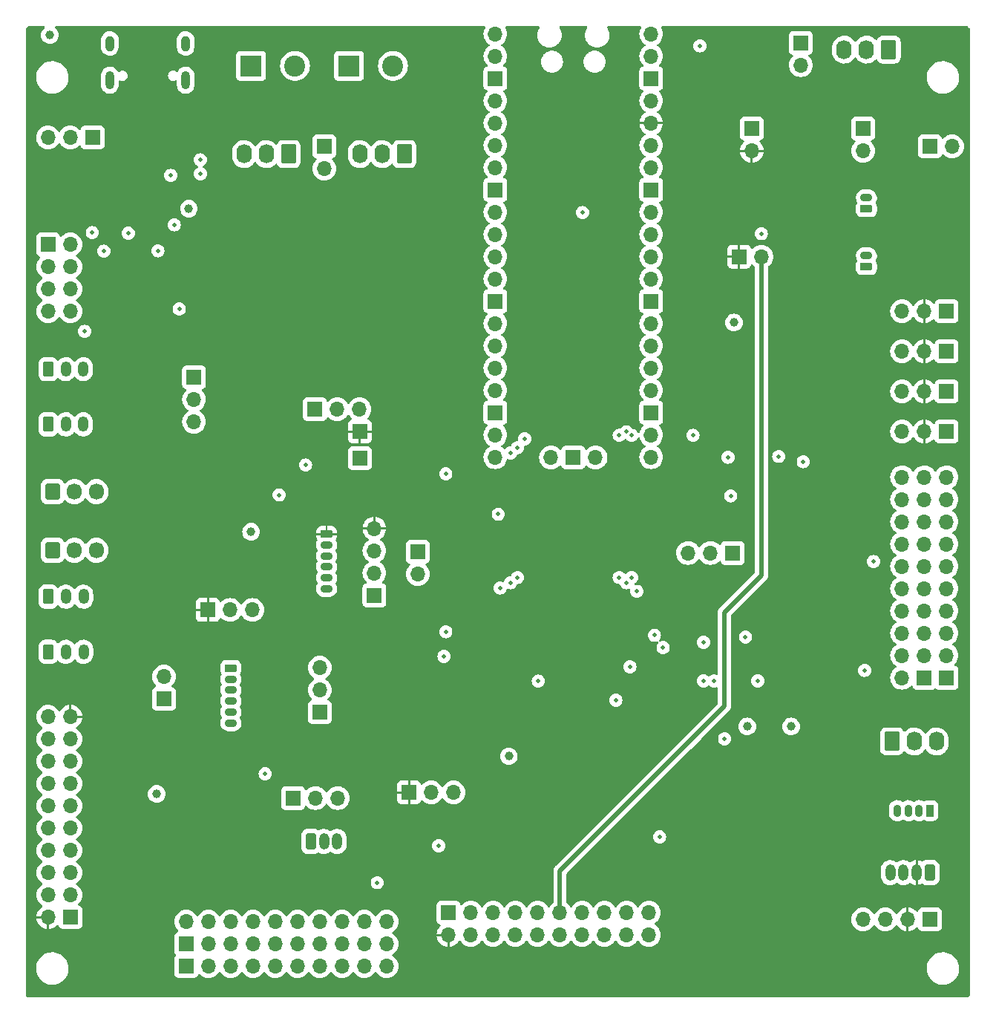
<source format=gbr>
%TF.GenerationSoftware,KiCad,Pcbnew,7.0.2*%
%TF.CreationDate,2024-12-03T13:42:33-08:00*%
%TF.ProjectId,AA_P_CtrlBd,41415f50-5f43-4747-926c-42642e6b6963,1.0*%
%TF.SameCoordinates,Original*%
%TF.FileFunction,Copper,L2,Inr*%
%TF.FilePolarity,Positive*%
%FSLAX46Y46*%
G04 Gerber Fmt 4.6, Leading zero omitted, Abs format (unit mm)*
G04 Created by KiCad (PCBNEW 7.0.2) date 2024-12-03 13:42:33*
%MOMM*%
%LPD*%
G01*
G04 APERTURE LIST*
G04 Aperture macros list*
%AMRoundRect*
0 Rectangle with rounded corners*
0 $1 Rounding radius*
0 $2 $3 $4 $5 $6 $7 $8 $9 X,Y pos of 4 corners*
0 Add a 4 corners polygon primitive as box body*
4,1,4,$2,$3,$4,$5,$6,$7,$8,$9,$2,$3,0*
0 Add four circle primitives for the rounded corners*
1,1,$1+$1,$2,$3*
1,1,$1+$1,$4,$5*
1,1,$1+$1,$6,$7*
1,1,$1+$1,$8,$9*
0 Add four rect primitives between the rounded corners*
20,1,$1+$1,$2,$3,$4,$5,0*
20,1,$1+$1,$4,$5,$6,$7,0*
20,1,$1+$1,$6,$7,$8,$9,0*
20,1,$1+$1,$8,$9,$2,$3,0*%
G04 Aperture macros list end*
%TA.AperFunction,ComponentPad*%
%ADD10R,1.700000X1.700000*%
%TD*%
%TA.AperFunction,ComponentPad*%
%ADD11O,1.700000X1.700000*%
%TD*%
%TA.AperFunction,ComponentPad*%
%ADD12RoundRect,0.250000X-0.620000X-0.845000X0.620000X-0.845000X0.620000X0.845000X-0.620000X0.845000X0*%
%TD*%
%TA.AperFunction,ComponentPad*%
%ADD13O,1.740000X2.190000*%
%TD*%
%TA.AperFunction,ComponentPad*%
%ADD14RoundRect,0.225000X0.475000X-0.225000X0.475000X0.225000X-0.475000X0.225000X-0.475000X-0.225000X0*%
%TD*%
%TA.AperFunction,ComponentPad*%
%ADD15O,1.400000X0.900000*%
%TD*%
%TA.AperFunction,ComponentPad*%
%ADD16RoundRect,0.225000X0.225000X0.475000X-0.225000X0.475000X-0.225000X-0.475000X0.225000X-0.475000X0*%
%TD*%
%TA.AperFunction,ComponentPad*%
%ADD17O,0.900000X1.400000*%
%TD*%
%TA.AperFunction,ComponentPad*%
%ADD18RoundRect,0.250000X0.335000X0.685000X-0.335000X0.685000X-0.335000X-0.685000X0.335000X-0.685000X0*%
%TD*%
%TA.AperFunction,ComponentPad*%
%ADD19O,1.170000X1.870000*%
%TD*%
%TA.AperFunction,ComponentPad*%
%ADD20RoundRect,0.250000X0.620000X0.845000X-0.620000X0.845000X-0.620000X-0.845000X0.620000X-0.845000X0*%
%TD*%
%TA.AperFunction,ComponentPad*%
%ADD21RoundRect,0.225000X-0.475000X0.225000X-0.475000X-0.225000X0.475000X-0.225000X0.475000X0.225000X0*%
%TD*%
%TA.AperFunction,ComponentPad*%
%ADD22O,1.000000X1.800000*%
%TD*%
%TA.AperFunction,ComponentPad*%
%ADD23O,1.000000X2.100000*%
%TD*%
%TA.AperFunction,ComponentPad*%
%ADD24RoundRect,0.250000X-0.335000X-0.685000X0.335000X-0.685000X0.335000X0.685000X-0.335000X0.685000X0*%
%TD*%
%TA.AperFunction,ComponentPad*%
%ADD25R,2.400000X2.400000*%
%TD*%
%TA.AperFunction,ComponentPad*%
%ADD26C,2.400000*%
%TD*%
%TA.AperFunction,ComponentPad*%
%ADD27RoundRect,0.250000X-0.350000X-0.625000X0.350000X-0.625000X0.350000X0.625000X-0.350000X0.625000X0*%
%TD*%
%TA.AperFunction,ComponentPad*%
%ADD28O,1.200000X1.750000*%
%TD*%
%TA.AperFunction,ComponentPad*%
%ADD29O,1.700000X1.850000*%
%TD*%
%TA.AperFunction,ComponentPad*%
%ADD30RoundRect,0.250000X-0.600000X-0.675000X0.600000X-0.675000X0.600000X0.675000X-0.600000X0.675000X0*%
%TD*%
%TA.AperFunction,ViaPad*%
%ADD31C,0.500000*%
%TD*%
%TA.AperFunction,ViaPad*%
%ADD32C,1.000000*%
%TD*%
%TA.AperFunction,Conductor*%
%ADD33C,0.500000*%
%TD*%
G04 APERTURE END LIST*
D10*
%TO.N,N/C*%
%TO.C,SPARE1*%
X108503000Y-142240000D03*
D11*
X111043000Y-142240000D03*
X113583000Y-142240000D03*
X116123000Y-142240000D03*
X118663000Y-142240000D03*
X121203000Y-142240000D03*
X123743000Y-142240000D03*
X126283000Y-142240000D03*
X128823000Y-142240000D03*
X131363000Y-142240000D03*
%TD*%
D10*
%TO.N,N/C*%
%TO.C,SPARE2*%
X108503000Y-139700000D03*
D11*
X108503000Y-137160000D03*
X111043000Y-139700000D03*
X111043000Y-137160000D03*
X113583000Y-139700000D03*
X113583000Y-137160000D03*
X116123000Y-139700000D03*
X116123000Y-137160000D03*
X118663000Y-139700000D03*
X118663000Y-137160000D03*
X121203000Y-139700000D03*
X121203000Y-137160000D03*
X123743000Y-139700000D03*
X123743000Y-137160000D03*
X126283000Y-139700000D03*
X126283000Y-137160000D03*
X128823000Y-139700000D03*
X128823000Y-137160000D03*
X131363000Y-139700000D03*
X131363000Y-137160000D03*
%TD*%
D12*
%TO.N,GND*%
%TO.C,J38*%
X189016000Y-116606000D03*
D13*
%TO.N,VS-BA*%
X191556000Y-116606000D03*
%TO.N,/SBC_RP*%
X194096000Y-116606000D03*
%TD*%
D10*
%TO.N,GND*%
%TO.C,J37*%
X195239000Y-109347000D03*
D11*
X195239000Y-106807000D03*
X195239000Y-104267000D03*
X195239000Y-101727000D03*
X195239000Y-99187000D03*
X195239000Y-96647000D03*
X195239000Y-94107000D03*
X195239000Y-91567000D03*
X195239000Y-89027000D03*
X195239000Y-86487000D03*
%TD*%
D14*
%TO.N,GND*%
%TO.C,J36*%
X186095000Y-55880000D03*
D15*
%TO.N,Net-(J36-Pin_2)*%
X186095000Y-54630000D03*
%TD*%
D14*
%TO.N,GND*%
%TO.C,J35*%
X186095000Y-62484000D03*
D15*
%TO.N,Net-(J35-Pin_2)*%
X186095000Y-61234000D03*
%TD*%
D10*
%TO.N,/SBC_RP*%
%TO.C,J34*%
X192699000Y-109347000D03*
D11*
%TO.N,/GP10_SPI1_CK*%
X190159000Y-109347000D03*
%TO.N,/SBC_RP*%
X192699000Y-106807000D03*
%TO.N,/GP11_SPI1_MO*%
X190159000Y-106807000D03*
%TO.N,/SBC_RP*%
X192699000Y-104267000D03*
%TO.N,/GP12_SPI1_MI*%
X190159000Y-104267000D03*
%TO.N,/SBC_RP*%
X192699000Y-101727000D03*
%TO.N,/GP14_RE_A*%
X190159000Y-101727000D03*
%TO.N,/SBC_RP*%
X192699000Y-99187000D03*
%TO.N,/GP15_RE_B*%
X190159000Y-99187000D03*
%TO.N,/SBC_RP*%
X192699000Y-96647000D03*
%TO.N,/GP16_DE_MISO*%
X190159000Y-96647000D03*
%TO.N,/SBC_RP*%
X192699000Y-94107000D03*
%TO.N,/GP17_D_D{slash}C-*%
X190159000Y-94107000D03*
%TO.N,/SBC_RP*%
X192699000Y-91567000D03*
%TO.N,/GP18_DE_SCK*%
X190159000Y-91567000D03*
%TO.N,/SBC_RP*%
X192699000Y-89027000D03*
%TO.N,/GP19_DE_MOSI*%
X190159000Y-89027000D03*
%TO.N,/SBC_RP*%
X192699000Y-86487000D03*
%TO.N,/GP28A2_SWMX*%
X190159000Y-86487000D03*
%TD*%
D10*
%TO.N,GND*%
%TO.C,J33*%
X195239000Y-67564000D03*
D11*
%TO.N,+3.3V*%
X192699000Y-67564000D03*
%TO.N,Net-(J33-Pin_3)*%
X190159000Y-67564000D03*
%TD*%
D10*
%TO.N,GND*%
%TO.C,J32*%
X195239000Y-72136000D03*
D11*
%TO.N,+3.3V*%
X192699000Y-72136000D03*
%TO.N,Net-(J32-Pin_3)*%
X190159000Y-72136000D03*
%TD*%
D10*
%TO.N,/GP14_RE_A*%
%TO.C,J29*%
X138419200Y-136144000D03*
D11*
%TO.N,+3.3V*%
X138419200Y-138684000D03*
%TO.N,GND*%
X140959200Y-136144000D03*
%TO.N,GNDA*%
X140959200Y-138684000D03*
%TO.N,/GP15_RE_B*%
X143499200Y-136144000D03*
%TO.N,/DISP_CS-*%
X143499200Y-138684000D03*
%TO.N,GND*%
X146039200Y-136144000D03*
%TO.N,/RESET-*%
X146039200Y-138684000D03*
%TO.N,/GP28A2_SWMX*%
X148579200Y-136144000D03*
%TO.N,/GP17_D_D{slash}C-*%
X148579200Y-138684000D03*
%TO.N,+3.3VA*%
X151119200Y-136144000D03*
%TO.N,/GP19_DE_MOSI*%
X151119200Y-138684000D03*
%TO.N,/TCH_IRQ-*%
X153659200Y-136144000D03*
%TO.N,/GP18_DE_SCK*%
X153659200Y-138684000D03*
%TO.N,/GP12_SPI1_MI*%
X156199200Y-136144000D03*
%TO.N,/AGP6_DISPBL*%
X156199200Y-138684000D03*
%TO.N,/GP11_SPI1_MO*%
X158739200Y-136144000D03*
%TO.N,/GP16_DE_MISO*%
X158739200Y-138684000D03*
%TO.N,/TCH_CS-*%
X161279200Y-136144000D03*
%TO.N,/GP10_SPI1_CK*%
X161279200Y-138684000D03*
%TD*%
D16*
%TO.N,VSYS*%
%TO.C,J28*%
X193348173Y-124502976D03*
D17*
%TO.N,/I2C0_SCL*%
X192098173Y-124502976D03*
%TO.N,/I2C0_SDA*%
X190848173Y-124502976D03*
%TO.N,GND*%
X189598173Y-124502976D03*
%TD*%
D18*
%TO.N,GND*%
%TO.C,J27*%
X193334000Y-131572000D03*
D19*
%TO.N,+3.3V*%
X191834000Y-131572000D03*
%TO.N,/I2C0_SCL*%
X190334000Y-131572000D03*
%TO.N,/I2C0_SDA*%
X188834000Y-131572000D03*
%TD*%
D10*
%TO.N,GND*%
%TO.C,J26*%
X193334000Y-136906000D03*
D11*
%TO.N,+3.3V*%
X190794000Y-136906000D03*
%TO.N,/I2C0_SCL*%
X188254000Y-136906000D03*
%TO.N,/I2C0_SDA*%
X185714000Y-136906000D03*
%TD*%
D20*
%TO.N,GND*%
%TO.C,J25*%
X188635000Y-37719000D03*
D13*
%TO.N,VSYS*%
X186095000Y-37719000D03*
%TO.N,/GP27A1_NEOPXL*%
X183555000Y-37719000D03*
%TD*%
D10*
%TO.N,GNDA*%
%TO.C,J24*%
X185714000Y-46736000D03*
D11*
%TO.N,+3.3VA*%
X185714000Y-49276000D03*
%TD*%
D10*
%TO.N,GND*%
%TO.C,J23*%
X173014000Y-46736000D03*
D11*
%TO.N,+3.3V*%
X173014000Y-49276000D03*
%TD*%
D10*
%TO.N,GND*%
%TO.C,J22*%
X123738000Y-113269000D03*
D11*
%TO.N,/UART0_RX*%
X123738000Y-110729000D03*
%TO.N,/UART0_TX*%
X123738000Y-108189000D03*
%TD*%
D21*
%TO.N,Net-(J21-Pin_1)*%
%TO.C,J21*%
X113586000Y-108254000D03*
D15*
%TO.N,/UART0_TX*%
X113586000Y-109504000D03*
%TO.N,/UART0_RX*%
X113586000Y-110754000D03*
%TO.N,unconnected-(J21-Pin_4-Pad4)*%
X113586000Y-112004000D03*
%TO.N,unconnected-(J21-Pin_5-Pad5)*%
X113586000Y-113254000D03*
%TO.N,GND*%
X113586000Y-114504000D03*
%TD*%
D10*
%TO.N,GND*%
%TO.C,J20*%
X178602000Y-36957000D03*
D11*
%TO.N,VSYS*%
X178602000Y-39497000D03*
%TD*%
D22*
%TO.N,Net-(J19-SHIELD-PadSH1)*%
%TO.C,J19*%
X108433156Y-37027242D03*
X99793156Y-37027242D03*
D23*
X108433156Y-41207242D03*
X99793156Y-41207242D03*
%TD*%
D10*
%TO.N,GND*%
%TO.C,J18*%
X128310000Y-84328000D03*
%TD*%
%TO.N,+3.3V*%
%TO.C,J17*%
X128310000Y-81280000D03*
%TD*%
D21*
%TO.N,+3.3V*%
%TO.C,J16*%
X124507909Y-92950805D03*
D15*
%TO.N,Net-(J1-Pin_3)*%
X124507909Y-94200805D03*
%TO.N,/UART1_RX*%
X124507909Y-95450805D03*
%TO.N,unconnected-(J16-Pin_4-Pad4)*%
X124507909Y-96700805D03*
%TO.N,unconnected-(J16-Pin_5-Pad5)*%
X124507909Y-97950805D03*
%TO.N,GND*%
X124507909Y-99200805D03*
%TD*%
D11*
%TO.N,/CTS-*%
%TO.C,J15*%
X95285000Y-67564000D03*
%TO.N,GND*%
X92745000Y-67564000D03*
%TO.N,/DCD-*%
X95285000Y-65024000D03*
%TO.N,GND*%
X92745000Y-65024000D03*
%TO.N,/DSR-*%
X95285000Y-62484000D03*
%TO.N,GND*%
X92745000Y-62484000D03*
%TO.N,/RI-*%
X95285000Y-59944000D03*
D10*
%TO.N,GND*%
X92745000Y-59944000D03*
%TD*%
%TO.N,GND*%
%TO.C,J14*%
X129961000Y-99949000D03*
D11*
%TO.N,/UART1_RX*%
X129961000Y-97409000D03*
%TO.N,Net-(J1-Pin_3)*%
X129961000Y-94869000D03*
%TO.N,+3.3V*%
X129961000Y-92329000D03*
%TD*%
D24*
%TO.N,/RxPWR*%
%TO.C,J13*%
X122722000Y-128016000D03*
D19*
%TO.N,GND*%
X124222000Y-128016000D03*
%TO.N,/RCVR_RX*%
X125722000Y-128016000D03*
%TD*%
D10*
%TO.N,GND*%
%TO.C,J12*%
X95290000Y-136652000D03*
D11*
%TO.N,+3.3V*%
X92750000Y-136652000D03*
%TO.N,/S0-*%
X95290000Y-134112000D03*
%TO.N,/SENS_RD-*%
X92750000Y-134112000D03*
%TO.N,/S1-*%
X95290000Y-131572000D03*
%TO.N,/SENS_RD-*%
X92750000Y-131572000D03*
%TO.N,/S2-*%
X95290000Y-129032000D03*
%TO.N,/SENS_RD-*%
X92750000Y-129032000D03*
%TO.N,/S3-*%
X95290000Y-126492000D03*
%TO.N,/SENS_RD-*%
X92750000Y-126492000D03*
%TO.N,/S4-*%
X95290000Y-123952000D03*
%TO.N,/SENS_RD-*%
X92750000Y-123952000D03*
%TO.N,/S5-*%
X95290000Y-121412000D03*
%TO.N,/SENS_RD-*%
X92750000Y-121412000D03*
%TO.N,/S6-*%
X95290000Y-118872000D03*
%TO.N,/SENS_RD-*%
X92750000Y-118872000D03*
%TO.N,/S7-*%
X95290000Y-116332000D03*
%TO.N,/SENS_RD-*%
X92750000Y-116332000D03*
%TO.N,+3.3V*%
X95290000Y-113792000D03*
%TO.N,GND*%
X92750000Y-113792000D03*
%TD*%
D20*
%TO.N,GND*%
%TO.C,J11*%
X133390000Y-49637000D03*
D13*
%TO.N,VS-BB*%
X130850000Y-49637000D03*
%TO.N,/SBB_RP*%
X128310000Y-49637000D03*
%TD*%
D20*
%TO.N,GND*%
%TO.C,J10*%
X120182000Y-49637000D03*
D13*
%TO.N,VS-BA*%
X117642000Y-49637000D03*
%TO.N,/SBA_RP*%
X115102000Y-49637000D03*
%TD*%
D10*
%TO.N,GND*%
%TO.C,J9*%
X120690000Y-123063000D03*
D11*
%TO.N,/RxPWR*%
X123230000Y-123063000D03*
%TO.N,/RCVR_RX*%
X125770000Y-123063000D03*
%TD*%
D25*
%TO.N,GND*%
%TO.C,J8*%
X127080000Y-39578000D03*
D26*
%TO.N,VS-BB*%
X132080000Y-39578000D03*
%TD*%
D25*
%TO.N,GND*%
%TO.C,J7*%
X115904000Y-39578000D03*
D26*
%TO.N,VS-BA*%
X120904000Y-39578000D03*
%TD*%
D27*
%TO.N,GND*%
%TO.C,J6*%
X92782000Y-106384000D03*
D28*
%TO.N,/SBB_RP*%
X94782000Y-106384000D03*
%TO.N,Net-(J1-Pin_3)*%
X96782000Y-106384000D03*
%TD*%
%TO.N,Net-(J1-Pin_3)*%
%TO.C,J5*%
X96782000Y-100100800D03*
%TO.N,/SBB_RP*%
X94782000Y-100100800D03*
D27*
%TO.N,GND*%
X92782000Y-100100800D03*
%TD*%
D29*
%TO.N,Net-(J1-Pin_3)*%
%TO.C,J3*%
X98258000Y-88134400D03*
%TO.N,/SBA_RP*%
X95758000Y-88134400D03*
D30*
%TO.N,GND*%
X93258000Y-88134400D03*
%TD*%
D28*
%TO.N,Net-(J1-Pin_3)*%
%TO.C,J2*%
X96750000Y-80451200D03*
%TO.N,/SBA_RP*%
X94750000Y-80451200D03*
D27*
%TO.N,GND*%
X92750000Y-80451200D03*
%TD*%
D10*
%TO.N,+3.3V*%
%TO.C,JP4*%
X171570709Y-61333099D03*
D11*
%TO.N,+3.3VA*%
X174110709Y-61333099D03*
%TD*%
D10*
%TO.N,Net-(J1-Pin_3)*%
%TO.C,JP2*%
X134914000Y-94991000D03*
D11*
%TO.N,/UART1_RX*%
X134914000Y-97531000D03*
%TD*%
D10*
%TO.N,GND*%
%TO.C,OP6*%
X170840000Y-95123000D03*
D11*
%TO.N,/BD_ADDR*%
X168300000Y-95123000D03*
%TO.N,Net-(OP6-B)*%
X165760000Y-95123000D03*
%TD*%
D10*
%TO.N,/DTR-*%
%TO.C,OP3*%
X109387000Y-75072000D03*
D11*
%TO.N,/RESET-*%
X109387000Y-77612000D03*
%TO.N,GND*%
X109387000Y-80152000D03*
%TD*%
D10*
%TO.N,GND*%
%TO.C,OP2*%
X123179820Y-78741539D03*
D11*
%TO.N,Net-(OP2-C)*%
X125719820Y-78741539D03*
%TO.N,/SB_TX_EN-*%
X128259820Y-78741539D03*
%TD*%
D10*
%TO.N,VS-BB*%
%TO.C,JP1*%
X124246000Y-48763000D03*
D11*
%TO.N,VS-BA*%
X124246000Y-51303000D03*
%TD*%
D10*
%TO.N,/UART0_RX*%
%TO.C,JP3*%
X105958000Y-111760000D03*
D11*
%TO.N,Net-(JP3-B)*%
X105958000Y-109220000D03*
%TD*%
D29*
%TO.N,Net-(J1-Pin_3)*%
%TO.C,J4*%
X98258000Y-94817600D03*
%TO.N,/SBA_RP*%
X95758000Y-94817600D03*
D30*
%TO.N,GND*%
X93258000Y-94817600D03*
%TD*%
D10*
%TO.N,/RTS-*%
%TO.C,OP4*%
X97815000Y-47752000D03*
D11*
%TO.N,/WAKEUP-*%
X95275000Y-47752000D03*
%TO.N,GND*%
X92735000Y-47752000D03*
%TD*%
D10*
%TO.N,+3.3V*%
%TO.C,OP1*%
X133913000Y-122428000D03*
D11*
%TO.N,/RxPWR*%
X136453000Y-122428000D03*
%TO.N,VSYS*%
X138993000Y-122428000D03*
%TD*%
D10*
%TO.N,GND*%
%TO.C,J30*%
X195239000Y-81280000D03*
D11*
%TO.N,+3.3V*%
X192699000Y-81280000D03*
%TO.N,Net-(J30-Pin_3)*%
X190159000Y-81280000D03*
%TD*%
D10*
%TO.N,GND*%
%TO.C,J31*%
X195239000Y-76708000D03*
D11*
%TO.N,+3.3V*%
X192699000Y-76708000D03*
%TO.N,Net-(J31-Pin_3)*%
X190159000Y-76708000D03*
%TD*%
%TO.N,/UART0_TX*%
%TO.C,U5*%
X143764000Y-35942000D03*
%TO.N,/UART0_RX*%
X143764000Y-38482000D03*
D10*
%TO.N,GND*%
X143764000Y-41022000D03*
D11*
%TO.N,/SB_TX_EN-*%
X143764000Y-43562000D03*
%TO.N,/WU_IRQ*%
X143764000Y-46102000D03*
%TO.N,/UART1_TX*%
X143764000Y-48642000D03*
%TO.N,/UART1_RX*%
X143764000Y-51182000D03*
D10*
%TO.N,GND*%
X143764000Y-53722000D03*
D11*
%TO.N,/I2C0_SDA*%
X143764000Y-56262000D03*
%TO.N,/I2C0_SCL*%
X143764000Y-58802000D03*
%TO.N,/CS_A0*%
X143764000Y-61342000D03*
%TO.N,/RCVR_IN*%
X143764000Y-63882000D03*
D10*
%TO.N,GND*%
X143764000Y-66422000D03*
D11*
%TO.N,/GP10_SPI1_CK*%
X143764000Y-68962000D03*
%TO.N,/GP11_SPI1_MO*%
X143764000Y-71502000D03*
%TO.N,/GP12_SPI1_MI*%
X143764000Y-74042000D03*
%TO.N,/CS_A1*%
X143764000Y-76582000D03*
D10*
%TO.N,GND*%
X143764000Y-79122000D03*
D11*
%TO.N,/GP14_RE_A*%
X143764000Y-81662000D03*
%TO.N,/GP15_RE_B*%
X143764000Y-84202000D03*
%TO.N,/GP16_DE_MISO*%
X161544000Y-84202000D03*
%TO.N,/GP17_D_D{slash}C-*%
X161544000Y-81662000D03*
D10*
%TO.N,GND*%
X161544000Y-79122000D03*
D11*
%TO.N,/GP18_DE_SCK*%
X161544000Y-76582000D03*
%TO.N,/GP19_DE_MOSI*%
X161544000Y-74042000D03*
%TO.N,/SENS_A0*%
X161544000Y-71502000D03*
%TO.N,/SENS_A1*%
X161544000Y-68962000D03*
D10*
%TO.N,GND*%
X161544000Y-66422000D03*
D11*
%TO.N,/SENS_A2*%
X161544000Y-63882000D03*
%TO.N,/RESET-*%
X161544000Y-61342000D03*
%TO.N,/SENS_RD-*%
X161544000Y-58802000D03*
%TO.N,/GP27A1_NEOPXL*%
X161544000Y-56262000D03*
D10*
%TO.N,GNDA*%
X161544000Y-53722000D03*
D11*
%TO.N,/GP28A2_SWMX*%
X161544000Y-51182000D03*
%TO.N,+3.3VA*%
X161544000Y-48642000D03*
%TO.N,+3.3V*%
X161544000Y-46102000D03*
%TO.N,unconnected-(U5-3V3_EN-Pad37)*%
X161544000Y-43562000D03*
D10*
%TO.N,GND*%
X161544000Y-41022000D03*
D11*
%TO.N,VSYS*%
X161544000Y-38482000D03*
%TO.N,/VBUS*%
X161544000Y-35942000D03*
%TO.N,unconnected-(U5-SWCLK-PadD1)*%
X150118000Y-84242000D03*
D10*
%TO.N,unconnected-(U5-GND-PadD2)*%
X152658000Y-84242000D03*
D11*
%TO.N,unconnected-(U5-SWDIO-PadD3)*%
X155198000Y-84242000D03*
%TD*%
D10*
%TO.N,+3.3V*%
%TO.C,OP5*%
X110974912Y-101610729D03*
D11*
%TO.N,Net-(J21-Pin_1)*%
X113514912Y-101610729D03*
%TO.N,VSYS*%
X116054912Y-101610729D03*
%TD*%
D10*
%TO.N,GND*%
%TO.C,JP5*%
X193329000Y-48768000D03*
D11*
%TO.N,GNDA*%
X195869000Y-48768000D03*
%TD*%
D27*
%TO.N,GND*%
%TO.C,J1*%
X92750000Y-74168000D03*
D28*
%TO.N,/SBA_RP*%
X94750000Y-74168000D03*
%TO.N,Net-(J1-Pin_3)*%
X96750000Y-74168000D03*
%TD*%
D31*
%TO.N,Net-(U3-3V3OUT)*%
X99095767Y-60710233D03*
X101894000Y-58674000D03*
%TO.N,/VBUS_IF*%
X106728000Y-52078000D03*
D32*
%TO.N,GND*%
X177502000Y-114904000D03*
X92936694Y-36063625D03*
X145302000Y-118304000D03*
X170982000Y-68834000D03*
X172502000Y-114904000D03*
X108800199Y-55857797D03*
X105131241Y-122593360D03*
D31*
%TO.N,+3.3VA*%
X174102000Y-58704000D03*
%TO.N,/VBUS_IF*%
X167102000Y-37304000D03*
D32*
%TO.N,+3.3V*%
X103902000Y-85304000D03*
X104823306Y-125204369D03*
X155702000Y-112547250D03*
X103902000Y-72104000D03*
X132702000Y-109104000D03*
X114050685Y-120077325D03*
X93258000Y-55372000D03*
D31*
%TO.N,/RESET-*%
X173702000Y-109704000D03*
X166302000Y-81704000D03*
%TO.N,/UART0_TX*%
X107702000Y-67304000D03*
%TO.N,/TCH_IRQ-*%
X130302000Y-132704000D03*
X117502000Y-120304000D03*
%TO.N,/I2C0_SCL*%
X186902000Y-96104000D03*
%TO.N,/I2C0_SDA*%
X147102000Y-82104000D03*
X159902000Y-99504000D03*
D32*
%TO.N,VSYS*%
X115902000Y-92704000D03*
D31*
%TO.N,/DTR-*%
X105254354Y-60654570D03*
%TO.N,/RTS-*%
X97790000Y-58592000D03*
%TO.N,/WAKEUP-*%
X137902000Y-106904000D03*
X122102000Y-85104000D03*
X96909480Y-69857480D03*
%TO.N,Net-(U3-USBDM)*%
X110102000Y-50304000D03*
X110127500Y-51882500D03*
%TO.N,/EX_IRQ-*%
X148659017Y-109734517D03*
X159102000Y-108104000D03*
%TO.N,/WU_IRQ*%
X138102000Y-86104000D03*
X138102000Y-104104000D03*
%TO.N,/UART1_TX*%
X119102000Y-88504000D03*
%TO.N,/CS_A0*%
X146302000Y-97904000D03*
X146302000Y-83104000D03*
%TO.N,/RCVR_IN*%
X137302000Y-128504000D03*
%TO.N,/CS_A1*%
X145502000Y-83704000D03*
X145502000Y-98504000D03*
%TO.N,/SENS_A0*%
X159302000Y-97904000D03*
X159302000Y-81704000D03*
%TO.N,/SENS_A1*%
X158702000Y-81304000D03*
X158702000Y-98504000D03*
%TO.N,/SENS_A2*%
X157902000Y-81704000D03*
X157902000Y-97904000D03*
%TO.N,/GP28A2_SWMX*%
X178902000Y-84704000D03*
X153702000Y-56304000D03*
X170609275Y-88611274D03*
%TO.N,/GP17_D_D{slash}C-*%
X162902000Y-105904000D03*
%TO.N,/GP19_DE_MOSI*%
X168702000Y-109704000D03*
X172302000Y-104704000D03*
%TO.N,/GP18_DE_SCK*%
X167502000Y-105304000D03*
X162502000Y-127504000D03*
X167502000Y-109704000D03*
%TO.N,/AGP6_DISPBL*%
X157502000Y-111904000D03*
X161902000Y-104504000D03*
%TO.N,/GP16_DE_MISO*%
X176102000Y-84104000D03*
X169926000Y-116304000D03*
X170302000Y-84202000D03*
X185902000Y-108504000D03*
%TO.N,Net-(JP3-B)*%
X107126500Y-57704000D03*
%TO.N,Net-(U7-E3)*%
X144102000Y-90704000D03*
X144302000Y-99104000D03*
%TD*%
D33*
%TO.N,+3.3VA*%
X151130000Y-131358000D02*
X151130000Y-136144000D01*
X169886000Y-112602000D02*
X151130000Y-131358000D01*
X174110000Y-97710000D02*
X169886000Y-101934000D01*
X169886000Y-101934000D02*
X169886000Y-112602000D01*
X174110000Y-61468000D02*
X174110000Y-97710000D01*
%TD*%
%TA.AperFunction,Conductor*%
%TO.N,+3.3V*%
G36*
X92312748Y-35071685D02*
G01*
X92358503Y-35124489D01*
X92368447Y-35193647D01*
X92339422Y-35257203D01*
X92324374Y-35271853D01*
X92225811Y-35352742D01*
X92100783Y-35505088D01*
X92007879Y-35678898D01*
X91950670Y-35867491D01*
X91931353Y-36063625D01*
X91950670Y-36259758D01*
X92007879Y-36448351D01*
X92064706Y-36554666D01*
X92100784Y-36622163D01*
X92225811Y-36774508D01*
X92378156Y-36899535D01*
X92551967Y-36992439D01*
X92740562Y-37049649D01*
X92936694Y-37068966D01*
X93132826Y-37049649D01*
X93321421Y-36992439D01*
X93495232Y-36899535D01*
X93647577Y-36774508D01*
X93772604Y-36622163D01*
X93865508Y-36448352D01*
X93922718Y-36259757D01*
X93942035Y-36063625D01*
X93922718Y-35867493D01*
X93865508Y-35678898D01*
X93772604Y-35505087D01*
X93647577Y-35352742D01*
X93549013Y-35271852D01*
X93509680Y-35214107D01*
X93507809Y-35144262D01*
X93543997Y-35084494D01*
X93606753Y-35053778D01*
X93627679Y-35052000D01*
X142500327Y-35052000D01*
X142567366Y-35071685D01*
X142613121Y-35124489D01*
X142623065Y-35193647D01*
X142601902Y-35247123D01*
X142589965Y-35264170D01*
X142490097Y-35478336D01*
X142428936Y-35706592D01*
X142408340Y-35942000D01*
X142428936Y-36177407D01*
X142462671Y-36303306D01*
X142490097Y-36405663D01*
X142589965Y-36619830D01*
X142725505Y-36813401D01*
X142892599Y-36980495D01*
X143078160Y-37110426D01*
X143121783Y-37165002D01*
X143128976Y-37234501D01*
X143097454Y-37296855D01*
X143078158Y-37313575D01*
X142907231Y-37433260D01*
X142892595Y-37443508D01*
X142725505Y-37610598D01*
X142589965Y-37804170D01*
X142490097Y-38018336D01*
X142428936Y-38246592D01*
X142408340Y-38482000D01*
X142428936Y-38717407D01*
X142466134Y-38856232D01*
X142490097Y-38945663D01*
X142589965Y-39159830D01*
X142725505Y-39353401D01*
X142725508Y-39353403D01*
X142725508Y-39353404D01*
X142847430Y-39475326D01*
X142880915Y-39536649D01*
X142875931Y-39606341D01*
X142834059Y-39662274D01*
X142803083Y-39679189D01*
X142671669Y-39728204D01*
X142556454Y-39814454D01*
X142470204Y-39929668D01*
X142419909Y-40064516D01*
X142417950Y-40082742D01*
X142413500Y-40124127D01*
X142413500Y-40127448D01*
X142413500Y-40127449D01*
X142413500Y-41916560D01*
X142413500Y-41916578D01*
X142413501Y-41919872D01*
X142419909Y-41979483D01*
X142470204Y-42114331D01*
X142556454Y-42229546D01*
X142671669Y-42315796D01*
X142783907Y-42357658D01*
X142803082Y-42364810D01*
X142859016Y-42406681D01*
X142883433Y-42472146D01*
X142868581Y-42540419D01*
X142847431Y-42568673D01*
X142725503Y-42690601D01*
X142589965Y-42884170D01*
X142490097Y-43098336D01*
X142428936Y-43326592D01*
X142408340Y-43561999D01*
X142428936Y-43797407D01*
X142473709Y-43964502D01*
X142490097Y-44025663D01*
X142589965Y-44239830D01*
X142725505Y-44433401D01*
X142892599Y-44600495D01*
X143078160Y-44730426D01*
X143121783Y-44785002D01*
X143128976Y-44854501D01*
X143097454Y-44916855D01*
X143078159Y-44933575D01*
X142892595Y-45063508D01*
X142725505Y-45230598D01*
X142589965Y-45424170D01*
X142490097Y-45638336D01*
X142428936Y-45866592D01*
X142408340Y-46102000D01*
X142428936Y-46337407D01*
X142446110Y-46401500D01*
X142490097Y-46565663D01*
X142589965Y-46779830D01*
X142725505Y-46973401D01*
X142892599Y-47140495D01*
X143078160Y-47270426D01*
X143121783Y-47325002D01*
X143128976Y-47394501D01*
X143097454Y-47456855D01*
X143078160Y-47473574D01*
X142954083Y-47560454D01*
X142892595Y-47603508D01*
X142725505Y-47770598D01*
X142589965Y-47964170D01*
X142490097Y-48178336D01*
X142428936Y-48406592D01*
X142408340Y-48641999D01*
X142428936Y-48877407D01*
X142462698Y-49003407D01*
X142490097Y-49105663D01*
X142589965Y-49319830D01*
X142725505Y-49513401D01*
X142892599Y-49680495D01*
X143078160Y-49810426D01*
X143121783Y-49865002D01*
X143128976Y-49934501D01*
X143097454Y-49996855D01*
X143078158Y-50013575D01*
X142913365Y-50128965D01*
X142892595Y-50143508D01*
X142725505Y-50310598D01*
X142589965Y-50504170D01*
X142490097Y-50718336D01*
X142428936Y-50946592D01*
X142408340Y-51182000D01*
X142428936Y-51417407D01*
X142447724Y-51487523D01*
X142490097Y-51645663D01*
X142589965Y-51859830D01*
X142725505Y-52053401D01*
X142725508Y-52053403D01*
X142725508Y-52053404D01*
X142847430Y-52175326D01*
X142880915Y-52236649D01*
X142875931Y-52306341D01*
X142834059Y-52362274D01*
X142803083Y-52379189D01*
X142671669Y-52428204D01*
X142556454Y-52514454D01*
X142470204Y-52629668D01*
X142419910Y-52764515D01*
X142419909Y-52764517D01*
X142413500Y-52824127D01*
X142413500Y-52827448D01*
X142413500Y-52827449D01*
X142413500Y-54616560D01*
X142413500Y-54616578D01*
X142413501Y-54619872D01*
X142413853Y-54623152D01*
X142413854Y-54623159D01*
X142419792Y-54678391D01*
X142419909Y-54679483D01*
X142470204Y-54814331D01*
X142556454Y-54929546D01*
X142671669Y-55015796D01*
X142765391Y-55050752D01*
X142803082Y-55064810D01*
X142859016Y-55106681D01*
X142883433Y-55172146D01*
X142868581Y-55240419D01*
X142847431Y-55268673D01*
X142725503Y-55390601D01*
X142589965Y-55584170D01*
X142490097Y-55798336D01*
X142428936Y-56026592D01*
X142408340Y-56261999D01*
X142428936Y-56497407D01*
X142448034Y-56568680D01*
X142490097Y-56725663D01*
X142589965Y-56939830D01*
X142725505Y-57133401D01*
X142892599Y-57300495D01*
X143078160Y-57430426D01*
X143121783Y-57485002D01*
X143128976Y-57554501D01*
X143097454Y-57616855D01*
X143078159Y-57633575D01*
X142892595Y-57763508D01*
X142725505Y-57930598D01*
X142589965Y-58124170D01*
X142490097Y-58338336D01*
X142428936Y-58566592D01*
X142408340Y-58802000D01*
X142428936Y-59037407D01*
X142465775Y-59174890D01*
X142490097Y-59265663D01*
X142589965Y-59479830D01*
X142725505Y-59673401D01*
X142892599Y-59840495D01*
X143078160Y-59970426D01*
X143121783Y-60025002D01*
X143128976Y-60094501D01*
X143097454Y-60156855D01*
X143078158Y-60173575D01*
X142920717Y-60283817D01*
X142892595Y-60303508D01*
X142725505Y-60470598D01*
X142589965Y-60664170D01*
X142490097Y-60878336D01*
X142428936Y-61106592D01*
X142408340Y-61341999D01*
X142428936Y-61577407D01*
X142472335Y-61739373D01*
X142490097Y-61805663D01*
X142589965Y-62019830D01*
X142725505Y-62213401D01*
X142892599Y-62380495D01*
X143078160Y-62510426D01*
X143121783Y-62565002D01*
X143128976Y-62634501D01*
X143097454Y-62696855D01*
X143078159Y-62713575D01*
X142892595Y-62843508D01*
X142725505Y-63010598D01*
X142589965Y-63204170D01*
X142490097Y-63418336D01*
X142428936Y-63646592D01*
X142408340Y-63882000D01*
X142428936Y-64117407D01*
X142438366Y-64152599D01*
X142490097Y-64345663D01*
X142589965Y-64559830D01*
X142725505Y-64753401D01*
X142725508Y-64753403D01*
X142725508Y-64753404D01*
X142847430Y-64875326D01*
X142880915Y-64936649D01*
X142875931Y-65006341D01*
X142834059Y-65062274D01*
X142803083Y-65079189D01*
X142671669Y-65128204D01*
X142556454Y-65214454D01*
X142470204Y-65329668D01*
X142419909Y-65464516D01*
X142417421Y-65487662D01*
X142413500Y-65524127D01*
X142413500Y-65527448D01*
X142413500Y-65527449D01*
X142413500Y-67316560D01*
X142413500Y-67316578D01*
X142413501Y-67319872D01*
X142419909Y-67379483D01*
X142470204Y-67514331D01*
X142556454Y-67629546D01*
X142671669Y-67715796D01*
X142783907Y-67757658D01*
X142803082Y-67764810D01*
X142859016Y-67806681D01*
X142883433Y-67872146D01*
X142868581Y-67940419D01*
X142847431Y-67968673D01*
X142725503Y-68090601D01*
X142589965Y-68284170D01*
X142490097Y-68498336D01*
X142428936Y-68726592D01*
X142408340Y-68961999D01*
X142428936Y-69197407D01*
X142447585Y-69267004D01*
X142490097Y-69425663D01*
X142589965Y-69639830D01*
X142725505Y-69833401D01*
X142892599Y-70000495D01*
X143078160Y-70130426D01*
X143121783Y-70185002D01*
X143128976Y-70254501D01*
X143097454Y-70316855D01*
X143078159Y-70333575D01*
X142892595Y-70463508D01*
X142725505Y-70630598D01*
X142589965Y-70824170D01*
X142490097Y-71038336D01*
X142428936Y-71266592D01*
X142408340Y-71502000D01*
X142428936Y-71737407D01*
X142447102Y-71805202D01*
X142490097Y-71965663D01*
X142589965Y-72179830D01*
X142725505Y-72373401D01*
X142892599Y-72540495D01*
X143078160Y-72670426D01*
X143121783Y-72725002D01*
X143128976Y-72794501D01*
X143097454Y-72856855D01*
X143078159Y-72873575D01*
X142892595Y-73003508D01*
X142725505Y-73170598D01*
X142589965Y-73364170D01*
X142490097Y-73578336D01*
X142428936Y-73806592D01*
X142408340Y-74041999D01*
X142428936Y-74277407D01*
X142473709Y-74444502D01*
X142490097Y-74505663D01*
X142589965Y-74719830D01*
X142725505Y-74913401D01*
X142892599Y-75080495D01*
X143078160Y-75210426D01*
X143121783Y-75265002D01*
X143128976Y-75334501D01*
X143097454Y-75396855D01*
X143078158Y-75413575D01*
X142901527Y-75537254D01*
X142892595Y-75543508D01*
X142725505Y-75710598D01*
X142589965Y-75904170D01*
X142490097Y-76118336D01*
X142428936Y-76346592D01*
X142408340Y-76582000D01*
X142428936Y-76817407D01*
X142455848Y-76917844D01*
X142490097Y-77045663D01*
X142589965Y-77259830D01*
X142725505Y-77453401D01*
X142725508Y-77453403D01*
X142725508Y-77453404D01*
X142847430Y-77575326D01*
X142880915Y-77636649D01*
X142875931Y-77706341D01*
X142834059Y-77762274D01*
X142803083Y-77779189D01*
X142671669Y-77828204D01*
X142556454Y-77914454D01*
X142470204Y-78029668D01*
X142419910Y-78164515D01*
X142419909Y-78164517D01*
X142413500Y-78224127D01*
X142413500Y-78227448D01*
X142413500Y-78227449D01*
X142413500Y-80016560D01*
X142413500Y-80016578D01*
X142413501Y-80019872D01*
X142413853Y-80023152D01*
X142413854Y-80023159D01*
X142419909Y-80079484D01*
X142424592Y-80092039D01*
X142470204Y-80214331D01*
X142556454Y-80329546D01*
X142671669Y-80415796D01*
X142783907Y-80457658D01*
X142803082Y-80464810D01*
X142859016Y-80506681D01*
X142883433Y-80572146D01*
X142868581Y-80640419D01*
X142847431Y-80668673D01*
X142725503Y-80790601D01*
X142589965Y-80984170D01*
X142490097Y-81198336D01*
X142428936Y-81426592D01*
X142408340Y-81661999D01*
X142428936Y-81897407D01*
X142455140Y-81995201D01*
X142490097Y-82125663D01*
X142589965Y-82339830D01*
X142725505Y-82533401D01*
X142892599Y-82700495D01*
X143078160Y-82830426D01*
X143121783Y-82885002D01*
X143128976Y-82954501D01*
X143097454Y-83016855D01*
X143078160Y-83033574D01*
X142954083Y-83120454D01*
X142892595Y-83163508D01*
X142725505Y-83330598D01*
X142589965Y-83524170D01*
X142490097Y-83738336D01*
X142428936Y-83966592D01*
X142408340Y-84202000D01*
X142428936Y-84437407D01*
X142455339Y-84535943D01*
X142490097Y-84665663D01*
X142589965Y-84879830D01*
X142725505Y-85073401D01*
X142892599Y-85240495D01*
X143086170Y-85376035D01*
X143300337Y-85475903D01*
X143528591Y-85537063D01*
X143528592Y-85537063D01*
X143763999Y-85557659D01*
X143763999Y-85557658D01*
X143764000Y-85557659D01*
X143999408Y-85537063D01*
X144227663Y-85475903D01*
X144441830Y-85376035D01*
X144635401Y-85240495D01*
X144802495Y-85073401D01*
X144938035Y-84879830D01*
X145037903Y-84665663D01*
X145083896Y-84494009D01*
X145120262Y-84434348D01*
X145183109Y-84403819D01*
X145244623Y-84409059D01*
X145333941Y-84440313D01*
X145468388Y-84455461D01*
X145501999Y-84459249D01*
X145501999Y-84459248D01*
X145502000Y-84459249D01*
X145670059Y-84440313D01*
X145829690Y-84384456D01*
X145972890Y-84294477D01*
X146025367Y-84242000D01*
X148762340Y-84242000D01*
X148782936Y-84477407D01*
X148798621Y-84535943D01*
X148844097Y-84705663D01*
X148943965Y-84919830D01*
X149079505Y-85113401D01*
X149246599Y-85280495D01*
X149440170Y-85416035D01*
X149654337Y-85515903D01*
X149882592Y-85577063D01*
X150118000Y-85597659D01*
X150353408Y-85577063D01*
X150581663Y-85515903D01*
X150795830Y-85416035D01*
X150989401Y-85280495D01*
X151111329Y-85158566D01*
X151172648Y-85125084D01*
X151242340Y-85130068D01*
X151298274Y-85171939D01*
X151315189Y-85202916D01*
X151322512Y-85222550D01*
X151364204Y-85334331D01*
X151450454Y-85449546D01*
X151565669Y-85535796D01*
X151700517Y-85586091D01*
X151760127Y-85592500D01*
X153555872Y-85592499D01*
X153615483Y-85586091D01*
X153750331Y-85535796D01*
X153865546Y-85449546D01*
X153951796Y-85334331D01*
X154000810Y-85202916D01*
X154042681Y-85146983D01*
X154108146Y-85122566D01*
X154176419Y-85137418D01*
X154204673Y-85158569D01*
X154326599Y-85280495D01*
X154520170Y-85416035D01*
X154734337Y-85515903D01*
X154962592Y-85577063D01*
X155198000Y-85597659D01*
X155433408Y-85577063D01*
X155661663Y-85515903D01*
X155875830Y-85416035D01*
X156069401Y-85280495D01*
X156236495Y-85113401D01*
X156372035Y-84919830D01*
X156471903Y-84705663D01*
X156533063Y-84477408D01*
X156553659Y-84242000D01*
X156533063Y-84006592D01*
X156471903Y-83778337D01*
X156372035Y-83564171D01*
X156236495Y-83370599D01*
X156069401Y-83203505D01*
X155875830Y-83067965D01*
X155661663Y-82968097D01*
X155589462Y-82948751D01*
X155433407Y-82906936D01*
X155198000Y-82886340D01*
X154962592Y-82906936D01*
X154734336Y-82968097D01*
X154520170Y-83067965D01*
X154326601Y-83203503D01*
X154204673Y-83325431D01*
X154143350Y-83358915D01*
X154073658Y-83353931D01*
X154017725Y-83312059D01*
X154000810Y-83281082D01*
X153991766Y-83256835D01*
X153951796Y-83149669D01*
X153865546Y-83034454D01*
X153750331Y-82948204D01*
X153615483Y-82897909D01*
X153555873Y-82891500D01*
X153552550Y-82891500D01*
X151763439Y-82891500D01*
X151763420Y-82891500D01*
X151760128Y-82891501D01*
X151756848Y-82891853D01*
X151756840Y-82891854D01*
X151700515Y-82897909D01*
X151565669Y-82948204D01*
X151450454Y-83034454D01*
X151364204Y-83149669D01*
X151315189Y-83281083D01*
X151273317Y-83337016D01*
X151207852Y-83361433D01*
X151139580Y-83346581D01*
X151111326Y-83325430D01*
X150989404Y-83203508D01*
X150989404Y-83203507D01*
X150989401Y-83203505D01*
X150795830Y-83067965D01*
X150581663Y-82968097D01*
X150509462Y-82948751D01*
X150353407Y-82906936D01*
X150117999Y-82886340D01*
X149882592Y-82906936D01*
X149654336Y-82968097D01*
X149440170Y-83067965D01*
X149246598Y-83203505D01*
X149079505Y-83370598D01*
X148943965Y-83564170D01*
X148844097Y-83778336D01*
X148782936Y-84006592D01*
X148762340Y-84242000D01*
X146025367Y-84242000D01*
X146092477Y-84174890D01*
X146182456Y-84031690D01*
X146214632Y-83939733D01*
X146255352Y-83882960D01*
X146317789Y-83857470D01*
X146326728Y-83856462D01*
X146470059Y-83840313D01*
X146629690Y-83784456D01*
X146772890Y-83694477D01*
X146892477Y-83574890D01*
X146982456Y-83431690D01*
X147038313Y-83272059D01*
X147057249Y-83104000D01*
X147044462Y-82990516D01*
X147056516Y-82921696D01*
X147103864Y-82870316D01*
X147153798Y-82853413D01*
X147210777Y-82846992D01*
X147270059Y-82840313D01*
X147429690Y-82784456D01*
X147572890Y-82694477D01*
X147692477Y-82574890D01*
X147782456Y-82431690D01*
X147838313Y-82272059D01*
X147857249Y-82104000D01*
X147838313Y-81935941D01*
X147782456Y-81776310D01*
X147692477Y-81633110D01*
X147572890Y-81513523D01*
X147429690Y-81423544D01*
X147270059Y-81367687D01*
X147270058Y-81367686D01*
X147270056Y-81367686D01*
X147101999Y-81348750D01*
X146933943Y-81367686D01*
X146774310Y-81423544D01*
X146631108Y-81513524D01*
X146511524Y-81633108D01*
X146421544Y-81776310D01*
X146365686Y-81935943D01*
X146346750Y-82104000D01*
X146359537Y-82217482D01*
X146347483Y-82286304D01*
X146300134Y-82337684D01*
X146250202Y-82354586D01*
X146133943Y-82367686D01*
X145974310Y-82423544D01*
X145831108Y-82513524D01*
X145711524Y-82633108D01*
X145621542Y-82776312D01*
X145589367Y-82868264D01*
X145548645Y-82925040D01*
X145486210Y-82950529D01*
X145333943Y-82967686D01*
X145174310Y-83023544D01*
X145031108Y-83113524D01*
X144901644Y-83242989D01*
X144899900Y-83241245D01*
X144862214Y-83274574D01*
X144793160Y-83285216D01*
X144729314Y-83256835D01*
X144721884Y-83249988D01*
X144635401Y-83163505D01*
X144450740Y-83034204D01*
X144449839Y-83033573D01*
X144406215Y-82978997D01*
X144399023Y-82909498D01*
X144430545Y-82847144D01*
X144449831Y-82830432D01*
X144635401Y-82700495D01*
X144802495Y-82533401D01*
X144938035Y-82339830D01*
X145037903Y-82125663D01*
X145099063Y-81897408D01*
X145119659Y-81662000D01*
X145110882Y-81561686D01*
X145099063Y-81426592D01*
X145098238Y-81423512D01*
X145037903Y-81198337D01*
X144938035Y-80984171D01*
X144802495Y-80790599D01*
X144680569Y-80668673D01*
X144647084Y-80607350D01*
X144652068Y-80537658D01*
X144693940Y-80481725D01*
X144724915Y-80464810D01*
X144856331Y-80415796D01*
X144971546Y-80329546D01*
X145057796Y-80214331D01*
X145108091Y-80079483D01*
X145114500Y-80019873D01*
X145114499Y-78224128D01*
X145108091Y-78164517D01*
X145057796Y-78029669D01*
X144971546Y-77914454D01*
X144856331Y-77828204D01*
X144781600Y-77800331D01*
X144724916Y-77779189D01*
X144668983Y-77737317D01*
X144644566Y-77671853D01*
X144659418Y-77603580D01*
X144680563Y-77575332D01*
X144802495Y-77453401D01*
X144938035Y-77259830D01*
X145037903Y-77045663D01*
X145099063Y-76817408D01*
X145119659Y-76582000D01*
X145099063Y-76346592D01*
X145037903Y-76118337D01*
X144938035Y-75904171D01*
X144802495Y-75710599D01*
X144635401Y-75543505D01*
X144449839Y-75413573D01*
X144406216Y-75358998D01*
X144399022Y-75289500D01*
X144430545Y-75227145D01*
X144449837Y-75210428D01*
X144635401Y-75080495D01*
X144802495Y-74913401D01*
X144938035Y-74719830D01*
X145037903Y-74505663D01*
X145099063Y-74277408D01*
X145119659Y-74042000D01*
X145099063Y-73806592D01*
X145037903Y-73578337D01*
X144938035Y-73364171D01*
X144802495Y-73170599D01*
X144635401Y-73003505D01*
X144449839Y-72873573D01*
X144406215Y-72818997D01*
X144399023Y-72749498D01*
X144430545Y-72687144D01*
X144449831Y-72670432D01*
X144635401Y-72540495D01*
X144802495Y-72373401D01*
X144938035Y-72179830D01*
X145037903Y-71965663D01*
X145099063Y-71737408D01*
X145119659Y-71502000D01*
X145099063Y-71266592D01*
X145037903Y-71038337D01*
X144938035Y-70824171D01*
X144802495Y-70630599D01*
X144635401Y-70463505D01*
X144449839Y-70333573D01*
X144406216Y-70278998D01*
X144399022Y-70209500D01*
X144430545Y-70147145D01*
X144449837Y-70130428D01*
X144635401Y-70000495D01*
X144802495Y-69833401D01*
X144938035Y-69639830D01*
X145037903Y-69425663D01*
X145099063Y-69197408D01*
X145119659Y-68962000D01*
X145114942Y-68908091D01*
X145099063Y-68726592D01*
X145080237Y-68656331D01*
X145037903Y-68498337D01*
X144938035Y-68284171D01*
X144802495Y-68090599D01*
X144680569Y-67968673D01*
X144647084Y-67907350D01*
X144652068Y-67837658D01*
X144693940Y-67781725D01*
X144724915Y-67764810D01*
X144856331Y-67715796D01*
X144971546Y-67629546D01*
X145057796Y-67514331D01*
X145108091Y-67379483D01*
X145114500Y-67319873D01*
X145114499Y-65524128D01*
X145108091Y-65464517D01*
X145057796Y-65329669D01*
X144971546Y-65214454D01*
X144856331Y-65128204D01*
X144794898Y-65105291D01*
X144724916Y-65079189D01*
X144668983Y-65037317D01*
X144644566Y-64971853D01*
X144659418Y-64903580D01*
X144680563Y-64875332D01*
X144802495Y-64753401D01*
X144938035Y-64559830D01*
X145037903Y-64345663D01*
X145099063Y-64117408D01*
X145119659Y-63882000D01*
X145099063Y-63646592D01*
X145037903Y-63418337D01*
X144938035Y-63204171D01*
X144802495Y-63010599D01*
X144635401Y-62843505D01*
X144449839Y-62713573D01*
X144406217Y-62658998D01*
X144399024Y-62589499D01*
X144430546Y-62527145D01*
X144449837Y-62510428D01*
X144635401Y-62380495D01*
X144802495Y-62213401D01*
X144938035Y-62019830D01*
X145037903Y-61805663D01*
X145099063Y-61577408D01*
X145119659Y-61342000D01*
X145114942Y-61288091D01*
X145099063Y-61106592D01*
X145080237Y-61036331D01*
X145037903Y-60878337D01*
X144938035Y-60664171D01*
X144802495Y-60470599D01*
X144635401Y-60303505D01*
X144449839Y-60173573D01*
X144406216Y-60118998D01*
X144399022Y-60049500D01*
X144430545Y-59987145D01*
X144449837Y-59970428D01*
X144635401Y-59840495D01*
X144802495Y-59673401D01*
X144938035Y-59479830D01*
X145037903Y-59265663D01*
X145099063Y-59037408D01*
X145119659Y-58802000D01*
X145099063Y-58566592D01*
X145037903Y-58338337D01*
X144938035Y-58124171D01*
X144802495Y-57930599D01*
X144635401Y-57763505D01*
X144449839Y-57633573D01*
X144406215Y-57578997D01*
X144399023Y-57509498D01*
X144430545Y-57447144D01*
X144449831Y-57430432D01*
X144635401Y-57300495D01*
X144802495Y-57133401D01*
X144938035Y-56939830D01*
X145037903Y-56725663D01*
X145099063Y-56497408D01*
X145115984Y-56303999D01*
X152946750Y-56303999D01*
X152965686Y-56472056D01*
X152965686Y-56472058D01*
X152965687Y-56472059D01*
X153021544Y-56631690D01*
X153111523Y-56774890D01*
X153231110Y-56894477D01*
X153374310Y-56984456D01*
X153533941Y-57040313D01*
X153645980Y-57052936D01*
X153701999Y-57059249D01*
X153701999Y-57059248D01*
X153702000Y-57059249D01*
X153870059Y-57040313D01*
X154029690Y-56984456D01*
X154172890Y-56894477D01*
X154292477Y-56774890D01*
X154382456Y-56631690D01*
X154438313Y-56472059D01*
X154457249Y-56304000D01*
X154438313Y-56135941D01*
X154382456Y-55976310D01*
X154292477Y-55833110D01*
X154172890Y-55713523D01*
X154029690Y-55623544D01*
X153870059Y-55567687D01*
X153870058Y-55567686D01*
X153870056Y-55567686D01*
X153702000Y-55548750D01*
X153533943Y-55567686D01*
X153374310Y-55623544D01*
X153231108Y-55713524D01*
X153111524Y-55833108D01*
X153021544Y-55976310D01*
X152965686Y-56135943D01*
X152946750Y-56303999D01*
X145115984Y-56303999D01*
X145119659Y-56262000D01*
X145099063Y-56026592D01*
X145037903Y-55798337D01*
X144938035Y-55584171D01*
X144802495Y-55390599D01*
X144680569Y-55268672D01*
X144647084Y-55207350D01*
X144652068Y-55137658D01*
X144693940Y-55081725D01*
X144724915Y-55064810D01*
X144856331Y-55015796D01*
X144971546Y-54929546D01*
X145057796Y-54814331D01*
X145108091Y-54679483D01*
X145114500Y-54619873D01*
X145114499Y-52824128D01*
X145108091Y-52764517D01*
X145057796Y-52629669D01*
X144971546Y-52514454D01*
X144856331Y-52428204D01*
X144794898Y-52405291D01*
X144724916Y-52379189D01*
X144668983Y-52337317D01*
X144644566Y-52271853D01*
X144659418Y-52203580D01*
X144680563Y-52175332D01*
X144802495Y-52053401D01*
X144938035Y-51859830D01*
X145037903Y-51645663D01*
X145099063Y-51417408D01*
X145119659Y-51182000D01*
X145111491Y-51088647D01*
X145099063Y-50946592D01*
X145063463Y-50813730D01*
X145037903Y-50718337D01*
X144938035Y-50504171D01*
X144802495Y-50310599D01*
X144635401Y-50143505D01*
X144449839Y-50013573D01*
X144406216Y-49958998D01*
X144399022Y-49889500D01*
X144430545Y-49827145D01*
X144449837Y-49810428D01*
X144635401Y-49680495D01*
X144802495Y-49513401D01*
X144938035Y-49319830D01*
X145037903Y-49105663D01*
X145099063Y-48877408D01*
X145119659Y-48642000D01*
X145119639Y-48641777D01*
X145099063Y-48406592D01*
X145093819Y-48387022D01*
X145037903Y-48178337D01*
X144938035Y-47964171D01*
X144802495Y-47770599D01*
X144635401Y-47603505D01*
X144449839Y-47473573D01*
X144406215Y-47418997D01*
X144399023Y-47349498D01*
X144430545Y-47287144D01*
X144449831Y-47270432D01*
X144635401Y-47140495D01*
X144802495Y-46973401D01*
X144938035Y-46779830D01*
X145037903Y-46565663D01*
X145099063Y-46337408D01*
X145119659Y-46102000D01*
X145099063Y-45866592D01*
X145037903Y-45638337D01*
X144938035Y-45424171D01*
X144802495Y-45230599D01*
X144635401Y-45063505D01*
X144449839Y-44933573D01*
X144406216Y-44878998D01*
X144399022Y-44809500D01*
X144430545Y-44747145D01*
X144449837Y-44730428D01*
X144635401Y-44600495D01*
X144802495Y-44433401D01*
X144938035Y-44239830D01*
X145037903Y-44025663D01*
X145099063Y-43797408D01*
X145119659Y-43562000D01*
X145099063Y-43326592D01*
X145037903Y-43098337D01*
X144938035Y-42884171D01*
X144802495Y-42690599D01*
X144680568Y-42568672D01*
X144647084Y-42507350D01*
X144652068Y-42437658D01*
X144693940Y-42381725D01*
X144724915Y-42364810D01*
X144856331Y-42315796D01*
X144971546Y-42229546D01*
X145057796Y-42114331D01*
X145108091Y-41979483D01*
X145114500Y-41919873D01*
X145114499Y-40124128D01*
X145108091Y-40064517D01*
X145057796Y-39929669D01*
X144971546Y-39814454D01*
X144856331Y-39728204D01*
X144772583Y-39696968D01*
X144724916Y-39679189D01*
X144668983Y-39637317D01*
X144644566Y-39571853D01*
X144659418Y-39503580D01*
X144680563Y-39475332D01*
X144802495Y-39353401D01*
X144938035Y-39159830D01*
X144965002Y-39102000D01*
X148973723Y-39102000D01*
X148975332Y-39120400D01*
X148975678Y-39136753D01*
X148974709Y-39158328D01*
X148985444Y-39237576D01*
X148986094Y-39243413D01*
X148992792Y-39319976D01*
X148998461Y-39341132D01*
X149001564Y-39356578D01*
X149004925Y-39381390D01*
X149028573Y-39454170D01*
X149030416Y-39460393D01*
X149049423Y-39531327D01*
X149060135Y-39554298D01*
X149065683Y-39568383D01*
X149074481Y-39595460D01*
X149109128Y-39659847D01*
X149112314Y-39666199D01*
X149141896Y-39729637D01*
X149158406Y-39753215D01*
X149166023Y-39765575D01*
X149181148Y-39793681D01*
X149197663Y-39814390D01*
X149224588Y-39848153D01*
X149229214Y-39854340D01*
X149267403Y-39908878D01*
X149290186Y-39931661D01*
X149299452Y-39942029D01*
X149321493Y-39969667D01*
X149371387Y-40013259D01*
X149377484Y-40018959D01*
X149422123Y-40063598D01*
X149451330Y-40084049D01*
X149461793Y-40092244D01*
X149481585Y-40109535D01*
X149491004Y-40117765D01*
X149544940Y-40149990D01*
X149552435Y-40154843D01*
X149601361Y-40189102D01*
X149611490Y-40193825D01*
X149636799Y-40205628D01*
X149647991Y-40211560D01*
X149684236Y-40233215D01*
X149684239Y-40233216D01*
X149739839Y-40254083D01*
X149748669Y-40257792D01*
X149792999Y-40278464D01*
X149799670Y-40281575D01*
X149840757Y-40292584D01*
X149852235Y-40296266D01*
X149853634Y-40296791D01*
X149894976Y-40312307D01*
X149950024Y-40322296D01*
X149959970Y-40324527D01*
X150011023Y-40338207D01*
X150055133Y-40342065D01*
X150056814Y-40342213D01*
X150068148Y-40343733D01*
X150116453Y-40352500D01*
X150168985Y-40352500D01*
X150179791Y-40352971D01*
X150202447Y-40354954D01*
X150228999Y-40357277D01*
X150228999Y-40357276D01*
X150229000Y-40357277D01*
X150282286Y-40352615D01*
X150284025Y-40352500D01*
X150285155Y-40352500D01*
X150339172Y-40347638D01*
X150451665Y-40337797D01*
X150453186Y-40337377D01*
X150453188Y-40337377D01*
X150556997Y-40308726D01*
X150658330Y-40281575D01*
X150658330Y-40281574D01*
X150663379Y-40280222D01*
X150668153Y-40278464D01*
X150670168Y-40277493D01*
X150670170Y-40277493D01*
X150764454Y-40232088D01*
X150856639Y-40189102D01*
X150856647Y-40189095D01*
X150858393Y-40188282D01*
X150872155Y-40180222D01*
X150872973Y-40179829D01*
X150955156Y-40120118D01*
X151035877Y-40063598D01*
X151036748Y-40062726D01*
X151051543Y-40050089D01*
X151055078Y-40047522D01*
X151122237Y-39977277D01*
X151124097Y-39975377D01*
X151190593Y-39908882D01*
X151190593Y-39908881D01*
X151190598Y-39908877D01*
X151193285Y-39905039D01*
X151205232Y-39890471D01*
X151210632Y-39884825D01*
X151262288Y-39806566D01*
X151264082Y-39803929D01*
X151316102Y-39729639D01*
X151319539Y-39722267D01*
X151328434Y-39706362D01*
X151328585Y-39706132D01*
X151334635Y-39696968D01*
X151370114Y-39613958D01*
X151371713Y-39610377D01*
X151408575Y-39531330D01*
X151411572Y-39520143D01*
X151417324Y-39503508D01*
X151423102Y-39489990D01*
X151423101Y-39489990D01*
X151423103Y-39489988D01*
X151442434Y-39405291D01*
X151443533Y-39400863D01*
X151448752Y-39381387D01*
X151465207Y-39319977D01*
X151466516Y-39305005D01*
X151469153Y-39288227D01*
X151473191Y-39270537D01*
X151476934Y-39187183D01*
X151477274Y-39182039D01*
X151484277Y-39102000D01*
X153823723Y-39102000D01*
X153825332Y-39120400D01*
X153825678Y-39136753D01*
X153824709Y-39158328D01*
X153835444Y-39237576D01*
X153836094Y-39243413D01*
X153842792Y-39319976D01*
X153848461Y-39341132D01*
X153851564Y-39356578D01*
X153854925Y-39381390D01*
X153878573Y-39454170D01*
X153880416Y-39460393D01*
X153899423Y-39531327D01*
X153910135Y-39554298D01*
X153915683Y-39568383D01*
X153924481Y-39595460D01*
X153959128Y-39659847D01*
X153962314Y-39666199D01*
X153991896Y-39729637D01*
X154008406Y-39753215D01*
X154016023Y-39765575D01*
X154031148Y-39793681D01*
X154047663Y-39814390D01*
X154074588Y-39848153D01*
X154079214Y-39854340D01*
X154117403Y-39908878D01*
X154140186Y-39931661D01*
X154149452Y-39942029D01*
X154171493Y-39969667D01*
X154221387Y-40013259D01*
X154227484Y-40018959D01*
X154272123Y-40063598D01*
X154301330Y-40084049D01*
X154311793Y-40092244D01*
X154331585Y-40109535D01*
X154341004Y-40117765D01*
X154394940Y-40149990D01*
X154402435Y-40154843D01*
X154451361Y-40189102D01*
X154461490Y-40193825D01*
X154486799Y-40205628D01*
X154497991Y-40211560D01*
X154534236Y-40233215D01*
X154534239Y-40233216D01*
X154589839Y-40254083D01*
X154598669Y-40257792D01*
X154642999Y-40278464D01*
X154649670Y-40281575D01*
X154690757Y-40292584D01*
X154702235Y-40296266D01*
X154703634Y-40296791D01*
X154744976Y-40312307D01*
X154800024Y-40322296D01*
X154809970Y-40324527D01*
X154861023Y-40338207D01*
X154905133Y-40342065D01*
X154906814Y-40342213D01*
X154918148Y-40343733D01*
X154966453Y-40352500D01*
X155018985Y-40352500D01*
X155029791Y-40352971D01*
X155052447Y-40354954D01*
X155078999Y-40357277D01*
X155078999Y-40357276D01*
X155079000Y-40357277D01*
X155132286Y-40352615D01*
X155134025Y-40352500D01*
X155135155Y-40352500D01*
X155189172Y-40347638D01*
X155301665Y-40337797D01*
X155303186Y-40337377D01*
X155303188Y-40337377D01*
X155406997Y-40308726D01*
X155508330Y-40281575D01*
X155508330Y-40281574D01*
X155513379Y-40280222D01*
X155518153Y-40278464D01*
X155520168Y-40277493D01*
X155520170Y-40277493D01*
X155614454Y-40232088D01*
X155706639Y-40189102D01*
X155706647Y-40189095D01*
X155708393Y-40188282D01*
X155722155Y-40180222D01*
X155722973Y-40179829D01*
X155805156Y-40120118D01*
X155885877Y-40063598D01*
X155886748Y-40062726D01*
X155901543Y-40050089D01*
X155905078Y-40047522D01*
X155972237Y-39977277D01*
X155974097Y-39975377D01*
X156040593Y-39908882D01*
X156040593Y-39908881D01*
X156040598Y-39908877D01*
X156043285Y-39905039D01*
X156055232Y-39890471D01*
X156060632Y-39884825D01*
X156112288Y-39806566D01*
X156114082Y-39803929D01*
X156166102Y-39729639D01*
X156169539Y-39722267D01*
X156178434Y-39706362D01*
X156178585Y-39706132D01*
X156184635Y-39696968D01*
X156220114Y-39613958D01*
X156221713Y-39610377D01*
X156258575Y-39531330D01*
X156261572Y-39520143D01*
X156267324Y-39503508D01*
X156273102Y-39489990D01*
X156273101Y-39489990D01*
X156273103Y-39489988D01*
X156292434Y-39405291D01*
X156293533Y-39400863D01*
X156298752Y-39381387D01*
X156315207Y-39319977D01*
X156316516Y-39305005D01*
X156319153Y-39288227D01*
X156323191Y-39270537D01*
X156326934Y-39187183D01*
X156327274Y-39182039D01*
X156334277Y-39102000D01*
X156332667Y-39083608D01*
X156332321Y-39067238D01*
X156333290Y-39045670D01*
X156322549Y-38966385D01*
X156321905Y-38960596D01*
X156316517Y-38898993D01*
X156315208Y-38884027D01*
X156311717Y-38870999D01*
X156309536Y-38862860D01*
X156306434Y-38847414D01*
X156303075Y-38822614D01*
X156301956Y-38819171D01*
X156279421Y-38749816D01*
X156277578Y-38743592D01*
X156258575Y-38672671D01*
X156247867Y-38649708D01*
X156242317Y-38635619D01*
X156233517Y-38608535D01*
X156198869Y-38544148D01*
X156195681Y-38537794D01*
X156166102Y-38474362D01*
X156157768Y-38462460D01*
X156149591Y-38450782D01*
X156141975Y-38438423D01*
X156126852Y-38410319D01*
X156083404Y-38355837D01*
X156078785Y-38349661D01*
X156040598Y-38295123D01*
X156017804Y-38272329D01*
X156008546Y-38261969D01*
X155996283Y-38246592D01*
X155986508Y-38234334D01*
X155979967Y-38228619D01*
X155936611Y-38190739D01*
X155930514Y-38185039D01*
X155885878Y-38140402D01*
X155856664Y-38119947D01*
X155846210Y-38111759D01*
X155816996Y-38086235D01*
X155816991Y-38086232D01*
X155763073Y-38054017D01*
X155755550Y-38049145D01*
X155706640Y-38014898D01*
X155678431Y-38001744D01*
X155671201Y-37998372D01*
X155660014Y-37992442D01*
X155623764Y-37970784D01*
X155568171Y-37949921D01*
X155559349Y-37946216D01*
X155508330Y-37922425D01*
X155508328Y-37922424D01*
X155478691Y-37914483D01*
X155467228Y-37911411D01*
X155455762Y-37907732D01*
X155413024Y-37891693D01*
X155369636Y-37883818D01*
X155357964Y-37881700D01*
X155348018Y-37879468D01*
X155296980Y-37865793D01*
X155251175Y-37861785D01*
X155239846Y-37860264D01*
X155191550Y-37851500D01*
X155191547Y-37851500D01*
X155139015Y-37851500D01*
X155128208Y-37851028D01*
X155124485Y-37850702D01*
X155078999Y-37846722D01*
X155025723Y-37851384D01*
X155023970Y-37851500D01*
X155022845Y-37851500D01*
X155020099Y-37851747D01*
X155020078Y-37851748D01*
X154968827Y-37856361D01*
X154856333Y-37866202D01*
X154751002Y-37895273D01*
X154644661Y-37923767D01*
X154639813Y-37925551D01*
X154573451Y-37957509D01*
X154543528Y-37971919D01*
X154516645Y-37984455D01*
X154449634Y-38015703D01*
X154435875Y-38023762D01*
X154435029Y-38024169D01*
X154352830Y-38083889D01*
X154272120Y-38140403D01*
X154271235Y-38141289D01*
X154256467Y-38153901D01*
X154252923Y-38156476D01*
X154185846Y-38226632D01*
X154183903Y-38228619D01*
X154117401Y-38295122D01*
X154114708Y-38298968D01*
X154102776Y-38313517D01*
X154097370Y-38319172D01*
X154045775Y-38397333D01*
X154043866Y-38400141D01*
X153991897Y-38474363D01*
X153988460Y-38481734D01*
X153979571Y-38497629D01*
X153973364Y-38507032D01*
X153937893Y-38590021D01*
X153936260Y-38593676D01*
X153929331Y-38608536D01*
X153899423Y-38672673D01*
X153896426Y-38683856D01*
X153890680Y-38700478D01*
X153884897Y-38714009D01*
X153865576Y-38798659D01*
X153864460Y-38803157D01*
X153842793Y-38884020D01*
X153842012Y-38892937D01*
X153841769Y-38895729D01*
X153841483Y-38898993D01*
X153838847Y-38915767D01*
X153834809Y-38933460D01*
X153831066Y-39016777D01*
X153830719Y-39022016D01*
X153825390Y-39082940D01*
X153823723Y-39102000D01*
X151484277Y-39102000D01*
X151482667Y-39083608D01*
X151482321Y-39067238D01*
X151483290Y-39045670D01*
X151472549Y-38966385D01*
X151471905Y-38960596D01*
X151466517Y-38898993D01*
X151465208Y-38884027D01*
X151461717Y-38870999D01*
X151459536Y-38862860D01*
X151456434Y-38847414D01*
X151453075Y-38822614D01*
X151451956Y-38819171D01*
X151429421Y-38749816D01*
X151427578Y-38743592D01*
X151408575Y-38672671D01*
X151397867Y-38649708D01*
X151392317Y-38635619D01*
X151383517Y-38608535D01*
X151348869Y-38544148D01*
X151345681Y-38537794D01*
X151316102Y-38474362D01*
X151307768Y-38462460D01*
X151299591Y-38450782D01*
X151291975Y-38438423D01*
X151276852Y-38410319D01*
X151233404Y-38355837D01*
X151228785Y-38349661D01*
X151190598Y-38295123D01*
X151167804Y-38272329D01*
X151158546Y-38261969D01*
X151146283Y-38246592D01*
X151136508Y-38234334D01*
X151129967Y-38228619D01*
X151086611Y-38190739D01*
X151080514Y-38185039D01*
X151035878Y-38140402D01*
X151006664Y-38119947D01*
X150996210Y-38111759D01*
X150966996Y-38086235D01*
X150966991Y-38086232D01*
X150913073Y-38054017D01*
X150905550Y-38049145D01*
X150856640Y-38014898D01*
X150828431Y-38001744D01*
X150821201Y-37998372D01*
X150810014Y-37992442D01*
X150773764Y-37970784D01*
X150718171Y-37949921D01*
X150709349Y-37946216D01*
X150658330Y-37922425D01*
X150658328Y-37922424D01*
X150628691Y-37914483D01*
X150617228Y-37911411D01*
X150605762Y-37907732D01*
X150563024Y-37891693D01*
X150519636Y-37883818D01*
X150507964Y-37881700D01*
X150498018Y-37879468D01*
X150446980Y-37865793D01*
X150401175Y-37861785D01*
X150389846Y-37860264D01*
X150341550Y-37851500D01*
X150341547Y-37851500D01*
X150289015Y-37851500D01*
X150278208Y-37851028D01*
X150274485Y-37850702D01*
X150228999Y-37846722D01*
X150175723Y-37851384D01*
X150173970Y-37851500D01*
X150172845Y-37851500D01*
X150170099Y-37851747D01*
X150170078Y-37851748D01*
X150118827Y-37856361D01*
X150006333Y-37866202D01*
X149901002Y-37895273D01*
X149794661Y-37923767D01*
X149789813Y-37925551D01*
X149723451Y-37957509D01*
X149693528Y-37971919D01*
X149666645Y-37984455D01*
X149599634Y-38015703D01*
X149585875Y-38023762D01*
X149585029Y-38024169D01*
X149502830Y-38083889D01*
X149422120Y-38140403D01*
X149421235Y-38141289D01*
X149406467Y-38153901D01*
X149402923Y-38156476D01*
X149335846Y-38226632D01*
X149333903Y-38228619D01*
X149267401Y-38295122D01*
X149264708Y-38298968D01*
X149252776Y-38313517D01*
X149247370Y-38319172D01*
X149195775Y-38397333D01*
X149193866Y-38400141D01*
X149141897Y-38474363D01*
X149138460Y-38481734D01*
X149129571Y-38497629D01*
X149123364Y-38507032D01*
X149087893Y-38590021D01*
X149086260Y-38593676D01*
X149079331Y-38608536D01*
X149049423Y-38672673D01*
X149046426Y-38683856D01*
X149040680Y-38700478D01*
X149034897Y-38714009D01*
X149015576Y-38798659D01*
X149014460Y-38803157D01*
X148992793Y-38884020D01*
X148992012Y-38892937D01*
X148991769Y-38895729D01*
X148991483Y-38898993D01*
X148988847Y-38915767D01*
X148984809Y-38933460D01*
X148981066Y-39016777D01*
X148980719Y-39022016D01*
X148975390Y-39082940D01*
X148973723Y-39102000D01*
X144965002Y-39102000D01*
X145037903Y-38945663D01*
X145099063Y-38717408D01*
X145119659Y-38482000D01*
X145117949Y-38462460D01*
X145099063Y-38246592D01*
X145098574Y-38244768D01*
X145037903Y-38018337D01*
X144938035Y-37804171D01*
X144802495Y-37610599D01*
X144635401Y-37443505D01*
X144449839Y-37313573D01*
X144406216Y-37258998D01*
X144399022Y-37189500D01*
X144430545Y-37127145D01*
X144449837Y-37110428D01*
X144635401Y-36980495D01*
X144802495Y-36813401D01*
X144938035Y-36619830D01*
X145037903Y-36405663D01*
X145099063Y-36177408D01*
X145119659Y-35942000D01*
X145099063Y-35706592D01*
X145037903Y-35478337D01*
X144938035Y-35264171D01*
X144926098Y-35247123D01*
X144903771Y-35180917D01*
X144920781Y-35113150D01*
X144971730Y-35065337D01*
X145027673Y-35052000D01*
X148693362Y-35052000D01*
X148760401Y-35071685D01*
X148806156Y-35124489D01*
X148816100Y-35193647D01*
X148797169Y-35243822D01*
X148795014Y-35247123D01*
X148780781Y-35268907D01*
X148776671Y-35274815D01*
X148732119Y-35335054D01*
X148716826Y-35365384D01*
X148709917Y-35377371D01*
X148693077Y-35403147D01*
X148662887Y-35471974D01*
X148660054Y-35477987D01*
X148624792Y-35547925D01*
X148615847Y-35577131D01*
X148610842Y-35590620D01*
X148599844Y-35615695D01*
X148580552Y-35691871D01*
X148578912Y-35697736D01*
X148554983Y-35775875D01*
X148551538Y-35802775D01*
X148548750Y-35817455D01*
X148542865Y-35840697D01*
X148536097Y-35922377D01*
X148535517Y-35927886D01*
X148524701Y-36012348D01*
X148525707Y-36036025D01*
X148525396Y-36051520D01*
X148523699Y-36071998D01*
X148530750Y-36157097D01*
X148531061Y-36162071D01*
X148534820Y-36250532D01*
X148539092Y-36270356D01*
X148541451Y-36286237D01*
X148542865Y-36303301D01*
X148542865Y-36303304D01*
X148542866Y-36303305D01*
X148548659Y-36326183D01*
X148564661Y-36389371D01*
X148565669Y-36393676D01*
X148577630Y-36449171D01*
X148585046Y-36483581D01*
X148591333Y-36499226D01*
X148596479Y-36515017D01*
X148599843Y-36528301D01*
X148636875Y-36612727D01*
X148638377Y-36616301D01*
X148673936Y-36704790D01*
X148680979Y-36716229D01*
X148688945Y-36731431D01*
X148693076Y-36740849D01*
X148745366Y-36820886D01*
X148747147Y-36823693D01*
X148798931Y-36907796D01*
X148805539Y-36915303D01*
X148816268Y-36929409D01*
X148820021Y-36935153D01*
X148887117Y-37008040D01*
X148888930Y-37010054D01*
X148956437Y-37086756D01*
X148961561Y-37090894D01*
X148974886Y-37103382D01*
X148977216Y-37105913D01*
X149058933Y-37169515D01*
X149141920Y-37236523D01*
X149144685Y-37238067D01*
X149160359Y-37248458D01*
X149160374Y-37248470D01*
X149254162Y-37299225D01*
X149350046Y-37352790D01*
X149350051Y-37352791D01*
X149350252Y-37352904D01*
X149361584Y-37357935D01*
X149364492Y-37358933D01*
X149364497Y-37358936D01*
X149468276Y-37394563D01*
X149574829Y-37432211D01*
X149574836Y-37432212D01*
X149577802Y-37433260D01*
X149584015Y-37434296D01*
X149584019Y-37434298D01*
X149695324Y-37452871D01*
X149809799Y-37472500D01*
X149809800Y-37472500D01*
X150045047Y-37472500D01*
X150045049Y-37472500D01*
X150099010Y-37463494D01*
X150108905Y-37462251D01*
X150166541Y-37457346D01*
X150215941Y-37444482D01*
X150226760Y-37442177D01*
X150256221Y-37437261D01*
X150273982Y-37434298D01*
X150328946Y-37415428D01*
X150337949Y-37412714D01*
X150397249Y-37397275D01*
X150440642Y-37377659D01*
X150451443Y-37373374D01*
X150493503Y-37358936D01*
X150547622Y-37329647D01*
X150555530Y-37325726D01*
X150614486Y-37299077D01*
X150651108Y-37274324D01*
X150661515Y-37268011D01*
X150697626Y-37248470D01*
X150748877Y-37208578D01*
X150755589Y-37203706D01*
X150796716Y-37175910D01*
X150812002Y-37165580D01*
X150812776Y-37164837D01*
X150841460Y-37137345D01*
X150851064Y-37129044D01*
X150880784Y-37105913D01*
X150927081Y-37055619D01*
X150932490Y-37050100D01*
X150984118Y-37000621D01*
X151006350Y-36970559D01*
X151014797Y-36960333D01*
X151037979Y-36935153D01*
X151077238Y-36875060D01*
X151081312Y-36869203D01*
X151125879Y-36808947D01*
X151141163Y-36778630D01*
X151148079Y-36766632D01*
X151151704Y-36761082D01*
X151164924Y-36740849D01*
X151195123Y-36672000D01*
X151197927Y-36666045D01*
X151233207Y-36596074D01*
X151242150Y-36566868D01*
X151247158Y-36553374D01*
X151249186Y-36548751D01*
X151258157Y-36528300D01*
X151277453Y-36452099D01*
X151279088Y-36446255D01*
X151303015Y-36368126D01*
X151303014Y-36368126D01*
X151303016Y-36368123D01*
X151306461Y-36341215D01*
X151309247Y-36326548D01*
X151315134Y-36303305D01*
X151321903Y-36221600D01*
X151322484Y-36216095D01*
X151325930Y-36189186D01*
X151333298Y-36131654D01*
X151332291Y-36107960D01*
X151332602Y-36092481D01*
X151334300Y-36072000D01*
X151327248Y-35986902D01*
X151326938Y-35981944D01*
X151323180Y-35893468D01*
X151318907Y-35873642D01*
X151316547Y-35857756D01*
X151315134Y-35840695D01*
X151293328Y-35754589D01*
X151292336Y-35750354D01*
X151272954Y-35660419D01*
X151266665Y-35644770D01*
X151261521Y-35628989D01*
X151258157Y-35615700D01*
X151221102Y-35531224D01*
X151219621Y-35527696D01*
X151184066Y-35439214D01*
X151184064Y-35439210D01*
X151177016Y-35427764D01*
X151169051Y-35412561D01*
X151164924Y-35403151D01*
X151112628Y-35323106D01*
X151110879Y-35320350D01*
X151062029Y-35241013D01*
X151043643Y-35173607D01*
X151064618Y-35106960D01*
X151118295Y-35062232D01*
X151167620Y-35052000D01*
X154143362Y-35052000D01*
X154210401Y-35071685D01*
X154256156Y-35124489D01*
X154266100Y-35193647D01*
X154247169Y-35243822D01*
X154245014Y-35247123D01*
X154230781Y-35268907D01*
X154226671Y-35274815D01*
X154182119Y-35335054D01*
X154166826Y-35365384D01*
X154159917Y-35377371D01*
X154143077Y-35403147D01*
X154112887Y-35471974D01*
X154110054Y-35477987D01*
X154074792Y-35547925D01*
X154065847Y-35577131D01*
X154060842Y-35590620D01*
X154049844Y-35615695D01*
X154030552Y-35691871D01*
X154028912Y-35697736D01*
X154004983Y-35775875D01*
X154001538Y-35802775D01*
X153998750Y-35817455D01*
X153992865Y-35840697D01*
X153986097Y-35922377D01*
X153985517Y-35927886D01*
X153974701Y-36012348D01*
X153975707Y-36036025D01*
X153975396Y-36051520D01*
X153973699Y-36071998D01*
X153980750Y-36157097D01*
X153981061Y-36162071D01*
X153984820Y-36250532D01*
X153989092Y-36270356D01*
X153991451Y-36286237D01*
X153992865Y-36303301D01*
X153992865Y-36303304D01*
X153992866Y-36303305D01*
X153998659Y-36326183D01*
X154014661Y-36389371D01*
X154015669Y-36393676D01*
X154027630Y-36449171D01*
X154035046Y-36483581D01*
X154041333Y-36499226D01*
X154046479Y-36515017D01*
X154049843Y-36528301D01*
X154086875Y-36612727D01*
X154088377Y-36616301D01*
X154123936Y-36704790D01*
X154130979Y-36716229D01*
X154138945Y-36731431D01*
X154143076Y-36740849D01*
X154195366Y-36820886D01*
X154197147Y-36823693D01*
X154248931Y-36907796D01*
X154255539Y-36915303D01*
X154266268Y-36929409D01*
X154270021Y-36935153D01*
X154337117Y-37008040D01*
X154338930Y-37010054D01*
X154406437Y-37086756D01*
X154411561Y-37090894D01*
X154424886Y-37103382D01*
X154427216Y-37105913D01*
X154508933Y-37169515D01*
X154591920Y-37236523D01*
X154594685Y-37238067D01*
X154610359Y-37248458D01*
X154610374Y-37248470D01*
X154704162Y-37299225D01*
X154800046Y-37352790D01*
X154800051Y-37352791D01*
X154800252Y-37352904D01*
X154811584Y-37357935D01*
X154814492Y-37358933D01*
X154814497Y-37358936D01*
X154918276Y-37394563D01*
X155024829Y-37432211D01*
X155024836Y-37432212D01*
X155027802Y-37433260D01*
X155034015Y-37434296D01*
X155034019Y-37434298D01*
X155145324Y-37452871D01*
X155259799Y-37472500D01*
X155259800Y-37472500D01*
X155495047Y-37472500D01*
X155495049Y-37472500D01*
X155549010Y-37463494D01*
X155558905Y-37462251D01*
X155616541Y-37457346D01*
X155665941Y-37444482D01*
X155676760Y-37442177D01*
X155706221Y-37437261D01*
X155723982Y-37434298D01*
X155778946Y-37415428D01*
X155787949Y-37412714D01*
X155847249Y-37397275D01*
X155890642Y-37377659D01*
X155901443Y-37373374D01*
X155943503Y-37358936D01*
X155997622Y-37329647D01*
X156005530Y-37325726D01*
X156064486Y-37299077D01*
X156101108Y-37274324D01*
X156111515Y-37268011D01*
X156147626Y-37248470D01*
X156198877Y-37208578D01*
X156205589Y-37203706D01*
X156246716Y-37175910D01*
X156262002Y-37165580D01*
X156262776Y-37164837D01*
X156291460Y-37137345D01*
X156301064Y-37129044D01*
X156330784Y-37105913D01*
X156377081Y-37055619D01*
X156382490Y-37050100D01*
X156434118Y-37000621D01*
X156456350Y-36970559D01*
X156464797Y-36960333D01*
X156487979Y-36935153D01*
X156527238Y-36875060D01*
X156531312Y-36869203D01*
X156575879Y-36808947D01*
X156591163Y-36778630D01*
X156598079Y-36766632D01*
X156601704Y-36761082D01*
X156614924Y-36740849D01*
X156645123Y-36672000D01*
X156647927Y-36666045D01*
X156683207Y-36596074D01*
X156692150Y-36566868D01*
X156697158Y-36553374D01*
X156699186Y-36548751D01*
X156708157Y-36528300D01*
X156727453Y-36452099D01*
X156729088Y-36446255D01*
X156753015Y-36368126D01*
X156753014Y-36368126D01*
X156753016Y-36368123D01*
X156756461Y-36341215D01*
X156759247Y-36326548D01*
X156765134Y-36303305D01*
X156771903Y-36221600D01*
X156772484Y-36216095D01*
X156775930Y-36189186D01*
X156783298Y-36131654D01*
X156782291Y-36107960D01*
X156782602Y-36092481D01*
X156784300Y-36072000D01*
X156777248Y-35986902D01*
X156776938Y-35981944D01*
X156773180Y-35893468D01*
X156768907Y-35873642D01*
X156766547Y-35857756D01*
X156765134Y-35840695D01*
X156743328Y-35754589D01*
X156742336Y-35750354D01*
X156722954Y-35660419D01*
X156716665Y-35644770D01*
X156711521Y-35628989D01*
X156708157Y-35615700D01*
X156671102Y-35531224D01*
X156669621Y-35527696D01*
X156634066Y-35439214D01*
X156634064Y-35439210D01*
X156627016Y-35427764D01*
X156619051Y-35412561D01*
X156614924Y-35403151D01*
X156562628Y-35323106D01*
X156560879Y-35320350D01*
X156512029Y-35241013D01*
X156493643Y-35173607D01*
X156514618Y-35106960D01*
X156568295Y-35062232D01*
X156617620Y-35052000D01*
X160280327Y-35052000D01*
X160347366Y-35071685D01*
X160393121Y-35124489D01*
X160403065Y-35193647D01*
X160381902Y-35247123D01*
X160369965Y-35264170D01*
X160270097Y-35478336D01*
X160208936Y-35706592D01*
X160188340Y-35942000D01*
X160208936Y-36177407D01*
X160242671Y-36303306D01*
X160270097Y-36405663D01*
X160369965Y-36619830D01*
X160505505Y-36813401D01*
X160672599Y-36980495D01*
X160858160Y-37110426D01*
X160901783Y-37165002D01*
X160908976Y-37234501D01*
X160877454Y-37296855D01*
X160858158Y-37313575D01*
X160687231Y-37433260D01*
X160672595Y-37443508D01*
X160505505Y-37610598D01*
X160369965Y-37804170D01*
X160270097Y-38018336D01*
X160208936Y-38246592D01*
X160188340Y-38481999D01*
X160208936Y-38717407D01*
X160246134Y-38856232D01*
X160270097Y-38945663D01*
X160369965Y-39159830D01*
X160505505Y-39353401D01*
X160505508Y-39353403D01*
X160505508Y-39353404D01*
X160627430Y-39475326D01*
X160660915Y-39536649D01*
X160655931Y-39606341D01*
X160614059Y-39662274D01*
X160583083Y-39679189D01*
X160451669Y-39728204D01*
X160336454Y-39814454D01*
X160250204Y-39929668D01*
X160199909Y-40064516D01*
X160197950Y-40082742D01*
X160193500Y-40124127D01*
X160193500Y-40127448D01*
X160193500Y-40127449D01*
X160193500Y-41916560D01*
X160193500Y-41916578D01*
X160193501Y-41919872D01*
X160199909Y-41979483D01*
X160250204Y-42114331D01*
X160336454Y-42229546D01*
X160451669Y-42315796D01*
X160563907Y-42357658D01*
X160583082Y-42364810D01*
X160639016Y-42406681D01*
X160663433Y-42472146D01*
X160648581Y-42540419D01*
X160627431Y-42568673D01*
X160505503Y-42690601D01*
X160369965Y-42884170D01*
X160270097Y-43098336D01*
X160208936Y-43326592D01*
X160188340Y-43562000D01*
X160208936Y-43797407D01*
X160253709Y-43964502D01*
X160270097Y-44025663D01*
X160369965Y-44239830D01*
X160505505Y-44433401D01*
X160672599Y-44600495D01*
X160858596Y-44730732D01*
X160902219Y-44785307D01*
X160909412Y-44854806D01*
X160877890Y-44917160D01*
X160858595Y-44933880D01*
X160672919Y-45063892D01*
X160505890Y-45230921D01*
X160370400Y-45424421D01*
X160270569Y-45638507D01*
X160209430Y-45866681D01*
X160199778Y-45976999D01*
X160199778Y-45977000D01*
X161049173Y-45977000D01*
X161034000Y-46028673D01*
X161034000Y-46175327D01*
X161049173Y-46227000D01*
X160199778Y-46227000D01*
X160209430Y-46337318D01*
X160270569Y-46565492D01*
X160370399Y-46779576D01*
X160505893Y-46973081D01*
X160672918Y-47140106D01*
X160858595Y-47270119D01*
X160902219Y-47324696D01*
X160909412Y-47394195D01*
X160877890Y-47456549D01*
X160858595Y-47473269D01*
X160672595Y-47603508D01*
X160505505Y-47770598D01*
X160369965Y-47964170D01*
X160270097Y-48178336D01*
X160208936Y-48406592D01*
X160188340Y-48641999D01*
X160208936Y-48877407D01*
X160242698Y-49003407D01*
X160270097Y-49105663D01*
X160369965Y-49319830D01*
X160505505Y-49513401D01*
X160672599Y-49680495D01*
X160858160Y-49810426D01*
X160901783Y-49865002D01*
X160908976Y-49934501D01*
X160877454Y-49996855D01*
X160858158Y-50013575D01*
X160693365Y-50128965D01*
X160672595Y-50143508D01*
X160505505Y-50310598D01*
X160369965Y-50504170D01*
X160270097Y-50718336D01*
X160208936Y-50946592D01*
X160188340Y-51182000D01*
X160208936Y-51417407D01*
X160227724Y-51487523D01*
X160270097Y-51645663D01*
X160369965Y-51859830D01*
X160505505Y-52053401D01*
X160505508Y-52053403D01*
X160505508Y-52053404D01*
X160627430Y-52175326D01*
X160660915Y-52236649D01*
X160655931Y-52306341D01*
X160614059Y-52362274D01*
X160583083Y-52379189D01*
X160451669Y-52428204D01*
X160336454Y-52514454D01*
X160250204Y-52629668D01*
X160199910Y-52764515D01*
X160199909Y-52764517D01*
X160193500Y-52824127D01*
X160193500Y-52827448D01*
X160193500Y-52827449D01*
X160193500Y-54616560D01*
X160193500Y-54616578D01*
X160193501Y-54619872D01*
X160193853Y-54623152D01*
X160193854Y-54623159D01*
X160199792Y-54678391D01*
X160199909Y-54679483D01*
X160250204Y-54814331D01*
X160336454Y-54929546D01*
X160451669Y-55015796D01*
X160545391Y-55050752D01*
X160583082Y-55064810D01*
X160639016Y-55106681D01*
X160663433Y-55172146D01*
X160648581Y-55240419D01*
X160627431Y-55268673D01*
X160505503Y-55390601D01*
X160369965Y-55584170D01*
X160270097Y-55798336D01*
X160208936Y-56026592D01*
X160188340Y-56262000D01*
X160208936Y-56497407D01*
X160228034Y-56568680D01*
X160270097Y-56725663D01*
X160369965Y-56939830D01*
X160505505Y-57133401D01*
X160672599Y-57300495D01*
X160858160Y-57430426D01*
X160901783Y-57485002D01*
X160908976Y-57554501D01*
X160877454Y-57616855D01*
X160858159Y-57633575D01*
X160672595Y-57763508D01*
X160505505Y-57930598D01*
X160369965Y-58124170D01*
X160270097Y-58338336D01*
X160208936Y-58566592D01*
X160188340Y-58802000D01*
X160208936Y-59037407D01*
X160245775Y-59174890D01*
X160270097Y-59265663D01*
X160369965Y-59479830D01*
X160505505Y-59673401D01*
X160672599Y-59840495D01*
X160858160Y-59970426D01*
X160901783Y-60025002D01*
X160908976Y-60094501D01*
X160877454Y-60156855D01*
X160858158Y-60173575D01*
X160700717Y-60283817D01*
X160672595Y-60303508D01*
X160505505Y-60470598D01*
X160369965Y-60664170D01*
X160270097Y-60878336D01*
X160208936Y-61106592D01*
X160188340Y-61341999D01*
X160208936Y-61577407D01*
X160252335Y-61739373D01*
X160270097Y-61805663D01*
X160369965Y-62019830D01*
X160505505Y-62213401D01*
X160672599Y-62380495D01*
X160858160Y-62510426D01*
X160901783Y-62565002D01*
X160908976Y-62634501D01*
X160877454Y-62696855D01*
X160858159Y-62713575D01*
X160672595Y-62843508D01*
X160505505Y-63010598D01*
X160369965Y-63204170D01*
X160270097Y-63418336D01*
X160208936Y-63646592D01*
X160188340Y-63882000D01*
X160208936Y-64117407D01*
X160218366Y-64152599D01*
X160270097Y-64345663D01*
X160369965Y-64559830D01*
X160505505Y-64753401D01*
X160505508Y-64753404D01*
X160627430Y-64875326D01*
X160660915Y-64936649D01*
X160655931Y-65006341D01*
X160614059Y-65062274D01*
X160583083Y-65079189D01*
X160451669Y-65128204D01*
X160336454Y-65214454D01*
X160250204Y-65329668D01*
X160199909Y-65464516D01*
X160197421Y-65487662D01*
X160193500Y-65524127D01*
X160193500Y-65527448D01*
X160193500Y-65527449D01*
X160193500Y-67316560D01*
X160193500Y-67316578D01*
X160193501Y-67319872D01*
X160199909Y-67379483D01*
X160250204Y-67514331D01*
X160336454Y-67629546D01*
X160451669Y-67715796D01*
X160563907Y-67757658D01*
X160583082Y-67764810D01*
X160639016Y-67806681D01*
X160663433Y-67872146D01*
X160648581Y-67940419D01*
X160627431Y-67968673D01*
X160505503Y-68090601D01*
X160369965Y-68284170D01*
X160270097Y-68498336D01*
X160208936Y-68726592D01*
X160188340Y-68962000D01*
X160208936Y-69197407D01*
X160227585Y-69267004D01*
X160270097Y-69425663D01*
X160369965Y-69639830D01*
X160505505Y-69833401D01*
X160672599Y-70000495D01*
X160858160Y-70130426D01*
X160901783Y-70185002D01*
X160908976Y-70254501D01*
X160877454Y-70316855D01*
X160858159Y-70333575D01*
X160672595Y-70463508D01*
X160505505Y-70630598D01*
X160369965Y-70824170D01*
X160270097Y-71038336D01*
X160208936Y-71266592D01*
X160188340Y-71501999D01*
X160208936Y-71737407D01*
X160227102Y-71805202D01*
X160270097Y-71965663D01*
X160369965Y-72179830D01*
X160505505Y-72373401D01*
X160672599Y-72540495D01*
X160858160Y-72670426D01*
X160901783Y-72725002D01*
X160908976Y-72794501D01*
X160877454Y-72856855D01*
X160858159Y-72873575D01*
X160672595Y-73003508D01*
X160505505Y-73170598D01*
X160369965Y-73364170D01*
X160270097Y-73578336D01*
X160208936Y-73806592D01*
X160188340Y-74041999D01*
X160208936Y-74277407D01*
X160253709Y-74444501D01*
X160270097Y-74505663D01*
X160369965Y-74719830D01*
X160505505Y-74913401D01*
X160672599Y-75080495D01*
X160858160Y-75210426D01*
X160901783Y-75265002D01*
X160908976Y-75334501D01*
X160877454Y-75396855D01*
X160858158Y-75413575D01*
X160681527Y-75537254D01*
X160672595Y-75543508D01*
X160505505Y-75710598D01*
X160369965Y-75904170D01*
X160270097Y-76118336D01*
X160208936Y-76346592D01*
X160188340Y-76582000D01*
X160208936Y-76817407D01*
X160235848Y-76917844D01*
X160270097Y-77045663D01*
X160369965Y-77259830D01*
X160505505Y-77453401D01*
X160505508Y-77453404D01*
X160627430Y-77575326D01*
X160660915Y-77636649D01*
X160655931Y-77706341D01*
X160614059Y-77762274D01*
X160583083Y-77779189D01*
X160451669Y-77828204D01*
X160336454Y-77914454D01*
X160250204Y-78029668D01*
X160199910Y-78164515D01*
X160199909Y-78164517D01*
X160193500Y-78224127D01*
X160193500Y-78227448D01*
X160193500Y-78227449D01*
X160193500Y-80016560D01*
X160193500Y-80016578D01*
X160193501Y-80019872D01*
X160193853Y-80023152D01*
X160193854Y-80023159D01*
X160199909Y-80079484D01*
X160204592Y-80092039D01*
X160250204Y-80214331D01*
X160336454Y-80329546D01*
X160451669Y-80415796D01*
X160563907Y-80457658D01*
X160583082Y-80464810D01*
X160639016Y-80506681D01*
X160663433Y-80572146D01*
X160648581Y-80640419D01*
X160627431Y-80668673D01*
X160505503Y-80790601D01*
X160369965Y-80984170D01*
X160270097Y-81198335D01*
X160222393Y-81376369D01*
X160186028Y-81436029D01*
X160123181Y-81466558D01*
X160053805Y-81458263D01*
X159999927Y-81413778D01*
X159985576Y-81385227D01*
X159982456Y-81376310D01*
X159892477Y-81233110D01*
X159772890Y-81113523D01*
X159629690Y-81023544D01*
X159470059Y-80967687D01*
X159470058Y-80967686D01*
X159470056Y-80967686D01*
X159429289Y-80963093D01*
X159364875Y-80936026D01*
X159338181Y-80905847D01*
X159292477Y-80833110D01*
X159172890Y-80713523D01*
X159029690Y-80623544D01*
X158870059Y-80567687D01*
X158870058Y-80567686D01*
X158870056Y-80567686D01*
X158701999Y-80548750D01*
X158533943Y-80567686D01*
X158374310Y-80623544D01*
X158231108Y-80713524D01*
X158111523Y-80833109D01*
X158071264Y-80897180D01*
X158018929Y-80943471D01*
X157952389Y-80954427D01*
X157902001Y-80948750D01*
X157733943Y-80967686D01*
X157574310Y-81023544D01*
X157431108Y-81113524D01*
X157311524Y-81233108D01*
X157221544Y-81376310D01*
X157165686Y-81535943D01*
X157146750Y-81704000D01*
X157165686Y-81872056D01*
X157165686Y-81872058D01*
X157165687Y-81872059D01*
X157221544Y-82031690D01*
X157311523Y-82174890D01*
X157431110Y-82294477D01*
X157574310Y-82384456D01*
X157733941Y-82440313D01*
X157845980Y-82452936D01*
X157901999Y-82459249D01*
X157901999Y-82459248D01*
X157902000Y-82459249D01*
X158070059Y-82440313D01*
X158229690Y-82384456D01*
X158372890Y-82294477D01*
X158492477Y-82174890D01*
X158497004Y-82167684D01*
X158549337Y-82121392D01*
X158618390Y-82110741D01*
X158682239Y-82139114D01*
X158706991Y-82167677D01*
X158711523Y-82174890D01*
X158831110Y-82294477D01*
X158974310Y-82384456D01*
X159133941Y-82440313D01*
X159302000Y-82459249D01*
X159470059Y-82440313D01*
X159629690Y-82384456D01*
X159772890Y-82294477D01*
X159892477Y-82174890D01*
X159982456Y-82031690D01*
X159998324Y-81986339D01*
X160039044Y-81929566D01*
X160103996Y-81903817D01*
X160172558Y-81917272D01*
X160222961Y-81965659D01*
X160235140Y-81995201D01*
X160270097Y-82125663D01*
X160369965Y-82339830D01*
X160505505Y-82533401D01*
X160672599Y-82700495D01*
X160858160Y-82830426D01*
X160901783Y-82885002D01*
X160908976Y-82954501D01*
X160877454Y-83016855D01*
X160858160Y-83033574D01*
X160734083Y-83120454D01*
X160672595Y-83163508D01*
X160505505Y-83330598D01*
X160369965Y-83524170D01*
X160270097Y-83738336D01*
X160208936Y-83966592D01*
X160188340Y-84201999D01*
X160208936Y-84437407D01*
X160235339Y-84535943D01*
X160270097Y-84665663D01*
X160369965Y-84879830D01*
X160505505Y-85073401D01*
X160672599Y-85240495D01*
X160866170Y-85376035D01*
X161080337Y-85475903D01*
X161308592Y-85537063D01*
X161544000Y-85557659D01*
X161779408Y-85537063D01*
X162007663Y-85475903D01*
X162221830Y-85376035D01*
X162415401Y-85240495D01*
X162582495Y-85073401D01*
X162718035Y-84879830D01*
X162817903Y-84665663D01*
X162879063Y-84437408D01*
X162899659Y-84202000D01*
X162899659Y-84201999D01*
X169546750Y-84201999D01*
X169565686Y-84370056D01*
X169565686Y-84370058D01*
X169565687Y-84370059D01*
X169621544Y-84529690D01*
X169711523Y-84672890D01*
X169831110Y-84792477D01*
X169974310Y-84882456D01*
X170133941Y-84938313D01*
X170245980Y-84950936D01*
X170301999Y-84957249D01*
X170301999Y-84957248D01*
X170302000Y-84957249D01*
X170470059Y-84938313D01*
X170629690Y-84882456D01*
X170772890Y-84792477D01*
X170892477Y-84672890D01*
X170982456Y-84529690D01*
X171038313Y-84370059D01*
X171057249Y-84202000D01*
X171038313Y-84033941D01*
X170982456Y-83874310D01*
X170892477Y-83731110D01*
X170772890Y-83611523D01*
X170629690Y-83521544D01*
X170470059Y-83465687D01*
X170470058Y-83465686D01*
X170470056Y-83465686D01*
X170302000Y-83446750D01*
X170133943Y-83465686D01*
X169974310Y-83521544D01*
X169831108Y-83611524D01*
X169711524Y-83731108D01*
X169621544Y-83874310D01*
X169565686Y-84033943D01*
X169546750Y-84201999D01*
X162899659Y-84201999D01*
X162879063Y-83966592D01*
X162817903Y-83738337D01*
X162718035Y-83524171D01*
X162582495Y-83330599D01*
X162415401Y-83163505D01*
X162229839Y-83033573D01*
X162186216Y-82978998D01*
X162179022Y-82909500D01*
X162210545Y-82847145D01*
X162229837Y-82830428D01*
X162415401Y-82700495D01*
X162582495Y-82533401D01*
X162718035Y-82339830D01*
X162817903Y-82125663D01*
X162879063Y-81897408D01*
X162895984Y-81703999D01*
X165546750Y-81703999D01*
X165565686Y-81872056D01*
X165565686Y-81872058D01*
X165565687Y-81872059D01*
X165621544Y-82031690D01*
X165711523Y-82174890D01*
X165831110Y-82294477D01*
X165974310Y-82384456D01*
X166133941Y-82440313D01*
X166245980Y-82452936D01*
X166301999Y-82459249D01*
X166301999Y-82459248D01*
X166302000Y-82459249D01*
X166470059Y-82440313D01*
X166629690Y-82384456D01*
X166772890Y-82294477D01*
X166892477Y-82174890D01*
X166982456Y-82031690D01*
X167038313Y-81872059D01*
X167057249Y-81704000D01*
X167053295Y-81668912D01*
X167039318Y-81544858D01*
X167038313Y-81535941D01*
X166982456Y-81376310D01*
X166892477Y-81233110D01*
X166772890Y-81113523D01*
X166629690Y-81023544D01*
X166470059Y-80967687D01*
X166470058Y-80967686D01*
X166470056Y-80967686D01*
X166301999Y-80948750D01*
X166133943Y-80967686D01*
X165974310Y-81023544D01*
X165831108Y-81113524D01*
X165711524Y-81233108D01*
X165621544Y-81376310D01*
X165565686Y-81535943D01*
X165546750Y-81703999D01*
X162895984Y-81703999D01*
X162899659Y-81662000D01*
X162879063Y-81426592D01*
X162817903Y-81198337D01*
X162718035Y-80984171D01*
X162582495Y-80790599D01*
X162460569Y-80668673D01*
X162427084Y-80607350D01*
X162432068Y-80537658D01*
X162473940Y-80481725D01*
X162504915Y-80464810D01*
X162636331Y-80415796D01*
X162751546Y-80329546D01*
X162837796Y-80214331D01*
X162888091Y-80079483D01*
X162894500Y-80019873D01*
X162894499Y-78224128D01*
X162888091Y-78164517D01*
X162837796Y-78029669D01*
X162751546Y-77914454D01*
X162636331Y-77828204D01*
X162561600Y-77800331D01*
X162504916Y-77779189D01*
X162448983Y-77737317D01*
X162424566Y-77671853D01*
X162439418Y-77603580D01*
X162460563Y-77575332D01*
X162582495Y-77453401D01*
X162718035Y-77259830D01*
X162817903Y-77045663D01*
X162879063Y-76817408D01*
X162899659Y-76582000D01*
X162879063Y-76346592D01*
X162817903Y-76118337D01*
X162718035Y-75904171D01*
X162582495Y-75710599D01*
X162415401Y-75543505D01*
X162229839Y-75413573D01*
X162186216Y-75358998D01*
X162179022Y-75289500D01*
X162210545Y-75227145D01*
X162229837Y-75210428D01*
X162415401Y-75080495D01*
X162582495Y-74913401D01*
X162718035Y-74719830D01*
X162817903Y-74505663D01*
X162879063Y-74277408D01*
X162899659Y-74042000D01*
X162879063Y-73806592D01*
X162817903Y-73578337D01*
X162718035Y-73364171D01*
X162582495Y-73170599D01*
X162415401Y-73003505D01*
X162229839Y-72873573D01*
X162186216Y-72818998D01*
X162179022Y-72749500D01*
X162210545Y-72687145D01*
X162229837Y-72670428D01*
X162415401Y-72540495D01*
X162582495Y-72373401D01*
X162718035Y-72179830D01*
X162817903Y-71965663D01*
X162879063Y-71737408D01*
X162899659Y-71502000D01*
X162879063Y-71266592D01*
X162817903Y-71038337D01*
X162718035Y-70824171D01*
X162582495Y-70630599D01*
X162415401Y-70463505D01*
X162229839Y-70333573D01*
X162186216Y-70278998D01*
X162179022Y-70209500D01*
X162210545Y-70147145D01*
X162229837Y-70130428D01*
X162415401Y-70000495D01*
X162582495Y-69833401D01*
X162718035Y-69639830D01*
X162817903Y-69425663D01*
X162879063Y-69197408D01*
X162899659Y-68962000D01*
X162888460Y-68834000D01*
X169976659Y-68834000D01*
X169979003Y-68857795D01*
X169995976Y-69030133D01*
X170053185Y-69218726D01*
X170134092Y-69370091D01*
X170146090Y-69392538D01*
X170271117Y-69544883D01*
X170423462Y-69669910D01*
X170597273Y-69762814D01*
X170785868Y-69820024D01*
X170982000Y-69839341D01*
X171178132Y-69820024D01*
X171366727Y-69762814D01*
X171540538Y-69669910D01*
X171692883Y-69544883D01*
X171817910Y-69392538D01*
X171910814Y-69218727D01*
X171968024Y-69030132D01*
X171987341Y-68834000D01*
X171968024Y-68637868D01*
X171910814Y-68449273D01*
X171817910Y-68275462D01*
X171692883Y-68123117D01*
X171540538Y-67998090D01*
X171485503Y-67968673D01*
X171366726Y-67905185D01*
X171178133Y-67847976D01*
X171073370Y-67837658D01*
X170982000Y-67828659D01*
X170981999Y-67828659D01*
X170785866Y-67847976D01*
X170597273Y-67905185D01*
X170423463Y-67998089D01*
X170271117Y-68123117D01*
X170146089Y-68275463D01*
X170053185Y-68449273D01*
X169995976Y-68637866D01*
X169982810Y-68771545D01*
X169976659Y-68834000D01*
X162888460Y-68834000D01*
X162879063Y-68726592D01*
X162817903Y-68498337D01*
X162718035Y-68284171D01*
X162582495Y-68090599D01*
X162460569Y-67968673D01*
X162427084Y-67907350D01*
X162432068Y-67837658D01*
X162473940Y-67781725D01*
X162504915Y-67764810D01*
X162636331Y-67715796D01*
X162751546Y-67629546D01*
X162837796Y-67514331D01*
X162888091Y-67379483D01*
X162894500Y-67319873D01*
X162894499Y-65524128D01*
X162888091Y-65464517D01*
X162837796Y-65329669D01*
X162751546Y-65214454D01*
X162636331Y-65128204D01*
X162574898Y-65105291D01*
X162504916Y-65079189D01*
X162448983Y-65037317D01*
X162424566Y-64971853D01*
X162439418Y-64903580D01*
X162460563Y-64875332D01*
X162582495Y-64753401D01*
X162718035Y-64559830D01*
X162817903Y-64345663D01*
X162879063Y-64117408D01*
X162899659Y-63882000D01*
X162879063Y-63646592D01*
X162817903Y-63418337D01*
X162718035Y-63204171D01*
X162582495Y-63010599D01*
X162415401Y-62843505D01*
X162229839Y-62713573D01*
X162186217Y-62658998D01*
X162179024Y-62589499D01*
X162210546Y-62527145D01*
X162229837Y-62510428D01*
X162415401Y-62380495D01*
X162582495Y-62213401D01*
X162718035Y-62019830D01*
X162817903Y-61805663D01*
X162879063Y-61577408D01*
X162899659Y-61342000D01*
X162894942Y-61288091D01*
X162879063Y-61106592D01*
X162860237Y-61036331D01*
X162817903Y-60878337D01*
X162718035Y-60664171D01*
X162582495Y-60470599D01*
X162415401Y-60303505D01*
X162229839Y-60173573D01*
X162186216Y-60118998D01*
X162179022Y-60049500D01*
X162210545Y-59987145D01*
X162229837Y-59970428D01*
X162415401Y-59840495D01*
X162582495Y-59673401D01*
X162718035Y-59479830D01*
X162817903Y-59265663D01*
X162879063Y-59037408D01*
X162899659Y-58802000D01*
X162891085Y-58703999D01*
X173346750Y-58703999D01*
X173365686Y-58872056D01*
X173365686Y-58872058D01*
X173365687Y-58872059D01*
X173421544Y-59031690D01*
X173511523Y-59174890D01*
X173631110Y-59294477D01*
X173774310Y-59384456D01*
X173933941Y-59440313D01*
X174102000Y-59459249D01*
X174270059Y-59440313D01*
X174429690Y-59384456D01*
X174572890Y-59294477D01*
X174692477Y-59174890D01*
X174782456Y-59031690D01*
X174838313Y-58872059D01*
X174857249Y-58704000D01*
X174838313Y-58535941D01*
X174782456Y-58376310D01*
X174692477Y-58233110D01*
X174572890Y-58113523D01*
X174429690Y-58023544D01*
X174270059Y-57967687D01*
X174270058Y-57967686D01*
X174270056Y-57967686D01*
X174101999Y-57948750D01*
X173933943Y-57967686D01*
X173774310Y-58023544D01*
X173631108Y-58113524D01*
X173511524Y-58233108D01*
X173421544Y-58376310D01*
X173365686Y-58535943D01*
X173346750Y-58703999D01*
X162891085Y-58703999D01*
X162879063Y-58566592D01*
X162817903Y-58338337D01*
X162718035Y-58124171D01*
X162582495Y-57930599D01*
X162415401Y-57763505D01*
X162229839Y-57633573D01*
X162186216Y-57578998D01*
X162179022Y-57509500D01*
X162210545Y-57447145D01*
X162229837Y-57430428D01*
X162415401Y-57300495D01*
X162582495Y-57133401D01*
X162718035Y-56939830D01*
X162817903Y-56725663D01*
X162879063Y-56497408D01*
X162899659Y-56262000D01*
X162879063Y-56026592D01*
X162817903Y-55798337D01*
X162718035Y-55584171D01*
X162582495Y-55390599D01*
X162460568Y-55268672D01*
X162427084Y-55207350D01*
X162432068Y-55137658D01*
X162473940Y-55081725D01*
X162504915Y-55064810D01*
X162636331Y-55015796D01*
X162751546Y-54929546D01*
X162837796Y-54814331D01*
X162888091Y-54679483D01*
X162888208Y-54678391D01*
X184890823Y-54678391D01*
X184920096Y-54869474D01*
X184987235Y-55050752D01*
X185023496Y-55108928D01*
X185042252Y-55176233D01*
X185023802Y-55239616D01*
X184957997Y-55346300D01*
X184904650Y-55507292D01*
X184894819Y-55603522D01*
X184894817Y-55603542D01*
X184894500Y-55606655D01*
X184894500Y-55609802D01*
X184894500Y-55609803D01*
X184894500Y-56150194D01*
X184894500Y-56150213D01*
X184894501Y-56153344D01*
X184894820Y-56156476D01*
X184894821Y-56156477D01*
X184904650Y-56252707D01*
X184957997Y-56413699D01*
X185047031Y-56558044D01*
X185166955Y-56677968D01*
X185311300Y-56767002D01*
X185472292Y-56820349D01*
X185568522Y-56830180D01*
X185568523Y-56830180D01*
X185571655Y-56830500D01*
X186618344Y-56830499D01*
X186717708Y-56820349D01*
X186878697Y-56767003D01*
X187023044Y-56677968D01*
X187142968Y-56558044D01*
X187196005Y-56472059D01*
X187232002Y-56413699D01*
X187268353Y-56304000D01*
X187285349Y-56252708D01*
X187295500Y-56153345D01*
X187295499Y-55606656D01*
X187285349Y-55507292D01*
X187232003Y-55346303D01*
X187167852Y-55242300D01*
X187149412Y-55174908D01*
X187162063Y-55122596D01*
X187240930Y-54961816D01*
X187289385Y-54774674D01*
X187299176Y-54581610D01*
X187269903Y-54390526D01*
X187202764Y-54209247D01*
X187100509Y-54045193D01*
X186967323Y-53905081D01*
X186967322Y-53905080D01*
X186967321Y-53905079D01*
X186808658Y-53794647D01*
X186631011Y-53718412D01*
X186480568Y-53687496D01*
X186441656Y-53679500D01*
X185796794Y-53679500D01*
X185793683Y-53679816D01*
X185793670Y-53679817D01*
X185652676Y-53694155D01*
X185468232Y-53752026D01*
X185299211Y-53845839D01*
X185299208Y-53845841D01*
X185299209Y-53845841D01*
X185230206Y-53905079D01*
X185152529Y-53971763D01*
X185034204Y-54124624D01*
X184949070Y-54298183D01*
X184900615Y-54485327D01*
X184890823Y-54678391D01*
X162888208Y-54678391D01*
X162894500Y-54619873D01*
X162894499Y-52824128D01*
X162888091Y-52764517D01*
X162837796Y-52629669D01*
X162751546Y-52514454D01*
X162636331Y-52428204D01*
X162574898Y-52405291D01*
X162504916Y-52379189D01*
X162448983Y-52337317D01*
X162424566Y-52271853D01*
X162439418Y-52203580D01*
X162460563Y-52175332D01*
X162582495Y-52053401D01*
X162718035Y-51859830D01*
X162817903Y-51645663D01*
X162879063Y-51417408D01*
X162899659Y-51182000D01*
X162879063Y-50946592D01*
X162817903Y-50718337D01*
X162718035Y-50504171D01*
X162582495Y-50310599D01*
X162415401Y-50143505D01*
X162229839Y-50013573D01*
X162186216Y-49958998D01*
X162179022Y-49889500D01*
X162210545Y-49827145D01*
X162229837Y-49810428D01*
X162415401Y-49680495D01*
X162582495Y-49513401D01*
X162718035Y-49319830D01*
X162817903Y-49105663D01*
X162879063Y-48877408D01*
X162899659Y-48642000D01*
X162899639Y-48641777D01*
X162879063Y-48406592D01*
X162873819Y-48387022D01*
X162817903Y-48178337D01*
X162718035Y-47964171D01*
X162582495Y-47770599D01*
X162442474Y-47630578D01*
X171663500Y-47630578D01*
X171663501Y-47633872D01*
X171663853Y-47637152D01*
X171663854Y-47637159D01*
X171669909Y-47693484D01*
X171683344Y-47729505D01*
X171720204Y-47828331D01*
X171806454Y-47943546D01*
X171921669Y-48029796D01*
X172053598Y-48079002D01*
X172109532Y-48120873D01*
X172133949Y-48186337D01*
X172119097Y-48254610D01*
X172097947Y-48282865D01*
X171975888Y-48404924D01*
X171840400Y-48598421D01*
X171740569Y-48812507D01*
X171679430Y-49040681D01*
X171669778Y-49150999D01*
X171669778Y-49151000D01*
X172529595Y-49151000D01*
X172514000Y-49204111D01*
X172514000Y-49347889D01*
X172529595Y-49401000D01*
X171669778Y-49401000D01*
X171679430Y-49511318D01*
X171740569Y-49739492D01*
X171840399Y-49953576D01*
X171975893Y-50147081D01*
X172142918Y-50314106D01*
X172336423Y-50449600D01*
X172550507Y-50549430D01*
X172778682Y-50610569D01*
X172889000Y-50620220D01*
X172889000Y-49763169D01*
X172978237Y-49776000D01*
X173049763Y-49776000D01*
X173139000Y-49763169D01*
X173139000Y-50620219D01*
X173249317Y-50610569D01*
X173477492Y-50549430D01*
X173691576Y-50449600D01*
X173885081Y-50314106D01*
X174052106Y-50147081D01*
X174187600Y-49953576D01*
X174287430Y-49739492D01*
X174348569Y-49511318D01*
X174358221Y-49401000D01*
X173498405Y-49401000D01*
X173514000Y-49347889D01*
X173514000Y-49276000D01*
X184358340Y-49276000D01*
X184378936Y-49511407D01*
X184419667Y-49663418D01*
X184440097Y-49739663D01*
X184539965Y-49953830D01*
X184675505Y-50147401D01*
X184842599Y-50314495D01*
X185036170Y-50450035D01*
X185250337Y-50549903D01*
X185478592Y-50611063D01*
X185714000Y-50631659D01*
X185949408Y-50611063D01*
X186177663Y-50549903D01*
X186391830Y-50450035D01*
X186585401Y-50314495D01*
X186752495Y-50147401D01*
X186888035Y-49953830D01*
X186987903Y-49739663D01*
X187008558Y-49662578D01*
X191978500Y-49662578D01*
X191978501Y-49665872D01*
X191978853Y-49669152D01*
X191978854Y-49669159D01*
X191984909Y-49725484D01*
X192003751Y-49776000D01*
X192035204Y-49860331D01*
X192121454Y-49975546D01*
X192236669Y-50061796D01*
X192371517Y-50112091D01*
X192431127Y-50118500D01*
X194226872Y-50118499D01*
X194286483Y-50112091D01*
X194421331Y-50061796D01*
X194536546Y-49975546D01*
X194622796Y-49860331D01*
X194671810Y-49728916D01*
X194713681Y-49672983D01*
X194779146Y-49648566D01*
X194847419Y-49663418D01*
X194875673Y-49684569D01*
X194997599Y-49806495D01*
X195191170Y-49942035D01*
X195405337Y-50041903D01*
X195601459Y-50094453D01*
X195633592Y-50103063D01*
X195868999Y-50123659D01*
X195868999Y-50123658D01*
X195869000Y-50123659D01*
X196104408Y-50103063D01*
X196332663Y-50041903D01*
X196546830Y-49942035D01*
X196740401Y-49806495D01*
X196907495Y-49639401D01*
X197043035Y-49445830D01*
X197142903Y-49231663D01*
X197204063Y-49003408D01*
X197224659Y-48768000D01*
X197204063Y-48532592D01*
X197142903Y-48304337D01*
X197043035Y-48090171D01*
X196907495Y-47896599D01*
X196740401Y-47729505D01*
X196546830Y-47593965D01*
X196332663Y-47494097D01*
X196271501Y-47477709D01*
X196104407Y-47432936D01*
X195869000Y-47412340D01*
X195633592Y-47432936D01*
X195405336Y-47494097D01*
X195191170Y-47593965D01*
X194997601Y-47729503D01*
X194875673Y-47851431D01*
X194814350Y-47884915D01*
X194744658Y-47879931D01*
X194688725Y-47838059D01*
X194671810Y-47807082D01*
X194664658Y-47787907D01*
X194622796Y-47675669D01*
X194536546Y-47560454D01*
X194421331Y-47474204D01*
X194286483Y-47423909D01*
X194226873Y-47417500D01*
X194223550Y-47417500D01*
X192434439Y-47417500D01*
X192434420Y-47417500D01*
X192431128Y-47417501D01*
X192427848Y-47417853D01*
X192427840Y-47417854D01*
X192371515Y-47423909D01*
X192236669Y-47474204D01*
X192121454Y-47560454D01*
X192035204Y-47675668D01*
X191984909Y-47810516D01*
X191979038Y-47865127D01*
X191978500Y-47870127D01*
X191978500Y-47873448D01*
X191978500Y-47873449D01*
X191978500Y-49662560D01*
X191978500Y-49662578D01*
X187008558Y-49662578D01*
X187049063Y-49511408D01*
X187069659Y-49276000D01*
X187049063Y-49040592D01*
X186987903Y-48812337D01*
X186888035Y-48598171D01*
X186752495Y-48404599D01*
X186630569Y-48282673D01*
X186597084Y-48221350D01*
X186602068Y-48151658D01*
X186643940Y-48095725D01*
X186674915Y-48078810D01*
X186806331Y-48029796D01*
X186921546Y-47943546D01*
X187007796Y-47828331D01*
X187058091Y-47693483D01*
X187064500Y-47633873D01*
X187064499Y-45838128D01*
X187058091Y-45778517D01*
X187007796Y-45643669D01*
X186921546Y-45528454D01*
X186806331Y-45442204D01*
X186671483Y-45391909D01*
X186611873Y-45385500D01*
X186608550Y-45385500D01*
X184819439Y-45385500D01*
X184819420Y-45385500D01*
X184816128Y-45385501D01*
X184812848Y-45385853D01*
X184812840Y-45385854D01*
X184756515Y-45391909D01*
X184621669Y-45442204D01*
X184506454Y-45528454D01*
X184420204Y-45643668D01*
X184369910Y-45778515D01*
X184369909Y-45778517D01*
X184363500Y-45838127D01*
X184363500Y-45841448D01*
X184363500Y-45841449D01*
X184363500Y-47630560D01*
X184363500Y-47630578D01*
X184363501Y-47633872D01*
X184363853Y-47637152D01*
X184363854Y-47637159D01*
X184369909Y-47693484D01*
X184383344Y-47729505D01*
X184420204Y-47828331D01*
X184506454Y-47943546D01*
X184621669Y-48029796D01*
X184722536Y-48067417D01*
X184753082Y-48078810D01*
X184809016Y-48120681D01*
X184833433Y-48186146D01*
X184818581Y-48254419D01*
X184797431Y-48282673D01*
X184675503Y-48404601D01*
X184539965Y-48598170D01*
X184440097Y-48812336D01*
X184378936Y-49040592D01*
X184358340Y-49276000D01*
X173514000Y-49276000D01*
X173514000Y-49204111D01*
X173498405Y-49151000D01*
X174358222Y-49151000D01*
X174358221Y-49150999D01*
X174348569Y-49040681D01*
X174287430Y-48812507D01*
X174187599Y-48598421D01*
X174052109Y-48404921D01*
X173930053Y-48282865D01*
X173896568Y-48221542D01*
X173901552Y-48151850D01*
X173943424Y-48095917D01*
X173974397Y-48079004D01*
X174106331Y-48029796D01*
X174221546Y-47943546D01*
X174307796Y-47828331D01*
X174358091Y-47693483D01*
X174364500Y-47633873D01*
X174364499Y-45838128D01*
X174358091Y-45778517D01*
X174307796Y-45643669D01*
X174221546Y-45528454D01*
X174106331Y-45442204D01*
X173971483Y-45391909D01*
X173911873Y-45385500D01*
X173908550Y-45385500D01*
X172119439Y-45385500D01*
X172119420Y-45385500D01*
X172116128Y-45385501D01*
X172112848Y-45385853D01*
X172112840Y-45385854D01*
X172056515Y-45391909D01*
X171921669Y-45442204D01*
X171806454Y-45528454D01*
X171720204Y-45643668D01*
X171669910Y-45778515D01*
X171669909Y-45778517D01*
X171663500Y-45838127D01*
X171663500Y-45841448D01*
X171663500Y-45841449D01*
X171663500Y-47630560D01*
X171663500Y-47630578D01*
X162442474Y-47630578D01*
X162415401Y-47603505D01*
X162229402Y-47473267D01*
X162185780Y-47418692D01*
X162178587Y-47349193D01*
X162210109Y-47286839D01*
X162229405Y-47270119D01*
X162415078Y-47140109D01*
X162582106Y-46973081D01*
X162717600Y-46779576D01*
X162817430Y-46565492D01*
X162878569Y-46337318D01*
X162888221Y-46227000D01*
X162038827Y-46227000D01*
X162054000Y-46175327D01*
X162054000Y-46028673D01*
X162038827Y-45977000D01*
X162888222Y-45977000D01*
X162888221Y-45976999D01*
X162878569Y-45866681D01*
X162817430Y-45638507D01*
X162717599Y-45424421D01*
X162582109Y-45230921D01*
X162415081Y-45063893D01*
X162229404Y-44933880D01*
X162185780Y-44879303D01*
X162178587Y-44809804D01*
X162210109Y-44747450D01*
X162229399Y-44730734D01*
X162415401Y-44600495D01*
X162582495Y-44433401D01*
X162718035Y-44239830D01*
X162817903Y-44025663D01*
X162879063Y-43797408D01*
X162899659Y-43562000D01*
X162879063Y-43326592D01*
X162817903Y-43098337D01*
X162718035Y-42884171D01*
X162582495Y-42690599D01*
X162460569Y-42568673D01*
X162427084Y-42507350D01*
X162432068Y-42437658D01*
X162473940Y-42381725D01*
X162504915Y-42364810D01*
X162636331Y-42315796D01*
X162751546Y-42229546D01*
X162837796Y-42114331D01*
X162888091Y-41979483D01*
X162894500Y-41919873D01*
X162894499Y-40961764D01*
X192963787Y-40961764D01*
X192993413Y-41231016D01*
X193061928Y-41493087D01*
X193167871Y-41742392D01*
X193308982Y-41973611D01*
X193482253Y-42181818D01*
X193482255Y-42181820D01*
X193683998Y-42362582D01*
X193909910Y-42512044D01*
X193996198Y-42552494D01*
X194155177Y-42627021D01*
X194398754Y-42700302D01*
X194414569Y-42705060D01*
X194682561Y-42744500D01*
X194682564Y-42744500D01*
X194883369Y-42744500D01*
X194885631Y-42744500D01*
X195088156Y-42729677D01*
X195352553Y-42670780D01*
X195605558Y-42574014D01*
X195841777Y-42441441D01*
X196056177Y-42275888D01*
X196244186Y-42080881D01*
X196401799Y-41860579D01*
X196525656Y-41619675D01*
X196613118Y-41363305D01*
X196662319Y-41096933D01*
X196672212Y-40826235D01*
X196642586Y-40556982D01*
X196574072Y-40294912D01*
X196468130Y-40045610D01*
X196327018Y-39814390D01*
X196327017Y-39814388D01*
X196153746Y-39606181D01*
X196076144Y-39536649D01*
X195952002Y-39425418D01*
X195726090Y-39275956D01*
X195726086Y-39275954D01*
X195480822Y-39160978D01*
X195221437Y-39082941D01*
X195221431Y-39082940D01*
X194953439Y-39043500D01*
X194750369Y-39043500D01*
X194748120Y-39043664D01*
X194748109Y-39043665D01*
X194547843Y-39058322D01*
X194283449Y-39117219D01*
X194030441Y-39213986D01*
X193794223Y-39346559D01*
X193579825Y-39512109D01*
X193391813Y-39707120D01*
X193234201Y-39927420D01*
X193110342Y-40168329D01*
X193022881Y-40424695D01*
X192973680Y-40691066D01*
X192963787Y-40961764D01*
X162894499Y-40961764D01*
X162894499Y-40124128D01*
X162888091Y-40064517D01*
X162837796Y-39929669D01*
X162751546Y-39814454D01*
X162636331Y-39728204D01*
X162552583Y-39696968D01*
X162504916Y-39679189D01*
X162448983Y-39637317D01*
X162424566Y-39571853D01*
X162439418Y-39503580D01*
X162444344Y-39496999D01*
X177246340Y-39496999D01*
X177266936Y-39732407D01*
X177309287Y-39890463D01*
X177328097Y-39960663D01*
X177427965Y-40174830D01*
X177563505Y-40368401D01*
X177730599Y-40535495D01*
X177924170Y-40671035D01*
X178138337Y-40770903D01*
X178366592Y-40832063D01*
X178602000Y-40852659D01*
X178837408Y-40832063D01*
X179065663Y-40770903D01*
X179279830Y-40671035D01*
X179473401Y-40535495D01*
X179640495Y-40368401D01*
X179776035Y-40174830D01*
X179875903Y-39960663D01*
X179937063Y-39732408D01*
X179957659Y-39497000D01*
X179954182Y-39457264D01*
X179937063Y-39261592D01*
X179909394Y-39158330D01*
X179875903Y-39033337D01*
X179776035Y-38819171D01*
X179640495Y-38625599D01*
X179518569Y-38503672D01*
X179485084Y-38442350D01*
X179490068Y-38372658D01*
X179531940Y-38316725D01*
X179562915Y-38299810D01*
X179694331Y-38250796D01*
X179809546Y-38164546D01*
X179895796Y-38049331D01*
X179913369Y-38002216D01*
X182184500Y-38002216D01*
X182184722Y-38004832D01*
X182184723Y-38004840D01*
X182199329Y-38176451D01*
X182258114Y-38402220D01*
X182354207Y-38614801D01*
X182423558Y-38717408D01*
X182484847Y-38808088D01*
X182646272Y-38976516D01*
X182833839Y-39115240D01*
X183042153Y-39220270D01*
X183265220Y-39288583D01*
X183496624Y-39318216D01*
X183729707Y-39308314D01*
X183957765Y-39259164D01*
X184174235Y-39172179D01*
X184372891Y-39049862D01*
X184548018Y-38895731D01*
X184694578Y-38714220D01*
X184717102Y-38673899D01*
X184766982Y-38624972D01*
X184835395Y-38610779D01*
X184900621Y-38635826D01*
X184928092Y-38664935D01*
X184940880Y-38683856D01*
X185024847Y-38808088D01*
X185186272Y-38976516D01*
X185373839Y-39115240D01*
X185582153Y-39220270D01*
X185805220Y-39288583D01*
X186036624Y-39318216D01*
X186269707Y-39308314D01*
X186497765Y-39259164D01*
X186714235Y-39172179D01*
X186912891Y-39049862D01*
X187088018Y-38895731D01*
X187119911Y-38856231D01*
X187177341Y-38816438D01*
X187247169Y-38814011D01*
X187307224Y-38849721D01*
X187320553Y-38872247D01*
X187322578Y-38870999D01*
X187330185Y-38883333D01*
X187330186Y-38883334D01*
X187350191Y-38915767D01*
X187422288Y-39032657D01*
X187546342Y-39156711D01*
X187571420Y-39172179D01*
X187695666Y-39248814D01*
X187807017Y-39285712D01*
X187862202Y-39303999D01*
X187961858Y-39314180D01*
X187961859Y-39314180D01*
X187964991Y-39314500D01*
X189305008Y-39314499D01*
X189407797Y-39303999D01*
X189574334Y-39248814D01*
X189723656Y-39156712D01*
X189847712Y-39032656D01*
X189939814Y-38883334D01*
X189994999Y-38716797D01*
X190005500Y-38614009D01*
X190005499Y-36823992D01*
X189994999Y-36721203D01*
X189939814Y-36554666D01*
X189847712Y-36405344D01*
X189847711Y-36405342D01*
X189723657Y-36281288D01*
X189574334Y-36189186D01*
X189407797Y-36134000D01*
X189308141Y-36123819D01*
X189308122Y-36123818D01*
X189305009Y-36123500D01*
X189301860Y-36123500D01*
X187968140Y-36123500D01*
X187968120Y-36123500D01*
X187964992Y-36123501D01*
X187961860Y-36123820D01*
X187961858Y-36123821D01*
X187862203Y-36134000D01*
X187695665Y-36189186D01*
X187546342Y-36281288D01*
X187422288Y-36405342D01*
X187346448Y-36528301D01*
X187337833Y-36542269D01*
X187322578Y-36567001D01*
X187318999Y-36564793D01*
X187294210Y-36600567D01*
X187229684Y-36627364D01*
X187160913Y-36615022D01*
X187126792Y-36589887D01*
X187102741Y-36564793D01*
X187003728Y-36461484D01*
X186985972Y-36448352D01*
X186816161Y-36322760D01*
X186607847Y-36217730D01*
X186384780Y-36149417D01*
X186384779Y-36149416D01*
X186153376Y-36119784D01*
X186153372Y-36119784D01*
X185920295Y-36129685D01*
X185692232Y-36178836D01*
X185475768Y-36265819D01*
X185277107Y-36388139D01*
X185101980Y-36542270D01*
X184955423Y-36723777D01*
X184932895Y-36764103D01*
X184883014Y-36813028D01*
X184814601Y-36827220D01*
X184749376Y-36802171D01*
X184721907Y-36773064D01*
X184715850Y-36764103D01*
X184625153Y-36629912D01*
X184463728Y-36461484D01*
X184445972Y-36448352D01*
X184276161Y-36322760D01*
X184067847Y-36217730D01*
X183844780Y-36149417D01*
X183844779Y-36149416D01*
X183613376Y-36119784D01*
X183613372Y-36119784D01*
X183380295Y-36129685D01*
X183152232Y-36178836D01*
X182935768Y-36265819D01*
X182737107Y-36388139D01*
X182561980Y-36542270D01*
X182415423Y-36723776D01*
X182301645Y-36927448D01*
X182223925Y-37147418D01*
X182184500Y-37377350D01*
X182184500Y-37377352D01*
X182184500Y-37377353D01*
X182184500Y-38002216D01*
X179913369Y-38002216D01*
X179946091Y-37914483D01*
X179952500Y-37854873D01*
X179952499Y-36059128D01*
X179946091Y-35999517D01*
X179895796Y-35864669D01*
X179809546Y-35749454D01*
X179694331Y-35663204D01*
X179559483Y-35612909D01*
X179499873Y-35606500D01*
X179496550Y-35606500D01*
X177707439Y-35606500D01*
X177707420Y-35606500D01*
X177704128Y-35606501D01*
X177700848Y-35606853D01*
X177700840Y-35606854D01*
X177644515Y-35612909D01*
X177509669Y-35663204D01*
X177394454Y-35749454D01*
X177308204Y-35864668D01*
X177257910Y-35999515D01*
X177257909Y-35999517D01*
X177251500Y-36059127D01*
X177251500Y-36062448D01*
X177251500Y-36062449D01*
X177251500Y-37851560D01*
X177251500Y-37851578D01*
X177251501Y-37854872D01*
X177251853Y-37858152D01*
X177251854Y-37858159D01*
X177257909Y-37914484D01*
X177278908Y-37970784D01*
X177308204Y-38049331D01*
X177394454Y-38164546D01*
X177509669Y-38250796D01*
X177621907Y-38292658D01*
X177641082Y-38299810D01*
X177697016Y-38341681D01*
X177721433Y-38407146D01*
X177706581Y-38475419D01*
X177685431Y-38503673D01*
X177563503Y-38625601D01*
X177427965Y-38819170D01*
X177328097Y-39033336D01*
X177266936Y-39261592D01*
X177246340Y-39496999D01*
X162444344Y-39496999D01*
X162460563Y-39475332D01*
X162582495Y-39353401D01*
X162718035Y-39159830D01*
X162817903Y-38945663D01*
X162879063Y-38717408D01*
X162899659Y-38482000D01*
X162879063Y-38246592D01*
X162817903Y-38018337D01*
X162718035Y-37804171D01*
X162582495Y-37610599D01*
X162415401Y-37443505D01*
X162229839Y-37313573D01*
X162222186Y-37303999D01*
X166346750Y-37303999D01*
X166365686Y-37472056D01*
X166365686Y-37472058D01*
X166365687Y-37472059D01*
X166421544Y-37631690D01*
X166511523Y-37774890D01*
X166631110Y-37894477D01*
X166774310Y-37984456D01*
X166933941Y-38040313D01*
X167102000Y-38059249D01*
X167270059Y-38040313D01*
X167429690Y-37984456D01*
X167572890Y-37894477D01*
X167692477Y-37774890D01*
X167782456Y-37631690D01*
X167838313Y-37472059D01*
X167857249Y-37304000D01*
X167838313Y-37135941D01*
X167782456Y-36976310D01*
X167692477Y-36833110D01*
X167572890Y-36713523D01*
X167429690Y-36623544D01*
X167270059Y-36567687D01*
X167270058Y-36567686D01*
X167270056Y-36567686D01*
X167102000Y-36548750D01*
X166933943Y-36567686D01*
X166774310Y-36623544D01*
X166631108Y-36713524D01*
X166511524Y-36833108D01*
X166421544Y-36976310D01*
X166365686Y-37135943D01*
X166346750Y-37303999D01*
X162222186Y-37303999D01*
X162186216Y-37258998D01*
X162179022Y-37189500D01*
X162210545Y-37127145D01*
X162229837Y-37110428D01*
X162415401Y-36980495D01*
X162582495Y-36813401D01*
X162718035Y-36619830D01*
X162817903Y-36405663D01*
X162879063Y-36177408D01*
X162899659Y-35942000D01*
X162879063Y-35706592D01*
X162817903Y-35478337D01*
X162718035Y-35264171D01*
X162706098Y-35247123D01*
X162683771Y-35180917D01*
X162700781Y-35113150D01*
X162751730Y-35065337D01*
X162807673Y-35052000D01*
X197604638Y-35052000D01*
X197671677Y-35071685D01*
X197692319Y-35088319D01*
X197869681Y-35265681D01*
X197903166Y-35327004D01*
X197906000Y-35353362D01*
X197906000Y-145494638D01*
X197886315Y-145561677D01*
X197869681Y-145582319D01*
X197692319Y-145759681D01*
X197630996Y-145793166D01*
X197604638Y-145796000D01*
X90511362Y-145796000D01*
X90444323Y-145776315D01*
X90423681Y-145759681D01*
X90246319Y-145582319D01*
X90212834Y-145520996D01*
X90210000Y-145494638D01*
X90210000Y-142561764D01*
X91363787Y-142561764D01*
X91393413Y-142831016D01*
X91418204Y-142925841D01*
X91461928Y-143093088D01*
X91567870Y-143342390D01*
X91567871Y-143342392D01*
X91708982Y-143573611D01*
X91798253Y-143680881D01*
X91882255Y-143781820D01*
X92083998Y-143962582D01*
X92309910Y-144112044D01*
X92416211Y-144161876D01*
X92555177Y-144227021D01*
X92814562Y-144305058D01*
X92814569Y-144305060D01*
X93082561Y-144344500D01*
X93082564Y-144344500D01*
X93283369Y-144344500D01*
X93285631Y-144344500D01*
X93488156Y-144329677D01*
X93752553Y-144270780D01*
X94005558Y-144174014D01*
X94241777Y-144041441D01*
X94456177Y-143875888D01*
X94644186Y-143680881D01*
X94801799Y-143460579D01*
X94925656Y-143219675D01*
X95013118Y-142963305D01*
X95062319Y-142696933D01*
X95072212Y-142426235D01*
X95042586Y-142156982D01*
X94974072Y-141894912D01*
X94868130Y-141645610D01*
X94727018Y-141414390D01*
X94727017Y-141414388D01*
X94553746Y-141206181D01*
X94448759Y-141112112D01*
X94352002Y-141025418D01*
X94126090Y-140875956D01*
X94110025Y-140868425D01*
X93880822Y-140760978D01*
X93621437Y-140682941D01*
X93621431Y-140682940D01*
X93353439Y-140643500D01*
X93150369Y-140643500D01*
X93148120Y-140643664D01*
X93148109Y-140643665D01*
X92947843Y-140658322D01*
X92683449Y-140717219D01*
X92430441Y-140813986D01*
X92194223Y-140946559D01*
X91979825Y-141112109D01*
X91791813Y-141307120D01*
X91634201Y-141527420D01*
X91510342Y-141768329D01*
X91422881Y-142024695D01*
X91373680Y-142291066D01*
X91363787Y-142561764D01*
X90210000Y-142561764D01*
X90210000Y-134112000D01*
X91394340Y-134112000D01*
X91414936Y-134347407D01*
X91459709Y-134514501D01*
X91476097Y-134575663D01*
X91575965Y-134789830D01*
X91711505Y-134983401D01*
X91878599Y-135150495D01*
X92064596Y-135280732D01*
X92108219Y-135335307D01*
X92115412Y-135404806D01*
X92083890Y-135467160D01*
X92064595Y-135483880D01*
X91878919Y-135613892D01*
X91711890Y-135780921D01*
X91576400Y-135974421D01*
X91476569Y-136188507D01*
X91415430Y-136416681D01*
X91405778Y-136526999D01*
X91405778Y-136527000D01*
X92265595Y-136527000D01*
X92250000Y-136580111D01*
X92250000Y-136723889D01*
X92265595Y-136777000D01*
X91405778Y-136777000D01*
X91415430Y-136887318D01*
X91476569Y-137115492D01*
X91576399Y-137329576D01*
X91711893Y-137523081D01*
X91878918Y-137690106D01*
X92072423Y-137825600D01*
X92286507Y-137925430D01*
X92514682Y-137986569D01*
X92625000Y-137996220D01*
X92625000Y-137139169D01*
X92714237Y-137152000D01*
X92785763Y-137152000D01*
X92875000Y-137139169D01*
X92875000Y-137996219D01*
X92985317Y-137986569D01*
X93213492Y-137925430D01*
X93427576Y-137825600D01*
X93621077Y-137690109D01*
X93743133Y-137568053D01*
X93804456Y-137534568D01*
X93874148Y-137539552D01*
X93930082Y-137581423D01*
X93946996Y-137612399D01*
X93996204Y-137744331D01*
X94082454Y-137859546D01*
X94197669Y-137945796D01*
X94332517Y-137996091D01*
X94392127Y-138002500D01*
X96187872Y-138002499D01*
X96247483Y-137996091D01*
X96382331Y-137945796D01*
X96497546Y-137859546D01*
X96583796Y-137744331D01*
X96634091Y-137609483D01*
X96640500Y-137549873D01*
X96640500Y-137160000D01*
X107147340Y-137160000D01*
X107167936Y-137395407D01*
X107198632Y-137509965D01*
X107229097Y-137623663D01*
X107328965Y-137837830D01*
X107464505Y-138031401D01*
X107464508Y-138031404D01*
X107586430Y-138153326D01*
X107619915Y-138214649D01*
X107614931Y-138284341D01*
X107573059Y-138340274D01*
X107542083Y-138357189D01*
X107410669Y-138406204D01*
X107295454Y-138492454D01*
X107209204Y-138607668D01*
X107180735Y-138683999D01*
X107158909Y-138742517D01*
X107152500Y-138802127D01*
X107152500Y-138805448D01*
X107152500Y-138805449D01*
X107152500Y-140594560D01*
X107152500Y-140594578D01*
X107152501Y-140597872D01*
X107152853Y-140601152D01*
X107152854Y-140601159D01*
X107158909Y-140657484D01*
X107209204Y-140792332D01*
X107286577Y-140895690D01*
X107310994Y-140961154D01*
X107296142Y-141029427D01*
X107286577Y-141044310D01*
X107209205Y-141147666D01*
X107209203Y-141147669D01*
X107209204Y-141147669D01*
X107158909Y-141282517D01*
X107152500Y-141342127D01*
X107152500Y-141345448D01*
X107152500Y-141345449D01*
X107152500Y-143134560D01*
X107152500Y-143134578D01*
X107152501Y-143137872D01*
X107152853Y-143141152D01*
X107152854Y-143141159D01*
X107158909Y-143197484D01*
X107167184Y-143219670D01*
X107209204Y-143332331D01*
X107295454Y-143447546D01*
X107410669Y-143533796D01*
X107545517Y-143584091D01*
X107605127Y-143590500D01*
X109400872Y-143590499D01*
X109460483Y-143584091D01*
X109595331Y-143533796D01*
X109710546Y-143447546D01*
X109796796Y-143332331D01*
X109845810Y-143200916D01*
X109887681Y-143144983D01*
X109953146Y-143120566D01*
X110021419Y-143135418D01*
X110049673Y-143156569D01*
X110171599Y-143278495D01*
X110365170Y-143414035D01*
X110579337Y-143513903D01*
X110802169Y-143573610D01*
X110807592Y-143575063D01*
X111042999Y-143595659D01*
X111042999Y-143595658D01*
X111043000Y-143595659D01*
X111278408Y-143575063D01*
X111506663Y-143513903D01*
X111720830Y-143414035D01*
X111914401Y-143278495D01*
X112081495Y-143111401D01*
X112211426Y-142925839D01*
X112266002Y-142882216D01*
X112335500Y-142875022D01*
X112397855Y-142906545D01*
X112414571Y-142925837D01*
X112544505Y-143111401D01*
X112711599Y-143278495D01*
X112905170Y-143414035D01*
X113119337Y-143513903D01*
X113347592Y-143575063D01*
X113583000Y-143595659D01*
X113818408Y-143575063D01*
X114046663Y-143513903D01*
X114260830Y-143414035D01*
X114454401Y-143278495D01*
X114621495Y-143111401D01*
X114751426Y-142925839D01*
X114806002Y-142882216D01*
X114875500Y-142875022D01*
X114937855Y-142906545D01*
X114954571Y-142925837D01*
X115084505Y-143111401D01*
X115251599Y-143278495D01*
X115445170Y-143414035D01*
X115659337Y-143513903D01*
X115882169Y-143573610D01*
X115887592Y-143575063D01*
X116122999Y-143595659D01*
X116122999Y-143595658D01*
X116123000Y-143595659D01*
X116358408Y-143575063D01*
X116586663Y-143513903D01*
X116800830Y-143414035D01*
X116994401Y-143278495D01*
X117161495Y-143111401D01*
X117291426Y-142925839D01*
X117346002Y-142882216D01*
X117415500Y-142875022D01*
X117477855Y-142906545D01*
X117494571Y-142925837D01*
X117624505Y-143111401D01*
X117791599Y-143278495D01*
X117985170Y-143414035D01*
X118199337Y-143513903D01*
X118427592Y-143575063D01*
X118663000Y-143595659D01*
X118898408Y-143575063D01*
X119126663Y-143513903D01*
X119340830Y-143414035D01*
X119534401Y-143278495D01*
X119701495Y-143111401D01*
X119831426Y-142925839D01*
X119886002Y-142882216D01*
X119955500Y-142875022D01*
X120017855Y-142906545D01*
X120034571Y-142925837D01*
X120164505Y-143111401D01*
X120331599Y-143278495D01*
X120525170Y-143414035D01*
X120739337Y-143513903D01*
X120962169Y-143573610D01*
X120967592Y-143575063D01*
X121202999Y-143595659D01*
X121202999Y-143595658D01*
X121203000Y-143595659D01*
X121438408Y-143575063D01*
X121666663Y-143513903D01*
X121880830Y-143414035D01*
X122074401Y-143278495D01*
X122241495Y-143111401D01*
X122371426Y-142925839D01*
X122426002Y-142882217D01*
X122495501Y-142875024D01*
X122557855Y-142906546D01*
X122574571Y-142925837D01*
X122704505Y-143111401D01*
X122871599Y-143278495D01*
X123065170Y-143414035D01*
X123279337Y-143513903D01*
X123502169Y-143573610D01*
X123507592Y-143575063D01*
X123742999Y-143595659D01*
X123742999Y-143595658D01*
X123743000Y-143595659D01*
X123978408Y-143575063D01*
X124206663Y-143513903D01*
X124420830Y-143414035D01*
X124614401Y-143278495D01*
X124781495Y-143111401D01*
X124911426Y-142925839D01*
X124966002Y-142882216D01*
X125035500Y-142875022D01*
X125097855Y-142906545D01*
X125114571Y-142925837D01*
X125244505Y-143111401D01*
X125411599Y-143278495D01*
X125605170Y-143414035D01*
X125819337Y-143513903D01*
X126047592Y-143575063D01*
X126283000Y-143595659D01*
X126518408Y-143575063D01*
X126746663Y-143513903D01*
X126960830Y-143414035D01*
X127154401Y-143278495D01*
X127321495Y-143111401D01*
X127451426Y-142925839D01*
X127506002Y-142882216D01*
X127575500Y-142875022D01*
X127637855Y-142906545D01*
X127654571Y-142925837D01*
X127784505Y-143111401D01*
X127951599Y-143278495D01*
X128145170Y-143414035D01*
X128359337Y-143513903D01*
X128582169Y-143573610D01*
X128587592Y-143575063D01*
X128822999Y-143595659D01*
X128822999Y-143595658D01*
X128823000Y-143595659D01*
X129058408Y-143575063D01*
X129286663Y-143513903D01*
X129500830Y-143414035D01*
X129694401Y-143278495D01*
X129861495Y-143111401D01*
X129991426Y-142925839D01*
X130046002Y-142882216D01*
X130115500Y-142875022D01*
X130177855Y-142906545D01*
X130194571Y-142925837D01*
X130324505Y-143111401D01*
X130491599Y-143278495D01*
X130685170Y-143414035D01*
X130899337Y-143513903D01*
X131127592Y-143575063D01*
X131363000Y-143595659D01*
X131598408Y-143575063D01*
X131826663Y-143513903D01*
X132040830Y-143414035D01*
X132234401Y-143278495D01*
X132401495Y-143111401D01*
X132537035Y-142917830D01*
X132636903Y-142703663D01*
X132674924Y-142561764D01*
X192963787Y-142561764D01*
X192993413Y-142831016D01*
X193018204Y-142925841D01*
X193061928Y-143093088D01*
X193167870Y-143342390D01*
X193167871Y-143342392D01*
X193308982Y-143573611D01*
X193398253Y-143680881D01*
X193482255Y-143781820D01*
X193683998Y-143962582D01*
X193909910Y-144112044D01*
X194016211Y-144161876D01*
X194155177Y-144227021D01*
X194414562Y-144305058D01*
X194414569Y-144305060D01*
X194682561Y-144344500D01*
X194682564Y-144344500D01*
X194883369Y-144344500D01*
X194885631Y-144344500D01*
X195088156Y-144329677D01*
X195352553Y-144270780D01*
X195605558Y-144174014D01*
X195841777Y-144041441D01*
X196056177Y-143875888D01*
X196244186Y-143680881D01*
X196401799Y-143460579D01*
X196525656Y-143219675D01*
X196613118Y-142963305D01*
X196662319Y-142696933D01*
X196672212Y-142426235D01*
X196642586Y-142156982D01*
X196574072Y-141894912D01*
X196468130Y-141645610D01*
X196327018Y-141414390D01*
X196327017Y-141414388D01*
X196153746Y-141206181D01*
X196048759Y-141112112D01*
X195952002Y-141025418D01*
X195726090Y-140875956D01*
X195710025Y-140868425D01*
X195480822Y-140760978D01*
X195221437Y-140682941D01*
X195221431Y-140682940D01*
X194953439Y-140643500D01*
X194750369Y-140643500D01*
X194748120Y-140643664D01*
X194748109Y-140643665D01*
X194547843Y-140658322D01*
X194283449Y-140717219D01*
X194030441Y-140813986D01*
X193794223Y-140946559D01*
X193579825Y-141112109D01*
X193391813Y-141307120D01*
X193234201Y-141527420D01*
X193110342Y-141768329D01*
X193022881Y-142024695D01*
X192973680Y-142291066D01*
X192963787Y-142561764D01*
X132674924Y-142561764D01*
X132698063Y-142475408D01*
X132718659Y-142240000D01*
X132698063Y-142004592D01*
X132636903Y-141776337D01*
X132537035Y-141562171D01*
X132401495Y-141368599D01*
X132234401Y-141201505D01*
X132048839Y-141071573D01*
X132005216Y-141016998D01*
X131998022Y-140947500D01*
X132029545Y-140885145D01*
X132048837Y-140868428D01*
X132234401Y-140738495D01*
X132401495Y-140571401D01*
X132537035Y-140377830D01*
X132636903Y-140163663D01*
X132698063Y-139935408D01*
X132718659Y-139700000D01*
X132698063Y-139464592D01*
X132636903Y-139236337D01*
X132537035Y-139022171D01*
X132401495Y-138828599D01*
X132234401Y-138661505D01*
X132048839Y-138531573D01*
X132005216Y-138476998D01*
X131998022Y-138407500D01*
X132029545Y-138345145D01*
X132048837Y-138328428D01*
X132234401Y-138198495D01*
X132401495Y-138031401D01*
X132537035Y-137837830D01*
X132636903Y-137623663D01*
X132698063Y-137395408D01*
X132718659Y-137160000D01*
X132708036Y-137038578D01*
X137068700Y-137038578D01*
X137068701Y-137041872D01*
X137069053Y-137045152D01*
X137069054Y-137045159D01*
X137075109Y-137101484D01*
X137090000Y-137141407D01*
X137125404Y-137236331D01*
X137211654Y-137351546D01*
X137326869Y-137437796D01*
X137458798Y-137487002D01*
X137514732Y-137528873D01*
X137539149Y-137594337D01*
X137524297Y-137662610D01*
X137503147Y-137690865D01*
X137381088Y-137812924D01*
X137245600Y-138006421D01*
X137145769Y-138220507D01*
X137084630Y-138448681D01*
X137074978Y-138558999D01*
X137074978Y-138559000D01*
X137934795Y-138559000D01*
X137919200Y-138612111D01*
X137919200Y-138755889D01*
X137934795Y-138809000D01*
X137074978Y-138809000D01*
X137084630Y-138919318D01*
X137145769Y-139147492D01*
X137245599Y-139361576D01*
X137381093Y-139555081D01*
X137548118Y-139722106D01*
X137741623Y-139857600D01*
X137955707Y-139957430D01*
X138183882Y-140018569D01*
X138294200Y-140028220D01*
X138294200Y-139171169D01*
X138383437Y-139184000D01*
X138454963Y-139184000D01*
X138544200Y-139171169D01*
X138544200Y-140028219D01*
X138654517Y-140018569D01*
X138882692Y-139957430D01*
X139096776Y-139857600D01*
X139290281Y-139722106D01*
X139457309Y-139555078D01*
X139587319Y-139369405D01*
X139641896Y-139325780D01*
X139711394Y-139318586D01*
X139773749Y-139350109D01*
X139790465Y-139369400D01*
X139920705Y-139555401D01*
X140087799Y-139722495D01*
X140281370Y-139858035D01*
X140495537Y-139957903D01*
X140723792Y-140019063D01*
X140959200Y-140039659D01*
X141194608Y-140019063D01*
X141422863Y-139957903D01*
X141637030Y-139858035D01*
X141830601Y-139722495D01*
X141997695Y-139555401D01*
X142127626Y-139369839D01*
X142182202Y-139326216D01*
X142251700Y-139319022D01*
X142314055Y-139350545D01*
X142330771Y-139369837D01*
X142460705Y-139555401D01*
X142627799Y-139722495D01*
X142821370Y-139858035D01*
X143035537Y-139957903D01*
X143263792Y-140019063D01*
X143499200Y-140039659D01*
X143734608Y-140019063D01*
X143962863Y-139957903D01*
X144177030Y-139858035D01*
X144370601Y-139722495D01*
X144537695Y-139555401D01*
X144667626Y-139369839D01*
X144722202Y-139326216D01*
X144791700Y-139319022D01*
X144854055Y-139350545D01*
X144870771Y-139369837D01*
X145000705Y-139555401D01*
X145167799Y-139722495D01*
X145361370Y-139858035D01*
X145575537Y-139957903D01*
X145801948Y-140018569D01*
X145803792Y-140019063D01*
X146039199Y-140039659D01*
X146039199Y-140039658D01*
X146039200Y-140039659D01*
X146274608Y-140019063D01*
X146502863Y-139957903D01*
X146717030Y-139858035D01*
X146910601Y-139722495D01*
X147077695Y-139555401D01*
X147207626Y-139369839D01*
X147262202Y-139326216D01*
X147331700Y-139319022D01*
X147394055Y-139350545D01*
X147410771Y-139369837D01*
X147540705Y-139555401D01*
X147707799Y-139722495D01*
X147901370Y-139858035D01*
X148115537Y-139957903D01*
X148343792Y-140019063D01*
X148579200Y-140039659D01*
X148814608Y-140019063D01*
X149042863Y-139957903D01*
X149257030Y-139858035D01*
X149450601Y-139722495D01*
X149617695Y-139555401D01*
X149747626Y-139369839D01*
X149802202Y-139326216D01*
X149871700Y-139319022D01*
X149934055Y-139350545D01*
X149950771Y-139369837D01*
X150080705Y-139555401D01*
X150247799Y-139722495D01*
X150441370Y-139858035D01*
X150655537Y-139957903D01*
X150881948Y-140018569D01*
X150883792Y-140019063D01*
X151119199Y-140039659D01*
X151119199Y-140039658D01*
X151119200Y-140039659D01*
X151354608Y-140019063D01*
X151582863Y-139957903D01*
X151797030Y-139858035D01*
X151990601Y-139722495D01*
X152157695Y-139555401D01*
X152287626Y-139369839D01*
X152342202Y-139326217D01*
X152411701Y-139319024D01*
X152474055Y-139350546D01*
X152490771Y-139369837D01*
X152620705Y-139555401D01*
X152787799Y-139722495D01*
X152981370Y-139858035D01*
X153195537Y-139957903D01*
X153423792Y-140019063D01*
X153659200Y-140039659D01*
X153894608Y-140019063D01*
X154122863Y-139957903D01*
X154337030Y-139858035D01*
X154530601Y-139722495D01*
X154697695Y-139555401D01*
X154827626Y-139369839D01*
X154882202Y-139326216D01*
X154951700Y-139319022D01*
X155014055Y-139350545D01*
X155030771Y-139369837D01*
X155160705Y-139555401D01*
X155327799Y-139722495D01*
X155521370Y-139858035D01*
X155735537Y-139957903D01*
X155963792Y-140019063D01*
X156199200Y-140039659D01*
X156434608Y-140019063D01*
X156662863Y-139957903D01*
X156877030Y-139858035D01*
X157070601Y-139722495D01*
X157237695Y-139555401D01*
X157367626Y-139369839D01*
X157422202Y-139326216D01*
X157491700Y-139319022D01*
X157554055Y-139350545D01*
X157570771Y-139369837D01*
X157700705Y-139555401D01*
X157867799Y-139722495D01*
X158061370Y-139858035D01*
X158275537Y-139957903D01*
X158501948Y-140018569D01*
X158503792Y-140019063D01*
X158739199Y-140039659D01*
X158739199Y-140039658D01*
X158739200Y-140039659D01*
X158974608Y-140019063D01*
X159202863Y-139957903D01*
X159417030Y-139858035D01*
X159610601Y-139722495D01*
X159777695Y-139555401D01*
X159907626Y-139369839D01*
X159962202Y-139326216D01*
X160031700Y-139319022D01*
X160094055Y-139350545D01*
X160110771Y-139369837D01*
X160240705Y-139555401D01*
X160407799Y-139722495D01*
X160601370Y-139858035D01*
X160815537Y-139957903D01*
X161043792Y-140019063D01*
X161279200Y-140039659D01*
X161514608Y-140019063D01*
X161742863Y-139957903D01*
X161957030Y-139858035D01*
X162150601Y-139722495D01*
X162317695Y-139555401D01*
X162453235Y-139361830D01*
X162553103Y-139147663D01*
X162614263Y-138919408D01*
X162634859Y-138684000D01*
X162614263Y-138448592D01*
X162553103Y-138220337D01*
X162453235Y-138006171D01*
X162317695Y-137812599D01*
X162150601Y-137645505D01*
X161965039Y-137515573D01*
X161921416Y-137460998D01*
X161914222Y-137391500D01*
X161945745Y-137329145D01*
X161965037Y-137312428D01*
X162150601Y-137182495D01*
X162317695Y-137015401D01*
X162394298Y-136906000D01*
X184358340Y-136906000D01*
X184378936Y-137141407D01*
X184389946Y-137182495D01*
X184440097Y-137369663D01*
X184539965Y-137583830D01*
X184675505Y-137777401D01*
X184842599Y-137944495D01*
X185036170Y-138080035D01*
X185250337Y-138179903D01*
X185478592Y-138241063D01*
X185714000Y-138261659D01*
X185949408Y-138241063D01*
X186177663Y-138179903D01*
X186391830Y-138080035D01*
X186585401Y-137944495D01*
X186752495Y-137777401D01*
X186882426Y-137591839D01*
X186937002Y-137548216D01*
X187006500Y-137541022D01*
X187068855Y-137572545D01*
X187085571Y-137591837D01*
X187215505Y-137777401D01*
X187382599Y-137944495D01*
X187576170Y-138080035D01*
X187790337Y-138179903D01*
X188018592Y-138241063D01*
X188254000Y-138261659D01*
X188489408Y-138241063D01*
X188717663Y-138179903D01*
X188931830Y-138080035D01*
X189125401Y-137944495D01*
X189292495Y-137777401D01*
X189422732Y-137591403D01*
X189477307Y-137547780D01*
X189546805Y-137540586D01*
X189609160Y-137572109D01*
X189625880Y-137591404D01*
X189755893Y-137777081D01*
X189922918Y-137944106D01*
X190116423Y-138079600D01*
X190330507Y-138179430D01*
X190558682Y-138240569D01*
X190669000Y-138250220D01*
X190669000Y-137393169D01*
X190758237Y-137406000D01*
X190829763Y-137406000D01*
X190919000Y-137393169D01*
X190919000Y-138250219D01*
X191029317Y-138240569D01*
X191257492Y-138179430D01*
X191471576Y-138079600D01*
X191665077Y-137944109D01*
X191787133Y-137822053D01*
X191848456Y-137788568D01*
X191918148Y-137793552D01*
X191974082Y-137835423D01*
X191990996Y-137866399D01*
X192040204Y-137998331D01*
X192126454Y-138113546D01*
X192241669Y-138199796D01*
X192376517Y-138250091D01*
X192436127Y-138256500D01*
X194231872Y-138256499D01*
X194291483Y-138250091D01*
X194426331Y-138199796D01*
X194541546Y-138113546D01*
X194627796Y-137998331D01*
X194678091Y-137863483D01*
X194684500Y-137803873D01*
X194684499Y-136008128D01*
X194678091Y-135948517D01*
X194627796Y-135813669D01*
X194541546Y-135698454D01*
X194426331Y-135612204D01*
X194291483Y-135561909D01*
X194231873Y-135555500D01*
X194228550Y-135555500D01*
X192439439Y-135555500D01*
X192439420Y-135555500D01*
X192436128Y-135555501D01*
X192432848Y-135555853D01*
X192432840Y-135555854D01*
X192376515Y-135561909D01*
X192241669Y-135612204D01*
X192126454Y-135698454D01*
X192040204Y-135813669D01*
X191990997Y-135945599D01*
X191949125Y-136001532D01*
X191883661Y-136025949D01*
X191815388Y-136011097D01*
X191787134Y-135989946D01*
X191665081Y-135867893D01*
X191471576Y-135732399D01*
X191257492Y-135632569D01*
X191029318Y-135571430D01*
X190919000Y-135561778D01*
X190919000Y-136418830D01*
X190829763Y-136406000D01*
X190758237Y-136406000D01*
X190669000Y-136418830D01*
X190669000Y-135561778D01*
X190668999Y-135561778D01*
X190558681Y-135571430D01*
X190330507Y-135632569D01*
X190116421Y-135732400D01*
X189922921Y-135867890D01*
X189755893Y-136034918D01*
X189625880Y-136220596D01*
X189571303Y-136264220D01*
X189501804Y-136271413D01*
X189439450Y-136239891D01*
X189422730Y-136220595D01*
X189385427Y-136167320D01*
X189292495Y-136034599D01*
X189125401Y-135867505D01*
X188931830Y-135731965D01*
X188717663Y-135632097D01*
X188649720Y-135613892D01*
X188489407Y-135570936D01*
X188253999Y-135550340D01*
X188018592Y-135570936D01*
X187790336Y-135632097D01*
X187576170Y-135731965D01*
X187382598Y-135867505D01*
X187215505Y-136034598D01*
X187085575Y-136220159D01*
X187030998Y-136263784D01*
X186961500Y-136270978D01*
X186899145Y-136239455D01*
X186882425Y-136220159D01*
X186752494Y-136034598D01*
X186585404Y-135867508D01*
X186585401Y-135867505D01*
X186391830Y-135731965D01*
X186177663Y-135632097D01*
X186109720Y-135613892D01*
X185949407Y-135570936D01*
X185714000Y-135550340D01*
X185478592Y-135570936D01*
X185250336Y-135632097D01*
X185036170Y-135731965D01*
X184842598Y-135867505D01*
X184675505Y-136034598D01*
X184539965Y-136228170D01*
X184440097Y-136442336D01*
X184378936Y-136670592D01*
X184358340Y-136906000D01*
X162394298Y-136906000D01*
X162453235Y-136821830D01*
X162553103Y-136607663D01*
X162614263Y-136379408D01*
X162634859Y-136144000D01*
X162622971Y-136008128D01*
X162614263Y-135908592D01*
X162614262Y-135908592D01*
X162553103Y-135680337D01*
X162453235Y-135466171D01*
X162317695Y-135272599D01*
X162150601Y-135105505D01*
X161957030Y-134969965D01*
X161742863Y-134870097D01*
X161681701Y-134853709D01*
X161514607Y-134808936D01*
X161279200Y-134788340D01*
X161043792Y-134808936D01*
X160815536Y-134870097D01*
X160601370Y-134969965D01*
X160407798Y-135105505D01*
X160240708Y-135272595D01*
X160240707Y-135272597D01*
X160240705Y-135272599D01*
X160220468Y-135301501D01*
X160110774Y-135458160D01*
X160056197Y-135501785D01*
X159986698Y-135508977D01*
X159924344Y-135477455D01*
X159907629Y-135458164D01*
X159777695Y-135272599D01*
X159610601Y-135105505D01*
X159417030Y-134969965D01*
X159202863Y-134870097D01*
X159141702Y-134853709D01*
X158974607Y-134808936D01*
X158739200Y-134788340D01*
X158503792Y-134808936D01*
X158275536Y-134870097D01*
X158061370Y-134969965D01*
X157867798Y-135105505D01*
X157700705Y-135272598D01*
X157570775Y-135458159D01*
X157516198Y-135501784D01*
X157446700Y-135508978D01*
X157384345Y-135477455D01*
X157367625Y-135458159D01*
X157257932Y-135301501D01*
X157237695Y-135272599D01*
X157070601Y-135105505D01*
X156877030Y-134969965D01*
X156662863Y-134870097D01*
X156601701Y-134853709D01*
X156434607Y-134808936D01*
X156199199Y-134788340D01*
X155963792Y-134808936D01*
X155735536Y-134870097D01*
X155521370Y-134969965D01*
X155327798Y-135105505D01*
X155160705Y-135272598D01*
X155030775Y-135458159D01*
X154976198Y-135501784D01*
X154906700Y-135508978D01*
X154844345Y-135477455D01*
X154827625Y-135458159D01*
X154717932Y-135301501D01*
X154697695Y-135272599D01*
X154530601Y-135105505D01*
X154337030Y-134969965D01*
X154122863Y-134870097D01*
X154061701Y-134853709D01*
X153894607Y-134808936D01*
X153659200Y-134788340D01*
X153423792Y-134808936D01*
X153195536Y-134870097D01*
X152981370Y-134969965D01*
X152787798Y-135105505D01*
X152620705Y-135272598D01*
X152490775Y-135458159D01*
X152436198Y-135501784D01*
X152366700Y-135508978D01*
X152304345Y-135477455D01*
X152287625Y-135458159D01*
X152177932Y-135301501D01*
X152157695Y-135272599D01*
X151990601Y-135105505D01*
X151973262Y-135093364D01*
X151933375Y-135065434D01*
X151889751Y-135010856D01*
X151880500Y-134963860D01*
X151880500Y-131973712D01*
X187748500Y-131973712D01*
X187748779Y-131976642D01*
X187748781Y-131976667D01*
X187763267Y-132128364D01*
X187821671Y-132327273D01*
X187916666Y-132511538D01*
X188044811Y-132674486D01*
X188044813Y-132674488D01*
X188083993Y-132708438D01*
X188201485Y-132810246D01*
X188337889Y-132888998D01*
X188381016Y-132913897D01*
X188576919Y-132981700D01*
X188782115Y-133011203D01*
X188989186Y-133001339D01*
X189190647Y-132952465D01*
X189275099Y-132913897D01*
X189379218Y-132866348D01*
X189512218Y-132771639D01*
X189578244Y-132748786D01*
X189646145Y-132765259D01*
X189665347Y-132778933D01*
X189701482Y-132810244D01*
X189837888Y-132888997D01*
X189881016Y-132913897D01*
X190076919Y-132981700D01*
X190282115Y-133011203D01*
X190489186Y-133001339D01*
X190690647Y-132952465D01*
X190775099Y-132913897D01*
X190879218Y-132866348D01*
X191012638Y-132771340D01*
X191078665Y-132748487D01*
X191146565Y-132764960D01*
X191165767Y-132778634D01*
X191201774Y-132809834D01*
X191381225Y-132913440D01*
X191577035Y-132981210D01*
X191709000Y-133000183D01*
X191709000Y-131988666D01*
X191768434Y-132007000D01*
X191866596Y-132007000D01*
X191959000Y-131993072D01*
X191959000Y-133002274D01*
X191989113Y-133000840D01*
X192190487Y-132951987D01*
X192378963Y-132865913D01*
X192394407Y-132854916D01*
X192460434Y-132832063D01*
X192528334Y-132848534D01*
X192531428Y-132850380D01*
X192679666Y-132941814D01*
X192791016Y-132978712D01*
X192846202Y-132996999D01*
X192945858Y-133007180D01*
X192945859Y-133007180D01*
X192948991Y-133007500D01*
X193719008Y-133007499D01*
X193821797Y-132996999D01*
X193988334Y-132941814D01*
X194137656Y-132849712D01*
X194261712Y-132725656D01*
X194353814Y-132576334D01*
X194408999Y-132409797D01*
X194419500Y-132307009D01*
X194419499Y-130836992D01*
X194408999Y-130734203D01*
X194353814Y-130567666D01*
X194296592Y-130474895D01*
X194261711Y-130418342D01*
X194137657Y-130294288D01*
X193988334Y-130202186D01*
X193821797Y-130147000D01*
X193722141Y-130136819D01*
X193722122Y-130136818D01*
X193719009Y-130136500D01*
X193715860Y-130136500D01*
X192952141Y-130136500D01*
X192952121Y-130136500D01*
X192948992Y-130136501D01*
X192945860Y-130136820D01*
X192945858Y-130136821D01*
X192846203Y-130147000D01*
X192679665Y-130202186D01*
X192528946Y-130295150D01*
X192461554Y-130313590D01*
X192401850Y-130296998D01*
X192286774Y-130230559D01*
X192090963Y-130162789D01*
X191959000Y-130143815D01*
X191959000Y-131155333D01*
X191899566Y-131137000D01*
X191801404Y-131137000D01*
X191709000Y-131150927D01*
X191709000Y-130141723D01*
X191708999Y-130141723D01*
X191678890Y-130143158D01*
X191477512Y-130192012D01*
X191289034Y-130278087D01*
X191156169Y-130372699D01*
X191090142Y-130395551D01*
X191022242Y-130379078D01*
X191003043Y-130365406D01*
X190966516Y-130333755D01*
X190966514Y-130333753D01*
X190786985Y-130230103D01*
X190591080Y-130162299D01*
X190385886Y-130132797D01*
X190385885Y-130132797D01*
X190301453Y-130136819D01*
X190178813Y-130142661D01*
X189977348Y-130191536D01*
X189788785Y-130277650D01*
X189655781Y-130372361D01*
X189589754Y-130395213D01*
X189521853Y-130378740D01*
X189502652Y-130365066D01*
X189466517Y-130333755D01*
X189286985Y-130230103D01*
X189091080Y-130162299D01*
X188885886Y-130132797D01*
X188885885Y-130132797D01*
X188801453Y-130136819D01*
X188678813Y-130142661D01*
X188477348Y-130191536D01*
X188288781Y-130277651D01*
X188119917Y-130397900D01*
X187976857Y-130547937D01*
X187864780Y-130722330D01*
X187787731Y-130914789D01*
X187750429Y-131108336D01*
X187748500Y-131118347D01*
X187748500Y-131973712D01*
X151880500Y-131973712D01*
X151880500Y-131720228D01*
X151900185Y-131653189D01*
X151916814Y-131632552D01*
X156045366Y-127504000D01*
X161746750Y-127504000D01*
X161765686Y-127672056D01*
X161765686Y-127672058D01*
X161765687Y-127672059D01*
X161821544Y-127831690D01*
X161911523Y-127974890D01*
X162031110Y-128094477D01*
X162174310Y-128184456D01*
X162333941Y-128240313D01*
X162502000Y-128259249D01*
X162670059Y-128240313D01*
X162829690Y-128184456D01*
X162972890Y-128094477D01*
X163092477Y-127974890D01*
X163182456Y-127831690D01*
X163238313Y-127672059D01*
X163257249Y-127504000D01*
X163238313Y-127335941D01*
X163182456Y-127176310D01*
X163092477Y-127033110D01*
X162972890Y-126913523D01*
X162829690Y-126823544D01*
X162670059Y-126767687D01*
X162670058Y-126767686D01*
X162670056Y-126767686D01*
X162502000Y-126748750D01*
X162333943Y-126767686D01*
X162174310Y-126823544D01*
X162031108Y-126913524D01*
X161911524Y-127033108D01*
X161821544Y-127176310D01*
X161765686Y-127335943D01*
X161746750Y-127504000D01*
X156045366Y-127504000D01*
X158748184Y-124801182D01*
X188647673Y-124801182D01*
X188647989Y-124804293D01*
X188647990Y-124804305D01*
X188662328Y-124945299D01*
X188688732Y-125029453D01*
X188720199Y-125129744D01*
X188814014Y-125298767D01*
X188939933Y-125445444D01*
X188939936Y-125445446D01*
X189092797Y-125563771D01*
X189176223Y-125604693D01*
X189266357Y-125648906D01*
X189453499Y-125697361D01*
X189646563Y-125707152D01*
X189646563Y-125707151D01*
X189646564Y-125707152D01*
X189837647Y-125677879D01*
X189837646Y-125677879D01*
X190018926Y-125610740D01*
X190158704Y-125523616D01*
X190226007Y-125504861D01*
X190292768Y-125525470D01*
X190300190Y-125530789D01*
X190342800Y-125563772D01*
X190516357Y-125648906D01*
X190703499Y-125697361D01*
X190896563Y-125707152D01*
X190896563Y-125707151D01*
X190896564Y-125707152D01*
X191087647Y-125677879D01*
X191268926Y-125610740D01*
X191408704Y-125523616D01*
X191476007Y-125504861D01*
X191542768Y-125525470D01*
X191550190Y-125530789D01*
X191592800Y-125563772D01*
X191766357Y-125648906D01*
X191953499Y-125697361D01*
X192146563Y-125707152D01*
X192146563Y-125707151D01*
X192146564Y-125707152D01*
X192337647Y-125677879D01*
X192518924Y-125610741D01*
X192518926Y-125610740D01*
X192577100Y-125574479D01*
X192644403Y-125555723D01*
X192707788Y-125574173D01*
X192814473Y-125639978D01*
X192975465Y-125693325D01*
X193071695Y-125703156D01*
X193071696Y-125703156D01*
X193074828Y-125703476D01*
X193621517Y-125703475D01*
X193720881Y-125693325D01*
X193881870Y-125639979D01*
X193913292Y-125620598D01*
X194026217Y-125550944D01*
X194146141Y-125431020D01*
X194235175Y-125286675D01*
X194264063Y-125199498D01*
X194288522Y-125125684D01*
X194298673Y-125026321D01*
X194298672Y-123979632D01*
X194288522Y-123880268D01*
X194235176Y-123719279D01*
X194235175Y-123719278D01*
X194235175Y-123719276D01*
X194146141Y-123574931D01*
X194026217Y-123455007D01*
X193881872Y-123365973D01*
X193720880Y-123312626D01*
X193624650Y-123302795D01*
X193624631Y-123302794D01*
X193621518Y-123302476D01*
X193618369Y-123302476D01*
X193077978Y-123302476D01*
X193077958Y-123302476D01*
X193074829Y-123302477D01*
X193071697Y-123302796D01*
X193071695Y-123302797D01*
X192975465Y-123312626D01*
X192814473Y-123365973D01*
X192710474Y-123430122D01*
X192643082Y-123448563D01*
X192590768Y-123435912D01*
X192429989Y-123357046D01*
X192380302Y-123344181D01*
X192242847Y-123308591D01*
X192223262Y-123307597D01*
X192049781Y-123298799D01*
X191858698Y-123328072D01*
X191677420Y-123395211D01*
X191537643Y-123482334D01*
X191470337Y-123501090D01*
X191403577Y-123480481D01*
X191396151Y-123475158D01*
X191353548Y-123442180D01*
X191179989Y-123357046D01*
X191130302Y-123344181D01*
X190992847Y-123308591D01*
X190973262Y-123307597D01*
X190799781Y-123298799D01*
X190608698Y-123328072D01*
X190427420Y-123395211D01*
X190287643Y-123482334D01*
X190220337Y-123501090D01*
X190153577Y-123480481D01*
X190146151Y-123475158D01*
X190103548Y-123442180D01*
X189929989Y-123357046D01*
X189880302Y-123344181D01*
X189742847Y-123308591D01*
X189723263Y-123307597D01*
X189549781Y-123298799D01*
X189358698Y-123328072D01*
X189177420Y-123395211D01*
X189013369Y-123497464D01*
X188873252Y-123630654D01*
X188762820Y-123789317D01*
X188686585Y-123966964D01*
X188647876Y-124155330D01*
X188647673Y-124156320D01*
X188647673Y-124801182D01*
X158748184Y-124801182D01*
X166051487Y-117497878D01*
X187645500Y-117497878D01*
X187645501Y-117501008D01*
X187645820Y-117504140D01*
X187645821Y-117504141D01*
X187656000Y-117603796D01*
X187711186Y-117770334D01*
X187803288Y-117919657D01*
X187927342Y-118043711D01*
X187927344Y-118043712D01*
X188076666Y-118135814D01*
X188188016Y-118172712D01*
X188243202Y-118190999D01*
X188342858Y-118201180D01*
X188342859Y-118201180D01*
X188345991Y-118201500D01*
X189686008Y-118201499D01*
X189788797Y-118190999D01*
X189955334Y-118135814D01*
X190104656Y-118043712D01*
X190228712Y-117919656D01*
X190320814Y-117770334D01*
X190320814Y-117770333D01*
X190328422Y-117757999D01*
X190332003Y-117760208D01*
X190356736Y-117724475D01*
X190421247Y-117697642D01*
X190490025Y-117709946D01*
X190524206Y-117735111D01*
X190647272Y-117863516D01*
X190834839Y-118002240D01*
X191043153Y-118107270D01*
X191266220Y-118175583D01*
X191497624Y-118205216D01*
X191730707Y-118195314D01*
X191958765Y-118146164D01*
X192175235Y-118059179D01*
X192373891Y-117936862D01*
X192549018Y-117782731D01*
X192695578Y-117601220D01*
X192718102Y-117560899D01*
X192767982Y-117511972D01*
X192836395Y-117497779D01*
X192901621Y-117522826D01*
X192929092Y-117551935D01*
X193025846Y-117695087D01*
X193074127Y-117745463D01*
X193187272Y-117863516D01*
X193374839Y-118002240D01*
X193583153Y-118107270D01*
X193806220Y-118175583D01*
X194037624Y-118205216D01*
X194270707Y-118195314D01*
X194498765Y-118146164D01*
X194715235Y-118059179D01*
X194913891Y-117936862D01*
X195089018Y-117782731D01*
X195216780Y-117624501D01*
X195235576Y-117601223D01*
X195235578Y-117601220D01*
X195349354Y-117397552D01*
X195427073Y-117177584D01*
X195460189Y-116984456D01*
X195466500Y-116947649D01*
X195466500Y-116325415D01*
X195466500Y-116322784D01*
X195451670Y-116148547D01*
X195406823Y-115976310D01*
X195392885Y-115922779D01*
X195296792Y-115710198D01*
X195166153Y-115516912D01*
X195069041Y-115415587D01*
X195004728Y-115348484D01*
X194923931Y-115288727D01*
X194817161Y-115209760D01*
X194608847Y-115104730D01*
X194385780Y-115036417D01*
X194385780Y-115036416D01*
X194154376Y-115006784D01*
X194154372Y-115006784D01*
X193921295Y-115016685D01*
X193693232Y-115065836D01*
X193476768Y-115152819D01*
X193278107Y-115275139D01*
X193102980Y-115429270D01*
X192956423Y-115610777D01*
X192933895Y-115651103D01*
X192884014Y-115700028D01*
X192815601Y-115714220D01*
X192750376Y-115689171D01*
X192722907Y-115660064D01*
X192718923Y-115654170D01*
X192626153Y-115516912D01*
X192464728Y-115348484D01*
X192383931Y-115288727D01*
X192277161Y-115209760D01*
X192068847Y-115104730D01*
X191845780Y-115036417D01*
X191845779Y-115036416D01*
X191614376Y-115006784D01*
X191614372Y-115006784D01*
X191381295Y-115016685D01*
X191153232Y-115065836D01*
X190936768Y-115152819D01*
X190738107Y-115275139D01*
X190562981Y-115429269D01*
X190531086Y-115468770D01*
X190473655Y-115508562D01*
X190403827Y-115510987D01*
X190343773Y-115475276D01*
X190330449Y-115452750D01*
X190328422Y-115454001D01*
X190313167Y-115429269D01*
X190228712Y-115292344D01*
X190228711Y-115292342D01*
X190104657Y-115168288D01*
X189955334Y-115076186D01*
X189788797Y-115021000D01*
X189689141Y-115010819D01*
X189689122Y-115010818D01*
X189686009Y-115010500D01*
X189682860Y-115010500D01*
X188349140Y-115010500D01*
X188349120Y-115010500D01*
X188345992Y-115010501D01*
X188342860Y-115010820D01*
X188342858Y-115010821D01*
X188243203Y-115021000D01*
X188076665Y-115076186D01*
X187927342Y-115168288D01*
X187803288Y-115292342D01*
X187711186Y-115441665D01*
X187656000Y-115608202D01*
X187645819Y-115707858D01*
X187645817Y-115707878D01*
X187645500Y-115710991D01*
X187645500Y-115714138D01*
X187645500Y-115714139D01*
X187645500Y-117497859D01*
X187645500Y-117497878D01*
X166051487Y-117497878D01*
X167245365Y-116304000D01*
X169170750Y-116304000D01*
X169189686Y-116472056D01*
X169189686Y-116472058D01*
X169189687Y-116472059D01*
X169245544Y-116631690D01*
X169335523Y-116774890D01*
X169455110Y-116894477D01*
X169598310Y-116984456D01*
X169757941Y-117040313D01*
X169926000Y-117059249D01*
X170094059Y-117040313D01*
X170253690Y-116984456D01*
X170396890Y-116894477D01*
X170516477Y-116774890D01*
X170606456Y-116631690D01*
X170662313Y-116472059D01*
X170681249Y-116304000D01*
X170662313Y-116135941D01*
X170606456Y-115976310D01*
X170516477Y-115833110D01*
X170396890Y-115713523D01*
X170253690Y-115623544D01*
X170094059Y-115567687D01*
X170094058Y-115567686D01*
X170094056Y-115567686D01*
X169926000Y-115548750D01*
X169757943Y-115567686D01*
X169598310Y-115623544D01*
X169455108Y-115713524D01*
X169335524Y-115833108D01*
X169245544Y-115976310D01*
X169189686Y-116135943D01*
X169170750Y-116304000D01*
X167245365Y-116304000D01*
X168645365Y-114904000D01*
X171496659Y-114904000D01*
X171515976Y-115100133D01*
X171573185Y-115288726D01*
X171640994Y-115415587D01*
X171666090Y-115462538D01*
X171791117Y-115614883D01*
X171943462Y-115739910D01*
X172117273Y-115832814D01*
X172305868Y-115890024D01*
X172502000Y-115909341D01*
X172698132Y-115890024D01*
X172886727Y-115832814D01*
X173060538Y-115739910D01*
X173212883Y-115614883D01*
X173337910Y-115462538D01*
X173430814Y-115288727D01*
X173488024Y-115100132D01*
X173507341Y-114904000D01*
X176496659Y-114904000D01*
X176515976Y-115100133D01*
X176573185Y-115288726D01*
X176640994Y-115415587D01*
X176666090Y-115462538D01*
X176791117Y-115614883D01*
X176943462Y-115739910D01*
X177117273Y-115832814D01*
X177305868Y-115890024D01*
X177502000Y-115909341D01*
X177698132Y-115890024D01*
X177886727Y-115832814D01*
X178060538Y-115739910D01*
X178212883Y-115614883D01*
X178337910Y-115462538D01*
X178430814Y-115288727D01*
X178488024Y-115100132D01*
X178507341Y-114904000D01*
X178488024Y-114707868D01*
X178430814Y-114519273D01*
X178337910Y-114345462D01*
X178212883Y-114193117D01*
X178060538Y-114068090D01*
X178038091Y-114056092D01*
X177886726Y-113975185D01*
X177698133Y-113917976D01*
X177502000Y-113898659D01*
X177305866Y-113917976D01*
X177117273Y-113975185D01*
X176943463Y-114068089D01*
X176791117Y-114193117D01*
X176666089Y-114345463D01*
X176573185Y-114519273D01*
X176515976Y-114707866D01*
X176496659Y-114904000D01*
X173507341Y-114904000D01*
X173488024Y-114707868D01*
X173430814Y-114519273D01*
X173337910Y-114345462D01*
X173212883Y-114193117D01*
X173060538Y-114068090D01*
X173038091Y-114056092D01*
X172886726Y-113975185D01*
X172698133Y-113917976D01*
X172502000Y-113898659D01*
X172305866Y-113917976D01*
X172117273Y-113975185D01*
X171943463Y-114068089D01*
X171791117Y-114193117D01*
X171666089Y-114345463D01*
X171573185Y-114519273D01*
X171515976Y-114707866D01*
X171496659Y-114904000D01*
X168645365Y-114904000D01*
X170371638Y-113177727D01*
X170385256Y-113165957D01*
X170404530Y-113151610D01*
X170436372Y-113113661D01*
X170443686Y-113105681D01*
X170444264Y-113105102D01*
X170447591Y-113101776D01*
X170466853Y-113077413D01*
X170469076Y-113074686D01*
X170486606Y-113053795D01*
X170517302Y-113017214D01*
X170517303Y-113017211D01*
X170518115Y-113016244D01*
X170528573Y-112999828D01*
X170529107Y-112998680D01*
X170529111Y-112998677D01*
X170560845Y-112930621D01*
X170562371Y-112927470D01*
X170596040Y-112860433D01*
X170596040Y-112860431D01*
X170596609Y-112859299D01*
X170603002Y-112840906D01*
X170604584Y-112833247D01*
X170606036Y-112826208D01*
X170618431Y-112766184D01*
X170619212Y-112762660D01*
X170636791Y-112688493D01*
X170638770Y-112669120D01*
X170638733Y-112667858D01*
X170638734Y-112667855D01*
X170636552Y-112592868D01*
X170636500Y-112589262D01*
X170636500Y-109703999D01*
X172946750Y-109703999D01*
X172965686Y-109872056D01*
X172965686Y-109872058D01*
X172965687Y-109872059D01*
X173021544Y-110031690D01*
X173111523Y-110174890D01*
X173231110Y-110294477D01*
X173374310Y-110384456D01*
X173533941Y-110440313D01*
X173702000Y-110459249D01*
X173870059Y-110440313D01*
X174029690Y-110384456D01*
X174172890Y-110294477D01*
X174292477Y-110174890D01*
X174382456Y-110031690D01*
X174438313Y-109872059D01*
X174457249Y-109704000D01*
X174455728Y-109690505D01*
X174443549Y-109582408D01*
X174438313Y-109535941D01*
X174382456Y-109376310D01*
X174364039Y-109347000D01*
X188803340Y-109347000D01*
X188823936Y-109582407D01*
X188851068Y-109683663D01*
X188885097Y-109810663D01*
X188984965Y-110024830D01*
X189120505Y-110218401D01*
X189287599Y-110385495D01*
X189481170Y-110521035D01*
X189695337Y-110620903D01*
X189923592Y-110682062D01*
X189923592Y-110682063D01*
X190158999Y-110702659D01*
X190158999Y-110702658D01*
X190159000Y-110702659D01*
X190394408Y-110682063D01*
X190622663Y-110620903D01*
X190836830Y-110521035D01*
X191030401Y-110385495D01*
X191152329Y-110263566D01*
X191213648Y-110230084D01*
X191283340Y-110235068D01*
X191339274Y-110276939D01*
X191356189Y-110307916D01*
X191359939Y-110317970D01*
X191405204Y-110439331D01*
X191491454Y-110554546D01*
X191606669Y-110640796D01*
X191741517Y-110691091D01*
X191801127Y-110697500D01*
X193596872Y-110697499D01*
X193656483Y-110691091D01*
X193791331Y-110640796D01*
X193894690Y-110563421D01*
X193960152Y-110539005D01*
X194028425Y-110553856D01*
X194043309Y-110563422D01*
X194120095Y-110620903D01*
X194146669Y-110640796D01*
X194281517Y-110691091D01*
X194341127Y-110697500D01*
X196136872Y-110697499D01*
X196196483Y-110691091D01*
X196331331Y-110640796D01*
X196446546Y-110554546D01*
X196532796Y-110439331D01*
X196583091Y-110304483D01*
X196589500Y-110244873D01*
X196589499Y-108449128D01*
X196583091Y-108389517D01*
X196532796Y-108254669D01*
X196446546Y-108139454D01*
X196331331Y-108053204D01*
X196269123Y-108030002D01*
X196199916Y-108004189D01*
X196143983Y-107962317D01*
X196119566Y-107896853D01*
X196134418Y-107828580D01*
X196155563Y-107800332D01*
X196277495Y-107678401D01*
X196413035Y-107484830D01*
X196512903Y-107270663D01*
X196574063Y-107042408D01*
X196594659Y-106807000D01*
X196574063Y-106571592D01*
X196512903Y-106343337D01*
X196413035Y-106129171D01*
X196277495Y-105935599D01*
X196110401Y-105768505D01*
X195924839Y-105638573D01*
X195881216Y-105583998D01*
X195874022Y-105514500D01*
X195905545Y-105452145D01*
X195924837Y-105435428D01*
X196110401Y-105305495D01*
X196277495Y-105138401D01*
X196413035Y-104944830D01*
X196512903Y-104730663D01*
X196574063Y-104502408D01*
X196594659Y-104267000D01*
X196574063Y-104031592D01*
X196512903Y-103803337D01*
X196413035Y-103589171D01*
X196277495Y-103395599D01*
X196110401Y-103228505D01*
X195924839Y-103098573D01*
X195881216Y-103043998D01*
X195874022Y-102974500D01*
X195905545Y-102912145D01*
X195924837Y-102895428D01*
X196110401Y-102765495D01*
X196277495Y-102598401D01*
X196413035Y-102404830D01*
X196512903Y-102190663D01*
X196574063Y-101962408D01*
X196594659Y-101727000D01*
X196574063Y-101491592D01*
X196512903Y-101263337D01*
X196413035Y-101049171D01*
X196277495Y-100855599D01*
X196110401Y-100688505D01*
X195924839Y-100558573D01*
X195881217Y-100503998D01*
X195874024Y-100434499D01*
X195905546Y-100372145D01*
X195924837Y-100355428D01*
X196110401Y-100225495D01*
X196277495Y-100058401D01*
X196413035Y-99864830D01*
X196512903Y-99650663D01*
X196574063Y-99422408D01*
X196594659Y-99187000D01*
X196574063Y-98951592D01*
X196512903Y-98723337D01*
X196413035Y-98509171D01*
X196277495Y-98315599D01*
X196110401Y-98148505D01*
X195924839Y-98018573D01*
X195881216Y-97963998D01*
X195874022Y-97894500D01*
X195905545Y-97832145D01*
X195924837Y-97815428D01*
X196110401Y-97685495D01*
X196277495Y-97518401D01*
X196413035Y-97324830D01*
X196512903Y-97110663D01*
X196574063Y-96882408D01*
X196594659Y-96647000D01*
X196574063Y-96411592D01*
X196512903Y-96183337D01*
X196413035Y-95969171D01*
X196277495Y-95775599D01*
X196110401Y-95608505D01*
X195924839Y-95478573D01*
X195881216Y-95423998D01*
X195874022Y-95354500D01*
X195905545Y-95292145D01*
X195924837Y-95275428D01*
X196110401Y-95145495D01*
X196277495Y-94978401D01*
X196413035Y-94784830D01*
X196512903Y-94570663D01*
X196574063Y-94342408D01*
X196594659Y-94107000D01*
X196590208Y-94056131D01*
X196574063Y-93871592D01*
X196568627Y-93851306D01*
X196512903Y-93643337D01*
X196413035Y-93429171D01*
X196277495Y-93235599D01*
X196110401Y-93068505D01*
X195924839Y-92938573D01*
X195881216Y-92883998D01*
X195874022Y-92814500D01*
X195905545Y-92752145D01*
X195924837Y-92735428D01*
X196110401Y-92605495D01*
X196277495Y-92438401D01*
X196413035Y-92244830D01*
X196512903Y-92030663D01*
X196574063Y-91802408D01*
X196594659Y-91567000D01*
X196574063Y-91331592D01*
X196512903Y-91103337D01*
X196413035Y-90889171D01*
X196277495Y-90695599D01*
X196110401Y-90528505D01*
X195924839Y-90398573D01*
X195881217Y-90343998D01*
X195874024Y-90274499D01*
X195905546Y-90212145D01*
X195924837Y-90195428D01*
X196110401Y-90065495D01*
X196277495Y-89898401D01*
X196413035Y-89704830D01*
X196512903Y-89490663D01*
X196574063Y-89262408D01*
X196594659Y-89027000D01*
X196574063Y-88791592D01*
X196512903Y-88563337D01*
X196413035Y-88349171D01*
X196277495Y-88155599D01*
X196110401Y-87988505D01*
X195924839Y-87858573D01*
X195881216Y-87803998D01*
X195874022Y-87734500D01*
X195905545Y-87672145D01*
X195924837Y-87655428D01*
X196110401Y-87525495D01*
X196277495Y-87358401D01*
X196413035Y-87164830D01*
X196512903Y-86950663D01*
X196574063Y-86722408D01*
X196594659Y-86487000D01*
X196574063Y-86251592D01*
X196512903Y-86023337D01*
X196413035Y-85809171D01*
X196277495Y-85615599D01*
X196110401Y-85448505D01*
X195916830Y-85312965D01*
X195702663Y-85213097D01*
X195641501Y-85196709D01*
X195474407Y-85151936D01*
X195238999Y-85131340D01*
X195003592Y-85151936D01*
X194775336Y-85213097D01*
X194561170Y-85312965D01*
X194367598Y-85448505D01*
X194200505Y-85615598D01*
X194070575Y-85801159D01*
X194015998Y-85844784D01*
X193946500Y-85851978D01*
X193884145Y-85820455D01*
X193867425Y-85801159D01*
X193792724Y-85694475D01*
X193737495Y-85615599D01*
X193570401Y-85448505D01*
X193376830Y-85312965D01*
X193162663Y-85213097D01*
X193101501Y-85196709D01*
X192934407Y-85151936D01*
X192699000Y-85131340D01*
X192463592Y-85151936D01*
X192235336Y-85213097D01*
X192021170Y-85312965D01*
X191827598Y-85448505D01*
X191660505Y-85615598D01*
X191530575Y-85801159D01*
X191475998Y-85844784D01*
X191406500Y-85851978D01*
X191344145Y-85820455D01*
X191327425Y-85801159D01*
X191252724Y-85694475D01*
X191197495Y-85615599D01*
X191030401Y-85448505D01*
X190836830Y-85312965D01*
X190622663Y-85213097D01*
X190561502Y-85196709D01*
X190394407Y-85151936D01*
X190158999Y-85131340D01*
X189923592Y-85151936D01*
X189695336Y-85213097D01*
X189481170Y-85312965D01*
X189287598Y-85448505D01*
X189120505Y-85615598D01*
X188984965Y-85809170D01*
X188885097Y-86023336D01*
X188823936Y-86251592D01*
X188803340Y-86486999D01*
X188823936Y-86722407D01*
X188840841Y-86785497D01*
X188885097Y-86950663D01*
X188984965Y-87164830D01*
X189120505Y-87358401D01*
X189287599Y-87525495D01*
X189473160Y-87655426D01*
X189516783Y-87710002D01*
X189523976Y-87779501D01*
X189492454Y-87841855D01*
X189473158Y-87858575D01*
X189394684Y-87913524D01*
X189287595Y-87988508D01*
X189120505Y-88155598D01*
X188984965Y-88349170D01*
X188885097Y-88563336D01*
X188823936Y-88791592D01*
X188803340Y-89027000D01*
X188823936Y-89262407D01*
X188861370Y-89402111D01*
X188885097Y-89490663D01*
X188984965Y-89704830D01*
X189120505Y-89898401D01*
X189287599Y-90065495D01*
X189473160Y-90195426D01*
X189516783Y-90250002D01*
X189523976Y-90319501D01*
X189492454Y-90381855D01*
X189473159Y-90398575D01*
X189287595Y-90528508D01*
X189120505Y-90695598D01*
X188984965Y-90889170D01*
X188885097Y-91103336D01*
X188823936Y-91331592D01*
X188803340Y-91566999D01*
X188823936Y-91802407D01*
X188831062Y-91829000D01*
X188885097Y-92030663D01*
X188984965Y-92244830D01*
X189120505Y-92438401D01*
X189287599Y-92605495D01*
X189473160Y-92735426D01*
X189516783Y-92790002D01*
X189523976Y-92859501D01*
X189492454Y-92921855D01*
X189473159Y-92938575D01*
X189287595Y-93068508D01*
X189120505Y-93235598D01*
X188984965Y-93429170D01*
X188885097Y-93643336D01*
X188823936Y-93871592D01*
X188803340Y-94106999D01*
X188823936Y-94342407D01*
X188862942Y-94487977D01*
X188885097Y-94570663D01*
X188984965Y-94784830D01*
X189120505Y-94978401D01*
X189287599Y-95145495D01*
X189473160Y-95275426D01*
X189516783Y-95330002D01*
X189523976Y-95399501D01*
X189492454Y-95461855D01*
X189473158Y-95478575D01*
X189341978Y-95570429D01*
X189287595Y-95608508D01*
X189120505Y-95775598D01*
X188984965Y-95969170D01*
X188885097Y-96183336D01*
X188823936Y-96411592D01*
X188803340Y-96647000D01*
X188823936Y-96882407D01*
X188864186Y-97032621D01*
X188885097Y-97110663D01*
X188984965Y-97324830D01*
X189120505Y-97518401D01*
X189287599Y-97685495D01*
X189473160Y-97815426D01*
X189516783Y-97870002D01*
X189523976Y-97939501D01*
X189492454Y-98001855D01*
X189473158Y-98018575D01*
X189322248Y-98124244D01*
X189287595Y-98148508D01*
X189120505Y-98315598D01*
X188984965Y-98509170D01*
X188885097Y-98723336D01*
X188823936Y-98951592D01*
X188803340Y-99186999D01*
X188823936Y-99422407D01*
X188828725Y-99440279D01*
X188885097Y-99650663D01*
X188984965Y-99864830D01*
X189120505Y-100058401D01*
X189287599Y-100225495D01*
X189473160Y-100355426D01*
X189516783Y-100410002D01*
X189523976Y-100479501D01*
X189492454Y-100541855D01*
X189473158Y-100558575D01*
X189289382Y-100687257D01*
X189287595Y-100688508D01*
X189120505Y-100855598D01*
X188984965Y-101049170D01*
X188885097Y-101263336D01*
X188823936Y-101491592D01*
X188803340Y-101727000D01*
X188823936Y-101962407D01*
X188856185Y-102082761D01*
X188885097Y-102190663D01*
X188984965Y-102404830D01*
X189120505Y-102598401D01*
X189287599Y-102765495D01*
X189473160Y-102895426D01*
X189516783Y-102950002D01*
X189523976Y-103019501D01*
X189492454Y-103081855D01*
X189473159Y-103098575D01*
X189287595Y-103228508D01*
X189120505Y-103395598D01*
X188984965Y-103589170D01*
X188885097Y-103803336D01*
X188823936Y-104031592D01*
X188803340Y-104267000D01*
X188823936Y-104502407D01*
X188856395Y-104623544D01*
X188885097Y-104730663D01*
X188984965Y-104944830D01*
X189120505Y-105138401D01*
X189287599Y-105305495D01*
X189473160Y-105435426D01*
X189516783Y-105490002D01*
X189523976Y-105559501D01*
X189492454Y-105621855D01*
X189473158Y-105638575D01*
X189334106Y-105735941D01*
X189287595Y-105768508D01*
X189120505Y-105935598D01*
X188984965Y-106129170D01*
X188885097Y-106343336D01*
X188823936Y-106571592D01*
X188803340Y-106806999D01*
X188823936Y-107042407D01*
X188855927Y-107161797D01*
X188885097Y-107270663D01*
X188984965Y-107484830D01*
X189120505Y-107678401D01*
X189287599Y-107845495D01*
X189473160Y-107975426D01*
X189516783Y-108030002D01*
X189523976Y-108099501D01*
X189492454Y-108161855D01*
X189473159Y-108178575D01*
X189287595Y-108308508D01*
X189120505Y-108475598D01*
X188984965Y-108669170D01*
X188885097Y-108883336D01*
X188823936Y-109111592D01*
X188803340Y-109347000D01*
X174364039Y-109347000D01*
X174292477Y-109233110D01*
X174172890Y-109113523D01*
X174029690Y-109023544D01*
X173870059Y-108967687D01*
X173870058Y-108967686D01*
X173870056Y-108967686D01*
X173702000Y-108948750D01*
X173533943Y-108967686D01*
X173374310Y-109023544D01*
X173231108Y-109113524D01*
X173111524Y-109233108D01*
X173021544Y-109376310D01*
X172965686Y-109535943D01*
X172946750Y-109703999D01*
X170636500Y-109703999D01*
X170636500Y-108503999D01*
X185146750Y-108503999D01*
X185165686Y-108672056D01*
X185165686Y-108672058D01*
X185165687Y-108672059D01*
X185221544Y-108831690D01*
X185311523Y-108974890D01*
X185431110Y-109094477D01*
X185574310Y-109184456D01*
X185733941Y-109240313D01*
X185845980Y-109252936D01*
X185901999Y-109259249D01*
X185901999Y-109259248D01*
X185902000Y-109259249D01*
X186070059Y-109240313D01*
X186229690Y-109184456D01*
X186372890Y-109094477D01*
X186492477Y-108974890D01*
X186582456Y-108831690D01*
X186638313Y-108672059D01*
X186657249Y-108504000D01*
X186638313Y-108335941D01*
X186582456Y-108176310D01*
X186492477Y-108033110D01*
X186372890Y-107913523D01*
X186229690Y-107823544D01*
X186070059Y-107767687D01*
X186070058Y-107767686D01*
X186070056Y-107767686D01*
X185901999Y-107748750D01*
X185733943Y-107767686D01*
X185574310Y-107823544D01*
X185431108Y-107913524D01*
X185311524Y-108033108D01*
X185221544Y-108176310D01*
X185165686Y-108335943D01*
X185146750Y-108503999D01*
X170636500Y-108503999D01*
X170636500Y-104704000D01*
X171546750Y-104704000D01*
X171565686Y-104872056D01*
X171565686Y-104872058D01*
X171565687Y-104872059D01*
X171621544Y-105031690D01*
X171711523Y-105174890D01*
X171831110Y-105294477D01*
X171974310Y-105384456D01*
X172133941Y-105440313D01*
X172238951Y-105452145D01*
X172301999Y-105459249D01*
X172301999Y-105459248D01*
X172302000Y-105459249D01*
X172470059Y-105440313D01*
X172629690Y-105384456D01*
X172772890Y-105294477D01*
X172892477Y-105174890D01*
X172982456Y-105031690D01*
X173038313Y-104872059D01*
X173057249Y-104704000D01*
X173038313Y-104535941D01*
X172982456Y-104376310D01*
X172892477Y-104233110D01*
X172772890Y-104113523D01*
X172629690Y-104023544D01*
X172470059Y-103967687D01*
X172470058Y-103967686D01*
X172470056Y-103967686D01*
X172301999Y-103948750D01*
X172133943Y-103967686D01*
X171974310Y-104023544D01*
X171831108Y-104113524D01*
X171711524Y-104233108D01*
X171621544Y-104376310D01*
X171565686Y-104535943D01*
X171546750Y-104704000D01*
X170636500Y-104704000D01*
X170636500Y-102296229D01*
X170656185Y-102229190D01*
X170672819Y-102208548D01*
X172626298Y-100255069D01*
X174595642Y-98285724D01*
X174609260Y-98273954D01*
X174628530Y-98259610D01*
X174660366Y-98221667D01*
X174667680Y-98213688D01*
X174668264Y-98213103D01*
X174671591Y-98209777D01*
X174690833Y-98185439D01*
X174693090Y-98182670D01*
X174707853Y-98165075D01*
X174741302Y-98125214D01*
X174741303Y-98125211D01*
X174742115Y-98124244D01*
X174752573Y-98107827D01*
X174753106Y-98106682D01*
X174753111Y-98106677D01*
X174784833Y-98038646D01*
X174786362Y-98035488D01*
X174820040Y-97968433D01*
X174820040Y-97968432D01*
X174820612Y-97967294D01*
X174827000Y-97948914D01*
X174827255Y-97947675D01*
X174827257Y-97947673D01*
X174842433Y-97874168D01*
X174843194Y-97870734D01*
X174860500Y-97797721D01*
X174860500Y-97797716D01*
X174860790Y-97796493D01*
X174862769Y-97777123D01*
X174862732Y-97775859D01*
X174862733Y-97775856D01*
X174860552Y-97700888D01*
X174860500Y-97697283D01*
X174860500Y-96103999D01*
X186146750Y-96103999D01*
X186165686Y-96272056D01*
X186165686Y-96272058D01*
X186165687Y-96272059D01*
X186221544Y-96431690D01*
X186311523Y-96574890D01*
X186431110Y-96694477D01*
X186574310Y-96784456D01*
X186733941Y-96840313D01*
X186902000Y-96859249D01*
X187070059Y-96840313D01*
X187229690Y-96784456D01*
X187372890Y-96694477D01*
X187492477Y-96574890D01*
X187582456Y-96431690D01*
X187638313Y-96272059D01*
X187657249Y-96104000D01*
X187638313Y-95935941D01*
X187582456Y-95776310D01*
X187492477Y-95633110D01*
X187372890Y-95513523D01*
X187229690Y-95423544D01*
X187070059Y-95367687D01*
X187070058Y-95367686D01*
X187070056Y-95367686D01*
X186902000Y-95348750D01*
X186733943Y-95367686D01*
X186574310Y-95423544D01*
X186431108Y-95513524D01*
X186311524Y-95633108D01*
X186221544Y-95776310D01*
X186165686Y-95935943D01*
X186146750Y-96103999D01*
X174860500Y-96103999D01*
X174860500Y-84103999D01*
X175346750Y-84103999D01*
X175365686Y-84272056D01*
X175365686Y-84272058D01*
X175365687Y-84272059D01*
X175421544Y-84431690D01*
X175511523Y-84574890D01*
X175631110Y-84694477D01*
X175774310Y-84784456D01*
X175933941Y-84840313D01*
X176102000Y-84859249D01*
X176270059Y-84840313D01*
X176429690Y-84784456D01*
X176557734Y-84704000D01*
X178146750Y-84704000D01*
X178165686Y-84872056D01*
X178165686Y-84872058D01*
X178165687Y-84872059D01*
X178221544Y-85031690D01*
X178311523Y-85174890D01*
X178431110Y-85294477D01*
X178574310Y-85384456D01*
X178733941Y-85440313D01*
X178902000Y-85459249D01*
X179070059Y-85440313D01*
X179229690Y-85384456D01*
X179372890Y-85294477D01*
X179492477Y-85174890D01*
X179582456Y-85031690D01*
X179638313Y-84872059D01*
X179657249Y-84704000D01*
X179638313Y-84535941D01*
X179582456Y-84376310D01*
X179492477Y-84233110D01*
X179372890Y-84113523D01*
X179229690Y-84023544D01*
X179070059Y-83967687D01*
X179070058Y-83967686D01*
X179070056Y-83967686D01*
X178902000Y-83948750D01*
X178733943Y-83967686D01*
X178574310Y-84023544D01*
X178431108Y-84113524D01*
X178311524Y-84233108D01*
X178221544Y-84376310D01*
X178165686Y-84535943D01*
X178146750Y-84704000D01*
X176557734Y-84704000D01*
X176572890Y-84694477D01*
X176692477Y-84574890D01*
X176782456Y-84431690D01*
X176838313Y-84272059D01*
X176857249Y-84104000D01*
X176838313Y-83935941D01*
X176782456Y-83776310D01*
X176692477Y-83633110D01*
X176572890Y-83513523D01*
X176429690Y-83423544D01*
X176270059Y-83367687D01*
X176270058Y-83367686D01*
X176270056Y-83367686D01*
X176102000Y-83348750D01*
X175933943Y-83367686D01*
X175774310Y-83423544D01*
X175631108Y-83513524D01*
X175511524Y-83633108D01*
X175421544Y-83776310D01*
X175365686Y-83935943D01*
X175346750Y-84103999D01*
X174860500Y-84103999D01*
X174860500Y-81280000D01*
X188803340Y-81280000D01*
X188823936Y-81515407D01*
X188865068Y-81668912D01*
X188885097Y-81743663D01*
X188984965Y-81957830D01*
X189120505Y-82151401D01*
X189287599Y-82318495D01*
X189481170Y-82454035D01*
X189695337Y-82553903D01*
X189921748Y-82614569D01*
X189923592Y-82615063D01*
X190158999Y-82635659D01*
X190158999Y-82635658D01*
X190159000Y-82635659D01*
X190394408Y-82615063D01*
X190622663Y-82553903D01*
X190836830Y-82454035D01*
X191030401Y-82318495D01*
X191197495Y-82151401D01*
X191327732Y-81965403D01*
X191382307Y-81921780D01*
X191451805Y-81914586D01*
X191514160Y-81946109D01*
X191530880Y-81965404D01*
X191660893Y-82151081D01*
X191827918Y-82318106D01*
X192021423Y-82453600D01*
X192235507Y-82553430D01*
X192463682Y-82614569D01*
X192574000Y-82624220D01*
X192574000Y-81767169D01*
X192663237Y-81780000D01*
X192734763Y-81780000D01*
X192824000Y-81767169D01*
X192824000Y-82624219D01*
X192934317Y-82614569D01*
X193162492Y-82553430D01*
X193376576Y-82453600D01*
X193570077Y-82318109D01*
X193692133Y-82196053D01*
X193753456Y-82162568D01*
X193823148Y-82167552D01*
X193879082Y-82209423D01*
X193895996Y-82240399D01*
X193945204Y-82372331D01*
X194031454Y-82487546D01*
X194146669Y-82573796D01*
X194281517Y-82624091D01*
X194341127Y-82630500D01*
X196136872Y-82630499D01*
X196196483Y-82624091D01*
X196331331Y-82573796D01*
X196446546Y-82487546D01*
X196532796Y-82372331D01*
X196583091Y-82237483D01*
X196589500Y-82177873D01*
X196589499Y-80382128D01*
X196583091Y-80322517D01*
X196532796Y-80187669D01*
X196446546Y-80072454D01*
X196331331Y-79986204D01*
X196196483Y-79935909D01*
X196136873Y-79929500D01*
X196133550Y-79929500D01*
X194344439Y-79929500D01*
X194344420Y-79929500D01*
X194341128Y-79929501D01*
X194337848Y-79929853D01*
X194337840Y-79929854D01*
X194281515Y-79935909D01*
X194146669Y-79986204D01*
X194031454Y-80072454D01*
X193945204Y-80187669D01*
X193895997Y-80319599D01*
X193854125Y-80375532D01*
X193788661Y-80399949D01*
X193720388Y-80385097D01*
X193692134Y-80363946D01*
X193570081Y-80241893D01*
X193376576Y-80106399D01*
X193162492Y-80006569D01*
X192934318Y-79945430D01*
X192824000Y-79935778D01*
X192824000Y-80792830D01*
X192734763Y-80780000D01*
X192663237Y-80780000D01*
X192574000Y-80792830D01*
X192574000Y-79935778D01*
X192573999Y-79935778D01*
X192463681Y-79945430D01*
X192235507Y-80006569D01*
X192021421Y-80106400D01*
X191827921Y-80241890D01*
X191660893Y-80408918D01*
X191530880Y-80594596D01*
X191476303Y-80638220D01*
X191406804Y-80645413D01*
X191344450Y-80613891D01*
X191327730Y-80594595D01*
X191295629Y-80548750D01*
X191197495Y-80408599D01*
X191030401Y-80241505D01*
X190836830Y-80105965D01*
X190622663Y-80006097D01*
X190550070Y-79986646D01*
X190394407Y-79944936D01*
X190158999Y-79924340D01*
X189923592Y-79944936D01*
X189695336Y-80006097D01*
X189481170Y-80105965D01*
X189287598Y-80241505D01*
X189120505Y-80408598D01*
X188984965Y-80602170D01*
X188885097Y-80816336D01*
X188823936Y-81044592D01*
X188803340Y-81280000D01*
X174860500Y-81280000D01*
X174860500Y-76707999D01*
X188803340Y-76707999D01*
X188823936Y-76943407D01*
X188851336Y-77045663D01*
X188885097Y-77171663D01*
X188984965Y-77385830D01*
X189120505Y-77579401D01*
X189287599Y-77746495D01*
X189481170Y-77882035D01*
X189695337Y-77981903D01*
X189921748Y-78042569D01*
X189923592Y-78043063D01*
X190158999Y-78063659D01*
X190158999Y-78063658D01*
X190159000Y-78063659D01*
X190394408Y-78043063D01*
X190622663Y-77981903D01*
X190836830Y-77882035D01*
X191030401Y-77746495D01*
X191197495Y-77579401D01*
X191327732Y-77393403D01*
X191382307Y-77349780D01*
X191451805Y-77342586D01*
X191514160Y-77374109D01*
X191530880Y-77393404D01*
X191660893Y-77579081D01*
X191827918Y-77746106D01*
X192021423Y-77881600D01*
X192235507Y-77981430D01*
X192463682Y-78042569D01*
X192574000Y-78052220D01*
X192574000Y-77195169D01*
X192663237Y-77208000D01*
X192734763Y-77208000D01*
X192824000Y-77195169D01*
X192824000Y-78052219D01*
X192934317Y-78042569D01*
X193162492Y-77981430D01*
X193376576Y-77881600D01*
X193570077Y-77746109D01*
X193692133Y-77624053D01*
X193753456Y-77590568D01*
X193823148Y-77595552D01*
X193879082Y-77637423D01*
X193895996Y-77668399D01*
X193945204Y-77800331D01*
X194031454Y-77915546D01*
X194146669Y-78001796D01*
X194281517Y-78052091D01*
X194341127Y-78058500D01*
X196136872Y-78058499D01*
X196196483Y-78052091D01*
X196331331Y-78001796D01*
X196446546Y-77915546D01*
X196532796Y-77800331D01*
X196583091Y-77665483D01*
X196589500Y-77605873D01*
X196589499Y-75810128D01*
X196583091Y-75750517D01*
X196532796Y-75615669D01*
X196446546Y-75500454D01*
X196331331Y-75414204D01*
X196196483Y-75363909D01*
X196136873Y-75357500D01*
X196133550Y-75357500D01*
X194344439Y-75357500D01*
X194344420Y-75357500D01*
X194341128Y-75357501D01*
X194337848Y-75357853D01*
X194337840Y-75357854D01*
X194281515Y-75363909D01*
X194146669Y-75414204D01*
X194031454Y-75500454D01*
X193945204Y-75615669D01*
X193895997Y-75747599D01*
X193854125Y-75803532D01*
X193788661Y-75827949D01*
X193720388Y-75813097D01*
X193692134Y-75791946D01*
X193570081Y-75669893D01*
X193376576Y-75534399D01*
X193162492Y-75434569D01*
X192934318Y-75373430D01*
X192824000Y-75363778D01*
X192824000Y-76220830D01*
X192734763Y-76208000D01*
X192663237Y-76208000D01*
X192574000Y-76220830D01*
X192574000Y-75363778D01*
X192573999Y-75363778D01*
X192463681Y-75373430D01*
X192235507Y-75434569D01*
X192021421Y-75534400D01*
X191827921Y-75669890D01*
X191660893Y-75836918D01*
X191530880Y-76022596D01*
X191476303Y-76066220D01*
X191406804Y-76073413D01*
X191344450Y-76041891D01*
X191327730Y-76022595D01*
X191244809Y-75904171D01*
X191197495Y-75836599D01*
X191030401Y-75669505D01*
X190836830Y-75533965D01*
X190622663Y-75434097D01*
X190561502Y-75417709D01*
X190394407Y-75372936D01*
X190158999Y-75352340D01*
X189923592Y-75372936D01*
X189695336Y-75434097D01*
X189481170Y-75533965D01*
X189287598Y-75669505D01*
X189120505Y-75836598D01*
X188984965Y-76030170D01*
X188885097Y-76244336D01*
X188823936Y-76472592D01*
X188803340Y-76707999D01*
X174860500Y-76707999D01*
X174860500Y-72136000D01*
X188803340Y-72136000D01*
X188823936Y-72371407D01*
X188849496Y-72466798D01*
X188885097Y-72599663D01*
X188984965Y-72813830D01*
X189120505Y-73007401D01*
X189287599Y-73174495D01*
X189481170Y-73310035D01*
X189695337Y-73409903D01*
X189921748Y-73470569D01*
X189923592Y-73471063D01*
X190158999Y-73491659D01*
X190158999Y-73491658D01*
X190159000Y-73491659D01*
X190394408Y-73471063D01*
X190622663Y-73409903D01*
X190836830Y-73310035D01*
X191030401Y-73174495D01*
X191197495Y-73007401D01*
X191327732Y-72821403D01*
X191382307Y-72777780D01*
X191451805Y-72770586D01*
X191514160Y-72802109D01*
X191530880Y-72821404D01*
X191660893Y-73007081D01*
X191827918Y-73174106D01*
X192021423Y-73309600D01*
X192235507Y-73409430D01*
X192463682Y-73470569D01*
X192574000Y-73480220D01*
X192574000Y-72623169D01*
X192663237Y-72636000D01*
X192734763Y-72636000D01*
X192824000Y-72623169D01*
X192824000Y-73480219D01*
X192934317Y-73470569D01*
X193162492Y-73409430D01*
X193376576Y-73309600D01*
X193570077Y-73174109D01*
X193692133Y-73052053D01*
X193753456Y-73018568D01*
X193823148Y-73023552D01*
X193879082Y-73065423D01*
X193895996Y-73096399D01*
X193945204Y-73228331D01*
X194031454Y-73343546D01*
X194146669Y-73429796D01*
X194281517Y-73480091D01*
X194341127Y-73486500D01*
X196136872Y-73486499D01*
X196196483Y-73480091D01*
X196331331Y-73429796D01*
X196446546Y-73343546D01*
X196532796Y-73228331D01*
X196583091Y-73093483D01*
X196589500Y-73033873D01*
X196589499Y-71238128D01*
X196583091Y-71178517D01*
X196532796Y-71043669D01*
X196446546Y-70928454D01*
X196331331Y-70842204D01*
X196196483Y-70791909D01*
X196136873Y-70785500D01*
X196133550Y-70785500D01*
X194344439Y-70785500D01*
X194344420Y-70785500D01*
X194341128Y-70785501D01*
X194337848Y-70785853D01*
X194337840Y-70785854D01*
X194281515Y-70791909D01*
X194146669Y-70842204D01*
X194031454Y-70928454D01*
X193945204Y-71043669D01*
X193895997Y-71175599D01*
X193854125Y-71231532D01*
X193788661Y-71255949D01*
X193720388Y-71241097D01*
X193692134Y-71219946D01*
X193570081Y-71097893D01*
X193376576Y-70962399D01*
X193162492Y-70862569D01*
X192934318Y-70801430D01*
X192824000Y-70791778D01*
X192824000Y-71648830D01*
X192734763Y-71636000D01*
X192663237Y-71636000D01*
X192574000Y-71648830D01*
X192574000Y-70791778D01*
X192573999Y-70791778D01*
X192463681Y-70801430D01*
X192235507Y-70862569D01*
X192021421Y-70962400D01*
X191827921Y-71097890D01*
X191660893Y-71264918D01*
X191530880Y-71450596D01*
X191476303Y-71494220D01*
X191406804Y-71501413D01*
X191344450Y-71469891D01*
X191327730Y-71450595D01*
X191197495Y-71264599D01*
X191030401Y-71097505D01*
X190836830Y-70961965D01*
X190622663Y-70862097D01*
X190561501Y-70845709D01*
X190394407Y-70800936D01*
X190158999Y-70780340D01*
X189923592Y-70800936D01*
X189695336Y-70862097D01*
X189481170Y-70961965D01*
X189287598Y-71097505D01*
X189120505Y-71264598D01*
X188984965Y-71458170D01*
X188885097Y-71672336D01*
X188823936Y-71900592D01*
X188803340Y-72136000D01*
X174860500Y-72136000D01*
X174860500Y-67564000D01*
X188803340Y-67564000D01*
X188823936Y-67799407D01*
X188857188Y-67923505D01*
X188885097Y-68027663D01*
X188984965Y-68241830D01*
X189120505Y-68435401D01*
X189287599Y-68602495D01*
X189481170Y-68738035D01*
X189695337Y-68837903D01*
X189923592Y-68899063D01*
X190159000Y-68919659D01*
X190394408Y-68899063D01*
X190622663Y-68837903D01*
X190836830Y-68738035D01*
X191030401Y-68602495D01*
X191197495Y-68435401D01*
X191327732Y-68249403D01*
X191382307Y-68205780D01*
X191451805Y-68198586D01*
X191514160Y-68230109D01*
X191530880Y-68249404D01*
X191660893Y-68435081D01*
X191827918Y-68602106D01*
X192021423Y-68737600D01*
X192235507Y-68837430D01*
X192463682Y-68898569D01*
X192574000Y-68908220D01*
X192574000Y-68051169D01*
X192663237Y-68064000D01*
X192734763Y-68064000D01*
X192824000Y-68051169D01*
X192824000Y-68908219D01*
X192934317Y-68898569D01*
X193162492Y-68837430D01*
X193376576Y-68737600D01*
X193570077Y-68602109D01*
X193692133Y-68480053D01*
X193753456Y-68446568D01*
X193823148Y-68451552D01*
X193879082Y-68493423D01*
X193895996Y-68524399D01*
X193945204Y-68656331D01*
X194031454Y-68771546D01*
X194146669Y-68857796D01*
X194281517Y-68908091D01*
X194341127Y-68914500D01*
X196136872Y-68914499D01*
X196196483Y-68908091D01*
X196331331Y-68857796D01*
X196446546Y-68771546D01*
X196532796Y-68656331D01*
X196583091Y-68521483D01*
X196589500Y-68461873D01*
X196589499Y-66666128D01*
X196583091Y-66606517D01*
X196532796Y-66471669D01*
X196446546Y-66356454D01*
X196331331Y-66270204D01*
X196196483Y-66219909D01*
X196136873Y-66213500D01*
X196133550Y-66213500D01*
X194344439Y-66213500D01*
X194344420Y-66213500D01*
X194341128Y-66213501D01*
X194337848Y-66213853D01*
X194337840Y-66213854D01*
X194281515Y-66219909D01*
X194146669Y-66270204D01*
X194031454Y-66356454D01*
X193945204Y-66471669D01*
X193895997Y-66603599D01*
X193854125Y-66659532D01*
X193788661Y-66683949D01*
X193720388Y-66669097D01*
X193692134Y-66647946D01*
X193570081Y-66525893D01*
X193376576Y-66390399D01*
X193162492Y-66290569D01*
X192934318Y-66229430D01*
X192824000Y-66219778D01*
X192824000Y-67076830D01*
X192734763Y-67064000D01*
X192663237Y-67064000D01*
X192574000Y-67076830D01*
X192574000Y-66219778D01*
X192573999Y-66219778D01*
X192463681Y-66229430D01*
X192235507Y-66290569D01*
X192021421Y-66390400D01*
X191827921Y-66525890D01*
X191660893Y-66692918D01*
X191530880Y-66878596D01*
X191476303Y-66922220D01*
X191406804Y-66929413D01*
X191344450Y-66897891D01*
X191327730Y-66878595D01*
X191197495Y-66692599D01*
X191030401Y-66525505D01*
X190836830Y-66389965D01*
X190622663Y-66290097D01*
X190561502Y-66273709D01*
X190394407Y-66228936D01*
X190158999Y-66208340D01*
X189923592Y-66228936D01*
X189695336Y-66290097D01*
X189481170Y-66389965D01*
X189287598Y-66525505D01*
X189120505Y-66692598D01*
X188984965Y-66886170D01*
X188885097Y-67100336D01*
X188823936Y-67328592D01*
X188803340Y-67564000D01*
X174860500Y-67564000D01*
X174860500Y-62521296D01*
X174880185Y-62454257D01*
X174913377Y-62419721D01*
X174914795Y-62418728D01*
X174982110Y-62371594D01*
X175149204Y-62204500D01*
X175284744Y-62010929D01*
X175384612Y-61796762D01*
X175445772Y-61568507D01*
X175466368Y-61333099D01*
X175465981Y-61328681D01*
X175461931Y-61282391D01*
X184890823Y-61282391D01*
X184920096Y-61473474D01*
X184987235Y-61654752D01*
X185023496Y-61712928D01*
X185042252Y-61780233D01*
X185023802Y-61843616D01*
X184957997Y-61950300D01*
X184904650Y-62111292D01*
X184894819Y-62207522D01*
X184894817Y-62207542D01*
X184894500Y-62210655D01*
X184894500Y-62213802D01*
X184894500Y-62213803D01*
X184894500Y-62754194D01*
X184894500Y-62754213D01*
X184894501Y-62757344D01*
X184894820Y-62760476D01*
X184894821Y-62760477D01*
X184904650Y-62856707D01*
X184957997Y-63017699D01*
X185047031Y-63162044D01*
X185166955Y-63281968D01*
X185311300Y-63371002D01*
X185472292Y-63424349D01*
X185568522Y-63434180D01*
X185568523Y-63434180D01*
X185571655Y-63434500D01*
X186618344Y-63434499D01*
X186717708Y-63424349D01*
X186878697Y-63371003D01*
X187023044Y-63281968D01*
X187142968Y-63162044D01*
X187165067Y-63126216D01*
X187232002Y-63017699D01*
X187252437Y-62956032D01*
X187285349Y-62856708D01*
X187295500Y-62757345D01*
X187295499Y-62210656D01*
X187285349Y-62111292D01*
X187232003Y-61950303D01*
X187167852Y-61846300D01*
X187149412Y-61778908D01*
X187162063Y-61726596D01*
X187240930Y-61565816D01*
X187289385Y-61378674D01*
X187299176Y-61185610D01*
X187296325Y-61167002D01*
X187269903Y-60994525D01*
X187202764Y-60813247D01*
X187100511Y-60649196D01*
X187100510Y-60649195D01*
X187100509Y-60649193D01*
X186967323Y-60509081D01*
X186967322Y-60509080D01*
X186967321Y-60509079D01*
X186808658Y-60398647D01*
X186631011Y-60322412D01*
X186480568Y-60291496D01*
X186441656Y-60283500D01*
X185796794Y-60283500D01*
X185793683Y-60283816D01*
X185793670Y-60283817D01*
X185652676Y-60298155D01*
X185468232Y-60356026D01*
X185299211Y-60449839D01*
X185240538Y-60500208D01*
X185191653Y-60542176D01*
X185152529Y-60575763D01*
X185034204Y-60728624D01*
X184949070Y-60902183D01*
X184900615Y-61089327D01*
X184890823Y-61282391D01*
X175461931Y-61282391D01*
X175445772Y-61097691D01*
X175429331Y-61036331D01*
X175384612Y-60869436D01*
X175284744Y-60655270D01*
X175149204Y-60461698D01*
X174982110Y-60294604D01*
X174788539Y-60159064D01*
X174574372Y-60059196D01*
X174501783Y-60039746D01*
X174346116Y-59998035D01*
X174110709Y-59977439D01*
X173875301Y-59998035D01*
X173647045Y-60059196D01*
X173432879Y-60159064D01*
X173239310Y-60294602D01*
X173116994Y-60416918D01*
X173055671Y-60450402D01*
X172985979Y-60445418D01*
X172930046Y-60403546D01*
X172913131Y-60372570D01*
X172864061Y-60241010D01*
X172777897Y-60125910D01*
X172662798Y-60039746D01*
X172528080Y-59989499D01*
X172471841Y-59983453D01*
X172465227Y-59983099D01*
X171695709Y-59983099D01*
X171695709Y-60845929D01*
X171606472Y-60833099D01*
X171534946Y-60833099D01*
X171445709Y-60845929D01*
X171445709Y-59983099D01*
X170676191Y-59983099D01*
X170669576Y-59983453D01*
X170613337Y-59989499D01*
X170478619Y-60039746D01*
X170363520Y-60125910D01*
X170277356Y-60241009D01*
X170227109Y-60375727D01*
X170221063Y-60431966D01*
X170220709Y-60438580D01*
X170220709Y-61208099D01*
X171086304Y-61208099D01*
X171070709Y-61261210D01*
X171070709Y-61404988D01*
X171086304Y-61458099D01*
X170220709Y-61458099D01*
X170220709Y-62227617D01*
X170221063Y-62234231D01*
X170227109Y-62290470D01*
X170277356Y-62425188D01*
X170363520Y-62540287D01*
X170478619Y-62626451D01*
X170613337Y-62676698D01*
X170669576Y-62682744D01*
X170676191Y-62683099D01*
X171445709Y-62683099D01*
X171445709Y-61820268D01*
X171534946Y-61833099D01*
X171606472Y-61833099D01*
X171695709Y-61820268D01*
X171695709Y-62683099D01*
X172465227Y-62683099D01*
X172471841Y-62682744D01*
X172528080Y-62676698D01*
X172662798Y-62626451D01*
X172777897Y-62540287D01*
X172864061Y-62425188D01*
X172913131Y-62293627D01*
X172955003Y-62237694D01*
X173020467Y-62213277D01*
X173088740Y-62228129D01*
X173116994Y-62249280D01*
X173239308Y-62371594D01*
X173252020Y-62380495D01*
X173306623Y-62418728D01*
X173350248Y-62473305D01*
X173359500Y-62520303D01*
X173359500Y-97347769D01*
X173339815Y-97414808D01*
X173323181Y-97435450D01*
X169400358Y-101358272D01*
X169386727Y-101370053D01*
X169367468Y-101384391D01*
X169335635Y-101422328D01*
X169328338Y-101430292D01*
X169326972Y-101431657D01*
X169326950Y-101431681D01*
X169324409Y-101434223D01*
X169322173Y-101437050D01*
X169322171Y-101437053D01*
X169305176Y-101458546D01*
X169302902Y-101461337D01*
X169253894Y-101519744D01*
X169243418Y-101536187D01*
X169211192Y-101605294D01*
X169209622Y-101608536D01*
X169175393Y-101676692D01*
X169168996Y-101695098D01*
X169153573Y-101769788D01*
X169152793Y-101773305D01*
X169135208Y-101847506D01*
X169133229Y-101866882D01*
X169135447Y-101943127D01*
X169135499Y-101946732D01*
X169135499Y-108885807D01*
X169115814Y-108952846D01*
X169063010Y-108998601D01*
X168993852Y-109008545D01*
X168970553Y-109002851D01*
X168870059Y-108967687D01*
X168870055Y-108967686D01*
X168870054Y-108967686D01*
X168701999Y-108948750D01*
X168533943Y-108967686D01*
X168446728Y-108998204D01*
X168374310Y-109023544D01*
X168261422Y-109094477D01*
X168231107Y-109113525D01*
X168189680Y-109154952D01*
X168128357Y-109188436D01*
X168058665Y-109183451D01*
X168014320Y-109154952D01*
X167972892Y-109113525D01*
X167972890Y-109113523D01*
X167829690Y-109023544D01*
X167670059Y-108967687D01*
X167670058Y-108967686D01*
X167670056Y-108967686D01*
X167501999Y-108948750D01*
X167333943Y-108967686D01*
X167174310Y-109023544D01*
X167031108Y-109113524D01*
X166911524Y-109233108D01*
X166821544Y-109376310D01*
X166765686Y-109535943D01*
X166746750Y-109703999D01*
X166765686Y-109872056D01*
X166765686Y-109872058D01*
X166765687Y-109872059D01*
X166821544Y-110031690D01*
X166911523Y-110174890D01*
X167031110Y-110294477D01*
X167174310Y-110384456D01*
X167333941Y-110440313D01*
X167445980Y-110452937D01*
X167501999Y-110459249D01*
X167501999Y-110459248D01*
X167502000Y-110459249D01*
X167670059Y-110440313D01*
X167829690Y-110384456D01*
X167972890Y-110294477D01*
X168014318Y-110253048D01*
X168075642Y-110219563D01*
X168145334Y-110224547D01*
X168189681Y-110253047D01*
X168231110Y-110294477D01*
X168374310Y-110384456D01*
X168533941Y-110440313D01*
X168645980Y-110452937D01*
X168701999Y-110459249D01*
X168701999Y-110459248D01*
X168702000Y-110459249D01*
X168870059Y-110440313D01*
X168970547Y-110405150D01*
X169040324Y-110401588D01*
X169100951Y-110436317D01*
X169133179Y-110498310D01*
X169135500Y-110522192D01*
X169135500Y-112239769D01*
X169115815Y-112306808D01*
X169099181Y-112327450D01*
X150644358Y-130782272D01*
X150630727Y-130794053D01*
X150611468Y-130808391D01*
X150579635Y-130846328D01*
X150572338Y-130854292D01*
X150570972Y-130855657D01*
X150570950Y-130855681D01*
X150568409Y-130858223D01*
X150566173Y-130861050D01*
X150566171Y-130861053D01*
X150549176Y-130882546D01*
X150546902Y-130885337D01*
X150497894Y-130943744D01*
X150487418Y-130960187D01*
X150455192Y-131029294D01*
X150453622Y-131032536D01*
X150419393Y-131100692D01*
X150412996Y-131119098D01*
X150397573Y-131193788D01*
X150396793Y-131197305D01*
X150379208Y-131271506D01*
X150377229Y-131290879D01*
X150379448Y-131367129D01*
X150379500Y-131370735D01*
X150379500Y-134948736D01*
X150359815Y-135015775D01*
X150326624Y-135050310D01*
X150247799Y-135105504D01*
X150080708Y-135272595D01*
X150080707Y-135272597D01*
X150080705Y-135272599D01*
X150060468Y-135301501D01*
X149950774Y-135458160D01*
X149896197Y-135501785D01*
X149826698Y-135508977D01*
X149764344Y-135477455D01*
X149747629Y-135458164D01*
X149617695Y-135272599D01*
X149450601Y-135105505D01*
X149257030Y-134969965D01*
X149042863Y-134870097D01*
X148981702Y-134853709D01*
X148814607Y-134808936D01*
X148579199Y-134788340D01*
X148343792Y-134808936D01*
X148115536Y-134870097D01*
X147901370Y-134969965D01*
X147707798Y-135105505D01*
X147540705Y-135272598D01*
X147410775Y-135458159D01*
X147356198Y-135501784D01*
X147286700Y-135508978D01*
X147224345Y-135477455D01*
X147207625Y-135458159D01*
X147097932Y-135301501D01*
X147077695Y-135272599D01*
X146910601Y-135105505D01*
X146717030Y-134969965D01*
X146502863Y-134870097D01*
X146441702Y-134853709D01*
X146274607Y-134808936D01*
X146039200Y-134788340D01*
X145803792Y-134808936D01*
X145575536Y-134870097D01*
X145361370Y-134969965D01*
X145167798Y-135105505D01*
X145000705Y-135272598D01*
X144870775Y-135458159D01*
X144816198Y-135501784D01*
X144746700Y-135508978D01*
X144684345Y-135477455D01*
X144667625Y-135458159D01*
X144557932Y-135301501D01*
X144537695Y-135272599D01*
X144370601Y-135105505D01*
X144177030Y-134969965D01*
X143962863Y-134870097D01*
X143901701Y-134853709D01*
X143734607Y-134808936D01*
X143499199Y-134788340D01*
X143263792Y-134808936D01*
X143035536Y-134870097D01*
X142821370Y-134969965D01*
X142627798Y-135105505D01*
X142460705Y-135272598D01*
X142330775Y-135458159D01*
X142276198Y-135501784D01*
X142206700Y-135508978D01*
X142144345Y-135477455D01*
X142127625Y-135458159D01*
X142017932Y-135301501D01*
X141997695Y-135272599D01*
X141830601Y-135105505D01*
X141637030Y-134969965D01*
X141422863Y-134870097D01*
X141361701Y-134853709D01*
X141194607Y-134808936D01*
X140959200Y-134788340D01*
X140723792Y-134808936D01*
X140495536Y-134870097D01*
X140281370Y-134969965D01*
X140087801Y-135105503D01*
X139965873Y-135227431D01*
X139904550Y-135260915D01*
X139834858Y-135255931D01*
X139778925Y-135214059D01*
X139762010Y-135183082D01*
X139743547Y-135133580D01*
X139712996Y-135051669D01*
X139626746Y-134936454D01*
X139511531Y-134850204D01*
X139376683Y-134799909D01*
X139317073Y-134793500D01*
X139313750Y-134793500D01*
X137524639Y-134793500D01*
X137524620Y-134793500D01*
X137521328Y-134793501D01*
X137518048Y-134793853D01*
X137518040Y-134793854D01*
X137461715Y-134799909D01*
X137326869Y-134850204D01*
X137211654Y-134936454D01*
X137125404Y-135051668D01*
X137088545Y-135150494D01*
X137075109Y-135186517D01*
X137068700Y-135246127D01*
X137068700Y-135249448D01*
X137068700Y-135249449D01*
X137068700Y-137038560D01*
X137068700Y-137038578D01*
X132708036Y-137038578D01*
X132698063Y-136924592D01*
X132636903Y-136696337D01*
X132537035Y-136482171D01*
X132401495Y-136288599D01*
X132234401Y-136121505D01*
X132040830Y-135985965D01*
X131826663Y-135886097D01*
X131757276Y-135867505D01*
X131598407Y-135824936D01*
X131362999Y-135804340D01*
X131127592Y-135824936D01*
X130899336Y-135886097D01*
X130685170Y-135985965D01*
X130491598Y-136121505D01*
X130324505Y-136288598D01*
X130194575Y-136474159D01*
X130139998Y-136517784D01*
X130070500Y-136524978D01*
X130008145Y-136493455D01*
X129991425Y-136474159D01*
X129861494Y-136288598D01*
X129694404Y-136121508D01*
X129694401Y-136121505D01*
X129500830Y-135985965D01*
X129286663Y-135886097D01*
X129217276Y-135867505D01*
X129058407Y-135824936D01*
X128823000Y-135804340D01*
X128587592Y-135824936D01*
X128359336Y-135886097D01*
X128145170Y-135985965D01*
X127951598Y-136121505D01*
X127784505Y-136288598D01*
X127654575Y-136474159D01*
X127599998Y-136517784D01*
X127530500Y-136524978D01*
X127468145Y-136493455D01*
X127451425Y-136474159D01*
X127321494Y-136288598D01*
X127154404Y-136121508D01*
X127154403Y-136121508D01*
X127154401Y-136121505D01*
X126960830Y-135985965D01*
X126746663Y-135886097D01*
X126677276Y-135867505D01*
X126518407Y-135824936D01*
X126283000Y-135804340D01*
X126047592Y-135824936D01*
X125819336Y-135886097D01*
X125605170Y-135985965D01*
X125411598Y-136121505D01*
X125244508Y-136288595D01*
X125114574Y-136474160D01*
X125059997Y-136517785D01*
X124990498Y-136524977D01*
X124928144Y-136493455D01*
X124911429Y-136474164D01*
X124781495Y-136288599D01*
X124614401Y-136121505D01*
X124420830Y-135985965D01*
X124206663Y-135886097D01*
X124137276Y-135867505D01*
X123978407Y-135824936D01*
X123742999Y-135804340D01*
X123507592Y-135824936D01*
X123279336Y-135886097D01*
X123065170Y-135985965D01*
X122871598Y-136121505D01*
X122704505Y-136288598D01*
X122574575Y-136474159D01*
X122519998Y-136517784D01*
X122450500Y-136524978D01*
X122388145Y-136493455D01*
X122371425Y-136474159D01*
X122241494Y-136288598D01*
X122074404Y-136121508D01*
X122074401Y-136121505D01*
X121880830Y-135985965D01*
X121666663Y-135886097D01*
X121597276Y-135867505D01*
X121438407Y-135824936D01*
X121203000Y-135804340D01*
X120967592Y-135824936D01*
X120739336Y-135886097D01*
X120525170Y-135985965D01*
X120331598Y-136121505D01*
X120164505Y-136288598D01*
X120034575Y-136474159D01*
X119979998Y-136517784D01*
X119910500Y-136524978D01*
X119848145Y-136493455D01*
X119831425Y-136474159D01*
X119701494Y-136288598D01*
X119534404Y-136121508D01*
X119534401Y-136121505D01*
X119340830Y-135985965D01*
X119126663Y-135886097D01*
X119057276Y-135867505D01*
X118898407Y-135824936D01*
X118662999Y-135804340D01*
X118427592Y-135824936D01*
X118199336Y-135886097D01*
X117985170Y-135985965D01*
X117791598Y-136121505D01*
X117624505Y-136288598D01*
X117494575Y-136474159D01*
X117439998Y-136517784D01*
X117370500Y-136524978D01*
X117308145Y-136493455D01*
X117291425Y-136474159D01*
X117161494Y-136288598D01*
X116994404Y-136121508D01*
X116994401Y-136121505D01*
X116800830Y-135985965D01*
X116586663Y-135886097D01*
X116517276Y-135867505D01*
X116358407Y-135824936D01*
X116123000Y-135804340D01*
X115887592Y-135824936D01*
X115659336Y-135886097D01*
X115445170Y-135985965D01*
X115251598Y-136121505D01*
X115084505Y-136288598D01*
X114954575Y-136474159D01*
X114899998Y-136517784D01*
X114830500Y-136524978D01*
X114768145Y-136493455D01*
X114751425Y-136474159D01*
X114621494Y-136288598D01*
X114454404Y-136121508D01*
X114454403Y-136121508D01*
X114454401Y-136121505D01*
X114260830Y-135985965D01*
X114046663Y-135886097D01*
X113977276Y-135867505D01*
X113818407Y-135824936D01*
X113583000Y-135804340D01*
X113347592Y-135824936D01*
X113119336Y-135886097D01*
X112905170Y-135985965D01*
X112711598Y-136121505D01*
X112544505Y-136288598D01*
X112414575Y-136474159D01*
X112359998Y-136517784D01*
X112290500Y-136524978D01*
X112228145Y-136493455D01*
X112211425Y-136474159D01*
X112081494Y-136288598D01*
X111914404Y-136121508D01*
X111914401Y-136121505D01*
X111720830Y-135985965D01*
X111506663Y-135886097D01*
X111437276Y-135867505D01*
X111278407Y-135824936D01*
X111042999Y-135804340D01*
X110807592Y-135824936D01*
X110579336Y-135886097D01*
X110365170Y-135985965D01*
X110171598Y-136121505D01*
X110004505Y-136288598D01*
X109874575Y-136474159D01*
X109819998Y-136517784D01*
X109750500Y-136524978D01*
X109688145Y-136493455D01*
X109671425Y-136474159D01*
X109541494Y-136288598D01*
X109374404Y-136121508D01*
X109374401Y-136121505D01*
X109180830Y-135985965D01*
X108966663Y-135886097D01*
X108897276Y-135867505D01*
X108738407Y-135824936D01*
X108503000Y-135804340D01*
X108267592Y-135824936D01*
X108039336Y-135886097D01*
X107825170Y-135985965D01*
X107631598Y-136121505D01*
X107464505Y-136288598D01*
X107328965Y-136482170D01*
X107229097Y-136696336D01*
X107167936Y-136924592D01*
X107147340Y-137160000D01*
X96640500Y-137160000D01*
X96640499Y-135754128D01*
X96634091Y-135694517D01*
X96583796Y-135559669D01*
X96497546Y-135444454D01*
X96382331Y-135358204D01*
X96320898Y-135335291D01*
X96250916Y-135309189D01*
X96194983Y-135267317D01*
X96170566Y-135201853D01*
X96185418Y-135133580D01*
X96206563Y-135105332D01*
X96328495Y-134983401D01*
X96464035Y-134789830D01*
X96563903Y-134575663D01*
X96625063Y-134347408D01*
X96645659Y-134112000D01*
X96625063Y-133876592D01*
X96563903Y-133648337D01*
X96464035Y-133434171D01*
X96328495Y-133240599D01*
X96161401Y-133073505D01*
X95975839Y-132943573D01*
X95932216Y-132888998D01*
X95925022Y-132819500D01*
X95956545Y-132757145D01*
X95975837Y-132740428D01*
X96027862Y-132704000D01*
X129546750Y-132704000D01*
X129565686Y-132872056D01*
X129565686Y-132872058D01*
X129565687Y-132872059D01*
X129621544Y-133031690D01*
X129711523Y-133174890D01*
X129831110Y-133294477D01*
X129974310Y-133384456D01*
X130133941Y-133440313D01*
X130245980Y-133452937D01*
X130301999Y-133459249D01*
X130301999Y-133459248D01*
X130302000Y-133459249D01*
X130470059Y-133440313D01*
X130629690Y-133384456D01*
X130772890Y-133294477D01*
X130892477Y-133174890D01*
X130982456Y-133031690D01*
X131038313Y-132872059D01*
X131057249Y-132704000D01*
X131038313Y-132535941D01*
X130982456Y-132376310D01*
X130892477Y-132233110D01*
X130772890Y-132113523D01*
X130629690Y-132023544D01*
X130470059Y-131967687D01*
X130470058Y-131967686D01*
X130470056Y-131967686D01*
X130302000Y-131948750D01*
X130133943Y-131967686D01*
X129974310Y-132023544D01*
X129831108Y-132113524D01*
X129711524Y-132233108D01*
X129621544Y-132376310D01*
X129565686Y-132535943D01*
X129546750Y-132704000D01*
X96027862Y-132704000D01*
X96161401Y-132610495D01*
X96328495Y-132443401D01*
X96464035Y-132249830D01*
X96563903Y-132035663D01*
X96625063Y-131807408D01*
X96645659Y-131572000D01*
X96625063Y-131336592D01*
X96563903Y-131108337D01*
X96464035Y-130894171D01*
X96328495Y-130700599D01*
X96161401Y-130533505D01*
X95975839Y-130403573D01*
X95932217Y-130348998D01*
X95925024Y-130279499D01*
X95956546Y-130217145D01*
X95975837Y-130200428D01*
X96161401Y-130070495D01*
X96328495Y-129903401D01*
X96464035Y-129709830D01*
X96563903Y-129495663D01*
X96625063Y-129267408D01*
X96645659Y-129032000D01*
X96625063Y-128796592D01*
X96612010Y-128747878D01*
X121636500Y-128747878D01*
X121636501Y-128751008D01*
X121636820Y-128754140D01*
X121636821Y-128754141D01*
X121647000Y-128853796D01*
X121702186Y-129020334D01*
X121794288Y-129169657D01*
X121918342Y-129293711D01*
X121918344Y-129293712D01*
X122067666Y-129385814D01*
X122179016Y-129422712D01*
X122234202Y-129440999D01*
X122333858Y-129451180D01*
X122333859Y-129451180D01*
X122336991Y-129451500D01*
X123107008Y-129451499D01*
X123209797Y-129440999D01*
X123376334Y-129385814D01*
X123525656Y-129293712D01*
X123525656Y-129293711D01*
X123526570Y-129293148D01*
X123593962Y-129274708D01*
X123653665Y-129291299D01*
X123769016Y-129357897D01*
X123964919Y-129425700D01*
X124170115Y-129455203D01*
X124377186Y-129445339D01*
X124578647Y-129396465D01*
X124663099Y-129357897D01*
X124767218Y-129310348D01*
X124900218Y-129215639D01*
X124966244Y-129192786D01*
X125034145Y-129209259D01*
X125053347Y-129222933D01*
X125089482Y-129254244D01*
X125157842Y-129293711D01*
X125269016Y-129357897D01*
X125464919Y-129425700D01*
X125670115Y-129455203D01*
X125877186Y-129445339D01*
X126078647Y-129396465D01*
X126163099Y-129357897D01*
X126267218Y-129310348D01*
X126327518Y-129267408D01*
X126436085Y-129190098D01*
X126579142Y-129040064D01*
X126691220Y-128865668D01*
X126768268Y-128673212D01*
X126800880Y-128504000D01*
X136546750Y-128504000D01*
X136565686Y-128672056D01*
X136565686Y-128672058D01*
X136565687Y-128672059D01*
X136621544Y-128831690D01*
X136711523Y-128974890D01*
X136831110Y-129094477D01*
X136974310Y-129184456D01*
X137133941Y-129240313D01*
X137302000Y-129259249D01*
X137470059Y-129240313D01*
X137629690Y-129184456D01*
X137772890Y-129094477D01*
X137892477Y-128974890D01*
X137982456Y-128831690D01*
X138038313Y-128672059D01*
X138057249Y-128504000D01*
X138038313Y-128335941D01*
X137982456Y-128176310D01*
X137892477Y-128033110D01*
X137772890Y-127913523D01*
X137629690Y-127823544D01*
X137470059Y-127767687D01*
X137470058Y-127767686D01*
X137470056Y-127767686D01*
X137301999Y-127748750D01*
X137133943Y-127767686D01*
X136974310Y-127823544D01*
X136831108Y-127913524D01*
X136711524Y-128033108D01*
X136621544Y-128176310D01*
X136565686Y-128335943D01*
X136546750Y-128504000D01*
X126800880Y-128504000D01*
X126807500Y-128469653D01*
X126807500Y-127614288D01*
X126792732Y-127459633D01*
X126734328Y-127260725D01*
X126639335Y-127076465D01*
X126639333Y-127076461D01*
X126511188Y-126913513D01*
X126354514Y-126777753D01*
X126174985Y-126674103D01*
X125979080Y-126606299D01*
X125773886Y-126576797D01*
X125773885Y-126576797D01*
X125689453Y-126580819D01*
X125566813Y-126586661D01*
X125365348Y-126635536D01*
X125176785Y-126721650D01*
X125043781Y-126816361D01*
X124977754Y-126839213D01*
X124909853Y-126822740D01*
X124890652Y-126809066D01*
X124854517Y-126777755D01*
X124674985Y-126674103D01*
X124479080Y-126606299D01*
X124273886Y-126576797D01*
X124273885Y-126576797D01*
X124189453Y-126580819D01*
X124066813Y-126586661D01*
X123865348Y-126635536D01*
X123676783Y-126721651D01*
X123661125Y-126732801D01*
X123595097Y-126755651D01*
X123527197Y-126739176D01*
X123524105Y-126737330D01*
X123376334Y-126646186D01*
X123209797Y-126591000D01*
X123110141Y-126580819D01*
X123110122Y-126580818D01*
X123107009Y-126580500D01*
X123103860Y-126580500D01*
X122340141Y-126580500D01*
X122340121Y-126580500D01*
X122336992Y-126580501D01*
X122333860Y-126580820D01*
X122333858Y-126580821D01*
X122234203Y-126591000D01*
X122067665Y-126646186D01*
X121918342Y-126738288D01*
X121794288Y-126862342D01*
X121702186Y-127011665D01*
X121647000Y-127178202D01*
X121636819Y-127277858D01*
X121636817Y-127277878D01*
X121636500Y-127280991D01*
X121636500Y-127284138D01*
X121636500Y-127284139D01*
X121636500Y-128747859D01*
X121636500Y-128747878D01*
X96612010Y-128747878D01*
X96563903Y-128568337D01*
X96464035Y-128354171D01*
X96328495Y-128160599D01*
X96161401Y-127993505D01*
X95975839Y-127863573D01*
X95932217Y-127808998D01*
X95925024Y-127739499D01*
X95956546Y-127677145D01*
X95975837Y-127660428D01*
X96161401Y-127530495D01*
X96328495Y-127363401D01*
X96464035Y-127169830D01*
X96563903Y-126955663D01*
X96625063Y-126727408D01*
X96645659Y-126492000D01*
X96625063Y-126256592D01*
X96563903Y-126028337D01*
X96464035Y-125814171D01*
X96328495Y-125620599D01*
X96161401Y-125453505D01*
X95975839Y-125323573D01*
X95932215Y-125268997D01*
X95925023Y-125199498D01*
X95956545Y-125137144D01*
X95975831Y-125120432D01*
X96161401Y-124990495D01*
X96328495Y-124823401D01*
X96464035Y-124629830D01*
X96563903Y-124415663D01*
X96625063Y-124187408D01*
X96645171Y-123957578D01*
X119339500Y-123957578D01*
X119339501Y-123960872D01*
X119339853Y-123964152D01*
X119339854Y-123964159D01*
X119345909Y-124020484D01*
X119371056Y-124087906D01*
X119396204Y-124155331D01*
X119482454Y-124270546D01*
X119597669Y-124356796D01*
X119732517Y-124407091D01*
X119792127Y-124413500D01*
X121587872Y-124413499D01*
X121647483Y-124407091D01*
X121782331Y-124356796D01*
X121897546Y-124270546D01*
X121983796Y-124155331D01*
X122032810Y-124023916D01*
X122074681Y-123967983D01*
X122140146Y-123943566D01*
X122208419Y-123958418D01*
X122236672Y-123979568D01*
X122358599Y-124101495D01*
X122552170Y-124237035D01*
X122766337Y-124336903D01*
X122994592Y-124398063D01*
X123229999Y-124418659D01*
X123229999Y-124418658D01*
X123230000Y-124418659D01*
X123465408Y-124398063D01*
X123693663Y-124336903D01*
X123907830Y-124237035D01*
X124101401Y-124101495D01*
X124268495Y-123934401D01*
X124398427Y-123748838D01*
X124453001Y-123705216D01*
X124522499Y-123698022D01*
X124584854Y-123729545D01*
X124601572Y-123748838D01*
X124731505Y-123934401D01*
X124898599Y-124101495D01*
X125092170Y-124237035D01*
X125306337Y-124336903D01*
X125534592Y-124398063D01*
X125770000Y-124418659D01*
X126005408Y-124398063D01*
X126233663Y-124336903D01*
X126447830Y-124237035D01*
X126641401Y-124101495D01*
X126808495Y-123934401D01*
X126944035Y-123740830D01*
X127043903Y-123526663D01*
X127098603Y-123322518D01*
X132563000Y-123322518D01*
X132563354Y-123329132D01*
X132569400Y-123385371D01*
X132619647Y-123520089D01*
X132705811Y-123635188D01*
X132820910Y-123721352D01*
X132955628Y-123771599D01*
X133011867Y-123777645D01*
X133018482Y-123778000D01*
X133788000Y-123778000D01*
X133788000Y-122915169D01*
X133877237Y-122928000D01*
X133948763Y-122928000D01*
X134038000Y-122915169D01*
X134038000Y-123778000D01*
X134807518Y-123778000D01*
X134814132Y-123777645D01*
X134870371Y-123771599D01*
X135005089Y-123721352D01*
... [128825 chars truncated]
</source>
